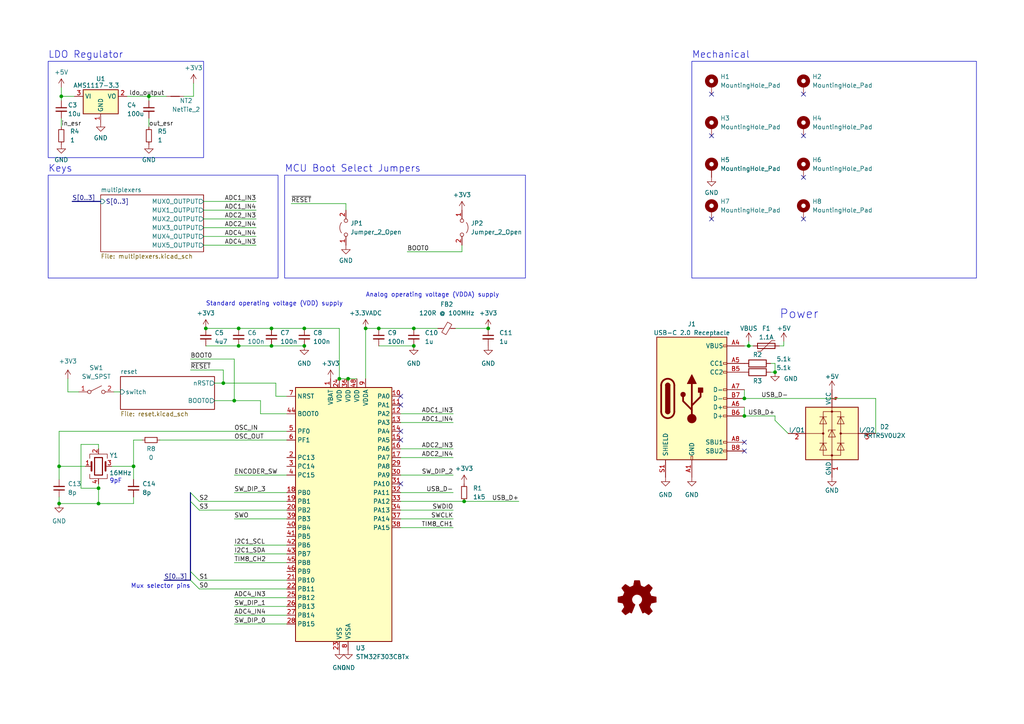
<source format=kicad_sch>
(kicad_sch (version 20230121) (generator eeschema)

  (uuid bb706f4b-6d11-4e29-ae30-1a1ffddaf9f4)

  (paper "A4")

  (title_block
    (title "MoonBoard")
  )

  (lib_symbols
    (symbol "Connector:USB_C_Receptacle_USB2.0" (pin_names (offset 1.016)) (in_bom yes) (on_board yes)
      (property "Reference" "J" (at -10.16 19.05 0)
        (effects (font (size 1.27 1.27)) (justify left))
      )
      (property "Value" "USB_C_Receptacle_USB2.0" (at 19.05 19.05 0)
        (effects (font (size 1.27 1.27)) (justify right))
      )
      (property "Footprint" "" (at 3.81 0 0)
        (effects (font (size 1.27 1.27)) hide)
      )
      (property "Datasheet" "https://www.usb.org/sites/default/files/documents/usb_type-c.zip" (at 3.81 0 0)
        (effects (font (size 1.27 1.27)) hide)
      )
      (property "ki_keywords" "usb universal serial bus type-C USB2.0" (at 0 0 0)
        (effects (font (size 1.27 1.27)) hide)
      )
      (property "ki_description" "USB 2.0-only Type-C Receptacle connector" (at 0 0 0)
        (effects (font (size 1.27 1.27)) hide)
      )
      (property "ki_fp_filters" "USB*C*Receptacle*" (at 0 0 0)
        (effects (font (size 1.27 1.27)) hide)
      )
      (symbol "USB_C_Receptacle_USB2.0_0_0"
        (rectangle (start -0.254 -17.78) (end 0.254 -16.764)
          (stroke (width 0) (type default))
          (fill (type none))
        )
        (rectangle (start 10.16 -14.986) (end 9.144 -15.494)
          (stroke (width 0) (type default))
          (fill (type none))
        )
        (rectangle (start 10.16 -12.446) (end 9.144 -12.954)
          (stroke (width 0) (type default))
          (fill (type none))
        )
        (rectangle (start 10.16 -4.826) (end 9.144 -5.334)
          (stroke (width 0) (type default))
          (fill (type none))
        )
        (rectangle (start 10.16 -2.286) (end 9.144 -2.794)
          (stroke (width 0) (type default))
          (fill (type none))
        )
        (rectangle (start 10.16 0.254) (end 9.144 -0.254)
          (stroke (width 0) (type default))
          (fill (type none))
        )
        (rectangle (start 10.16 2.794) (end 9.144 2.286)
          (stroke (width 0) (type default))
          (fill (type none))
        )
        (rectangle (start 10.16 7.874) (end 9.144 7.366)
          (stroke (width 0) (type default))
          (fill (type none))
        )
        (rectangle (start 10.16 10.414) (end 9.144 9.906)
          (stroke (width 0) (type default))
          (fill (type none))
        )
        (rectangle (start 10.16 15.494) (end 9.144 14.986)
          (stroke (width 0) (type default))
          (fill (type none))
        )
      )
      (symbol "USB_C_Receptacle_USB2.0_0_1"
        (rectangle (start -10.16 17.78) (end 10.16 -17.78)
          (stroke (width 0.254) (type default))
          (fill (type background))
        )
        (arc (start -8.89 -3.81) (mid -6.985 -5.7067) (end -5.08 -3.81)
          (stroke (width 0.508) (type default))
          (fill (type none))
        )
        (arc (start -7.62 -3.81) (mid -6.985 -4.4423) (end -6.35 -3.81)
          (stroke (width 0.254) (type default))
          (fill (type none))
        )
        (arc (start -7.62 -3.81) (mid -6.985 -4.4423) (end -6.35 -3.81)
          (stroke (width 0.254) (type default))
          (fill (type outline))
        )
        (rectangle (start -7.62 -3.81) (end -6.35 3.81)
          (stroke (width 0.254) (type default))
          (fill (type outline))
        )
        (arc (start -6.35 3.81) (mid -6.985 4.4423) (end -7.62 3.81)
          (stroke (width 0.254) (type default))
          (fill (type none))
        )
        (arc (start -6.35 3.81) (mid -6.985 4.4423) (end -7.62 3.81)
          (stroke (width 0.254) (type default))
          (fill (type outline))
        )
        (arc (start -5.08 3.81) (mid -6.985 5.7067) (end -8.89 3.81)
          (stroke (width 0.508) (type default))
          (fill (type none))
        )
        (circle (center -2.54 1.143) (radius 0.635)
          (stroke (width 0.254) (type default))
          (fill (type outline))
        )
        (circle (center 0 -5.842) (radius 1.27)
          (stroke (width 0) (type default))
          (fill (type outline))
        )
        (polyline
          (pts
            (xy -8.89 -3.81)
            (xy -8.89 3.81)
          )
          (stroke (width 0.508) (type default))
          (fill (type none))
        )
        (polyline
          (pts
            (xy -5.08 3.81)
            (xy -5.08 -3.81)
          )
          (stroke (width 0.508) (type default))
          (fill (type none))
        )
        (polyline
          (pts
            (xy 0 -5.842)
            (xy 0 4.318)
          )
          (stroke (width 0.508) (type default))
          (fill (type none))
        )
        (polyline
          (pts
            (xy 0 -3.302)
            (xy -2.54 -0.762)
            (xy -2.54 0.508)
          )
          (stroke (width 0.508) (type default))
          (fill (type none))
        )
        (polyline
          (pts
            (xy 0 -2.032)
            (xy 2.54 0.508)
            (xy 2.54 1.778)
          )
          (stroke (width 0.508) (type default))
          (fill (type none))
        )
        (polyline
          (pts
            (xy -1.27 4.318)
            (xy 0 6.858)
            (xy 1.27 4.318)
            (xy -1.27 4.318)
          )
          (stroke (width 0.254) (type default))
          (fill (type outline))
        )
        (rectangle (start 1.905 1.778) (end 3.175 3.048)
          (stroke (width 0.254) (type default))
          (fill (type outline))
        )
      )
      (symbol "USB_C_Receptacle_USB2.0_1_1"
        (pin passive line (at 0 -22.86 90) (length 5.08)
          (name "GND" (effects (font (size 1.27 1.27))))
          (number "A1" (effects (font (size 1.27 1.27))))
        )
        (pin passive line (at 0 -22.86 90) (length 5.08) hide
          (name "GND" (effects (font (size 1.27 1.27))))
          (number "A12" (effects (font (size 1.27 1.27))))
        )
        (pin passive line (at 15.24 15.24 180) (length 5.08)
          (name "VBUS" (effects (font (size 1.27 1.27))))
          (number "A4" (effects (font (size 1.27 1.27))))
        )
        (pin bidirectional line (at 15.24 10.16 180) (length 5.08)
          (name "CC1" (effects (font (size 1.27 1.27))))
          (number "A5" (effects (font (size 1.27 1.27))))
        )
        (pin bidirectional line (at 15.24 -2.54 180) (length 5.08)
          (name "D+" (effects (font (size 1.27 1.27))))
          (number "A6" (effects (font (size 1.27 1.27))))
        )
        (pin bidirectional line (at 15.24 2.54 180) (length 5.08)
          (name "D-" (effects (font (size 1.27 1.27))))
          (number "A7" (effects (font (size 1.27 1.27))))
        )
        (pin bidirectional line (at 15.24 -12.7 180) (length 5.08)
          (name "SBU1" (effects (font (size 1.27 1.27))))
          (number "A8" (effects (font (size 1.27 1.27))))
        )
        (pin passive line (at 15.24 15.24 180) (length 5.08) hide
          (name "VBUS" (effects (font (size 1.27 1.27))))
          (number "A9" (effects (font (size 1.27 1.27))))
        )
        (pin passive line (at 0 -22.86 90) (length 5.08) hide
          (name "GND" (effects (font (size 1.27 1.27))))
          (number "B1" (effects (font (size 1.27 1.27))))
        )
        (pin passive line (at 0 -22.86 90) (length 5.08) hide
          (name "GND" (effects (font (size 1.27 1.27))))
          (number "B12" (effects (font (size 1.27 1.27))))
        )
        (pin passive line (at 15.24 15.24 180) (length 5.08) hide
          (name "VBUS" (effects (font (size 1.27 1.27))))
          (number "B4" (effects (font (size 1.27 1.27))))
        )
        (pin bidirectional line (at 15.24 7.62 180) (length 5.08)
          (name "CC2" (effects (font (size 1.27 1.27))))
          (number "B5" (effects (font (size 1.27 1.27))))
        )
        (pin bidirectional line (at 15.24 -5.08 180) (length 5.08)
          (name "D+" (effects (font (size 1.27 1.27))))
          (number "B6" (effects (font (size 1.27 1.27))))
        )
        (pin bidirectional line (at 15.24 0 180) (length 5.08)
          (name "D-" (effects (font (size 1.27 1.27))))
          (number "B7" (effects (font (size 1.27 1.27))))
        )
        (pin bidirectional line (at 15.24 -15.24 180) (length 5.08)
          (name "SBU2" (effects (font (size 1.27 1.27))))
          (number "B8" (effects (font (size 1.27 1.27))))
        )
        (pin passive line (at 15.24 15.24 180) (length 5.08) hide
          (name "VBUS" (effects (font (size 1.27 1.27))))
          (number "B9" (effects (font (size 1.27 1.27))))
        )
        (pin passive line (at -7.62 -22.86 90) (length 5.08)
          (name "SHIELD" (effects (font (size 1.27 1.27))))
          (number "S1" (effects (font (size 1.27 1.27))))
        )
      )
    )
    (symbol "Device:C_Small" (pin_numbers hide) (pin_names (offset 0.254) hide) (in_bom yes) (on_board yes)
      (property "Reference" "C" (at 0.254 1.778 0)
        (effects (font (size 1.27 1.27)) (justify left))
      )
      (property "Value" "C_Small" (at 0.254 -2.032 0)
        (effects (font (size 1.27 1.27)) (justify left))
      )
      (property "Footprint" "" (at 0 0 0)
        (effects (font (size 1.27 1.27)) hide)
      )
      (property "Datasheet" "~" (at 0 0 0)
        (effects (font (size 1.27 1.27)) hide)
      )
      (property "ki_keywords" "capacitor cap" (at 0 0 0)
        (effects (font (size 1.27 1.27)) hide)
      )
      (property "ki_description" "Unpolarized capacitor, small symbol" (at 0 0 0)
        (effects (font (size 1.27 1.27)) hide)
      )
      (property "ki_fp_filters" "C_*" (at 0 0 0)
        (effects (font (size 1.27 1.27)) hide)
      )
      (symbol "C_Small_0_1"
        (polyline
          (pts
            (xy -1.524 -0.508)
            (xy 1.524 -0.508)
          )
          (stroke (width 0.3302) (type default))
          (fill (type none))
        )
        (polyline
          (pts
            (xy -1.524 0.508)
            (xy 1.524 0.508)
          )
          (stroke (width 0.3048) (type default))
          (fill (type none))
        )
      )
      (symbol "C_Small_1_1"
        (pin passive line (at 0 2.54 270) (length 2.032)
          (name "~" (effects (font (size 1.27 1.27))))
          (number "1" (effects (font (size 1.27 1.27))))
        )
        (pin passive line (at 0 -2.54 90) (length 2.032)
          (name "~" (effects (font (size 1.27 1.27))))
          (number "2" (effects (font (size 1.27 1.27))))
        )
      )
    )
    (symbol "Device:Crystal_GND24" (pin_names (offset 1.016) hide) (in_bom yes) (on_board yes)
      (property "Reference" "Y" (at 3.175 5.08 0)
        (effects (font (size 1.27 1.27)) (justify left))
      )
      (property "Value" "Crystal_GND24" (at 3.175 3.175 0)
        (effects (font (size 1.27 1.27)) (justify left))
      )
      (property "Footprint" "" (at 0 0 0)
        (effects (font (size 1.27 1.27)) hide)
      )
      (property "Datasheet" "~" (at 0 0 0)
        (effects (font (size 1.27 1.27)) hide)
      )
      (property "ki_keywords" "quartz ceramic resonator oscillator" (at 0 0 0)
        (effects (font (size 1.27 1.27)) hide)
      )
      (property "ki_description" "Four pin crystal, GND on pins 2 and 4" (at 0 0 0)
        (effects (font (size 1.27 1.27)) hide)
      )
      (property "ki_fp_filters" "Crystal*" (at 0 0 0)
        (effects (font (size 1.27 1.27)) hide)
      )
      (symbol "Crystal_GND24_0_1"
        (rectangle (start -1.143 2.54) (end 1.143 -2.54)
          (stroke (width 0.3048) (type default))
          (fill (type none))
        )
        (polyline
          (pts
            (xy -2.54 0)
            (xy -2.032 0)
          )
          (stroke (width 0) (type default))
          (fill (type none))
        )
        (polyline
          (pts
            (xy -2.032 -1.27)
            (xy -2.032 1.27)
          )
          (stroke (width 0.508) (type default))
          (fill (type none))
        )
        (polyline
          (pts
            (xy 0 -3.81)
            (xy 0 -3.556)
          )
          (stroke (width 0) (type default))
          (fill (type none))
        )
        (polyline
          (pts
            (xy 0 3.556)
            (xy 0 3.81)
          )
          (stroke (width 0) (type default))
          (fill (type none))
        )
        (polyline
          (pts
            (xy 2.032 -1.27)
            (xy 2.032 1.27)
          )
          (stroke (width 0.508) (type default))
          (fill (type none))
        )
        (polyline
          (pts
            (xy 2.032 0)
            (xy 2.54 0)
          )
          (stroke (width 0) (type default))
          (fill (type none))
        )
        (polyline
          (pts
            (xy -2.54 -2.286)
            (xy -2.54 -3.556)
            (xy 2.54 -3.556)
            (xy 2.54 -2.286)
          )
          (stroke (width 0) (type default))
          (fill (type none))
        )
        (polyline
          (pts
            (xy -2.54 2.286)
            (xy -2.54 3.556)
            (xy 2.54 3.556)
            (xy 2.54 2.286)
          )
          (stroke (width 0) (type default))
          (fill (type none))
        )
      )
      (symbol "Crystal_GND24_1_1"
        (pin passive line (at -3.81 0 0) (length 1.27)
          (name "1" (effects (font (size 1.27 1.27))))
          (number "1" (effects (font (size 1.27 1.27))))
        )
        (pin passive line (at 0 5.08 270) (length 1.27)
          (name "2" (effects (font (size 1.27 1.27))))
          (number "2" (effects (font (size 1.27 1.27))))
        )
        (pin passive line (at 3.81 0 180) (length 1.27)
          (name "3" (effects (font (size 1.27 1.27))))
          (number "3" (effects (font (size 1.27 1.27))))
        )
        (pin passive line (at 0 -5.08 90) (length 1.27)
          (name "4" (effects (font (size 1.27 1.27))))
          (number "4" (effects (font (size 1.27 1.27))))
        )
      )
    )
    (symbol "Device:FerriteBead_Small" (pin_numbers hide) (pin_names (offset 0)) (in_bom yes) (on_board yes)
      (property "Reference" "FB" (at 1.905 1.27 0)
        (effects (font (size 1.27 1.27)) (justify left))
      )
      (property "Value" "FerriteBead_Small" (at 1.905 -1.27 0)
        (effects (font (size 1.27 1.27)) (justify left))
      )
      (property "Footprint" "" (at -1.778 0 90)
        (effects (font (size 1.27 1.27)) hide)
      )
      (property "Datasheet" "~" (at 0 0 0)
        (effects (font (size 1.27 1.27)) hide)
      )
      (property "ki_keywords" "L ferrite bead inductor filter" (at 0 0 0)
        (effects (font (size 1.27 1.27)) hide)
      )
      (property "ki_description" "Ferrite bead, small symbol" (at 0 0 0)
        (effects (font (size 1.27 1.27)) hide)
      )
      (property "ki_fp_filters" "Inductor_* L_* *Ferrite*" (at 0 0 0)
        (effects (font (size 1.27 1.27)) hide)
      )
      (symbol "FerriteBead_Small_0_1"
        (polyline
          (pts
            (xy 0 -1.27)
            (xy 0 -0.7874)
          )
          (stroke (width 0) (type default))
          (fill (type none))
        )
        (polyline
          (pts
            (xy 0 0.889)
            (xy 0 1.2954)
          )
          (stroke (width 0) (type default))
          (fill (type none))
        )
        (polyline
          (pts
            (xy -1.8288 0.2794)
            (xy -1.1176 1.4986)
            (xy 1.8288 -0.2032)
            (xy 1.1176 -1.4224)
            (xy -1.8288 0.2794)
          )
          (stroke (width 0) (type default))
          (fill (type none))
        )
      )
      (symbol "FerriteBead_Small_1_1"
        (pin passive line (at 0 2.54 270) (length 1.27)
          (name "~" (effects (font (size 1.27 1.27))))
          (number "1" (effects (font (size 1.27 1.27))))
        )
        (pin passive line (at 0 -2.54 90) (length 1.27)
          (name "~" (effects (font (size 1.27 1.27))))
          (number "2" (effects (font (size 1.27 1.27))))
        )
      )
    )
    (symbol "Device:NetTie_2" (pin_numbers hide) (pin_names (offset 0) hide) (in_bom no) (on_board yes)
      (property "Reference" "NT" (at 0 1.27 0)
        (effects (font (size 1.27 1.27)))
      )
      (property "Value" "NetTie_2" (at 0 -1.27 0)
        (effects (font (size 1.27 1.27)))
      )
      (property "Footprint" "" (at 0 0 0)
        (effects (font (size 1.27 1.27)) hide)
      )
      (property "Datasheet" "~" (at 0 0 0)
        (effects (font (size 1.27 1.27)) hide)
      )
      (property "ki_keywords" "net tie short" (at 0 0 0)
        (effects (font (size 1.27 1.27)) hide)
      )
      (property "ki_description" "Net tie, 2 pins" (at 0 0 0)
        (effects (font (size 1.27 1.27)) hide)
      )
      (property "ki_fp_filters" "Net*Tie*" (at 0 0 0)
        (effects (font (size 1.27 1.27)) hide)
      )
      (symbol "NetTie_2_0_1"
        (polyline
          (pts
            (xy -1.27 0)
            (xy 1.27 0)
          )
          (stroke (width 0.254) (type default))
          (fill (type none))
        )
      )
      (symbol "NetTie_2_1_1"
        (pin passive line (at -2.54 0 0) (length 2.54)
          (name "1" (effects (font (size 1.27 1.27))))
          (number "1" (effects (font (size 1.27 1.27))))
        )
        (pin passive line (at 2.54 0 180) (length 2.54)
          (name "2" (effects (font (size 1.27 1.27))))
          (number "2" (effects (font (size 1.27 1.27))))
        )
      )
    )
    (symbol "Device:Polyfuse" (pin_numbers hide) (pin_names (offset 0)) (in_bom yes) (on_board yes)
      (property "Reference" "F" (at -2.54 0 90)
        (effects (font (size 1.27 1.27)))
      )
      (property "Value" "Polyfuse" (at 2.54 0 90)
        (effects (font (size 1.27 1.27)))
      )
      (property "Footprint" "" (at 1.27 -5.08 0)
        (effects (font (size 1.27 1.27)) (justify left) hide)
      )
      (property "Datasheet" "~" (at 0 0 0)
        (effects (font (size 1.27 1.27)) hide)
      )
      (property "ki_keywords" "resettable fuse PTC PPTC polyfuse polyswitch" (at 0 0 0)
        (effects (font (size 1.27 1.27)) hide)
      )
      (property "ki_description" "Resettable fuse, polymeric positive temperature coefficient" (at 0 0 0)
        (effects (font (size 1.27 1.27)) hide)
      )
      (property "ki_fp_filters" "*polyfuse* *PTC*" (at 0 0 0)
        (effects (font (size 1.27 1.27)) hide)
      )
      (symbol "Polyfuse_0_1"
        (rectangle (start -0.762 2.54) (end 0.762 -2.54)
          (stroke (width 0.254) (type default))
          (fill (type none))
        )
        (polyline
          (pts
            (xy 0 2.54)
            (xy 0 -2.54)
          )
          (stroke (width 0) (type default))
          (fill (type none))
        )
        (polyline
          (pts
            (xy -1.524 2.54)
            (xy -1.524 1.524)
            (xy 1.524 -1.524)
            (xy 1.524 -2.54)
          )
          (stroke (width 0) (type default))
          (fill (type none))
        )
      )
      (symbol "Polyfuse_1_1"
        (pin passive line (at 0 3.81 270) (length 1.27)
          (name "~" (effects (font (size 1.27 1.27))))
          (number "1" (effects (font (size 1.27 1.27))))
        )
        (pin passive line (at 0 -3.81 90) (length 1.27)
          (name "~" (effects (font (size 1.27 1.27))))
          (number "2" (effects (font (size 1.27 1.27))))
        )
      )
    )
    (symbol "Device:R" (pin_numbers hide) (pin_names (offset 0)) (in_bom yes) (on_board yes)
      (property "Reference" "R" (at 2.032 0 90)
        (effects (font (size 1.27 1.27)))
      )
      (property "Value" "R" (at 0 0 90)
        (effects (font (size 1.27 1.27)))
      )
      (property "Footprint" "" (at -1.778 0 90)
        (effects (font (size 1.27 1.27)) hide)
      )
      (property "Datasheet" "~" (at 0 0 0)
        (effects (font (size 1.27 1.27)) hide)
      )
      (property "ki_keywords" "R res resistor" (at 0 0 0)
        (effects (font (size 1.27 1.27)) hide)
      )
      (property "ki_description" "Resistor" (at 0 0 0)
        (effects (font (size 1.27 1.27)) hide)
      )
      (property "ki_fp_filters" "R_*" (at 0 0 0)
        (effects (font (size 1.27 1.27)) hide)
      )
      (symbol "R_0_1"
        (rectangle (start -1.016 -2.54) (end 1.016 2.54)
          (stroke (width 0.254) (type default))
          (fill (type none))
        )
      )
      (symbol "R_1_1"
        (pin passive line (at 0 3.81 270) (length 1.27)
          (name "~" (effects (font (size 1.27 1.27))))
          (number "1" (effects (font (size 1.27 1.27))))
        )
        (pin passive line (at 0 -3.81 90) (length 1.27)
          (name "~" (effects (font (size 1.27 1.27))))
          (number "2" (effects (font (size 1.27 1.27))))
        )
      )
    )
    (symbol "Device:R_Small" (pin_numbers hide) (pin_names (offset 0.254) hide) (in_bom yes) (on_board yes)
      (property "Reference" "R" (at 0.762 0.508 0)
        (effects (font (size 1.27 1.27)) (justify left))
      )
      (property "Value" "R_Small" (at 0.762 -1.016 0)
        (effects (font (size 1.27 1.27)) (justify left))
      )
      (property "Footprint" "" (at 0 0 0)
        (effects (font (size 1.27 1.27)) hide)
      )
      (property "Datasheet" "~" (at 0 0 0)
        (effects (font (size 1.27 1.27)) hide)
      )
      (property "ki_keywords" "R resistor" (at 0 0 0)
        (effects (font (size 1.27 1.27)) hide)
      )
      (property "ki_description" "Resistor, small symbol" (at 0 0 0)
        (effects (font (size 1.27 1.27)) hide)
      )
      (property "ki_fp_filters" "R_*" (at 0 0 0)
        (effects (font (size 1.27 1.27)) hide)
      )
      (symbol "R_Small_0_1"
        (rectangle (start -0.762 1.778) (end 0.762 -1.778)
          (stroke (width 0.2032) (type default))
          (fill (type none))
        )
      )
      (symbol "R_Small_1_1"
        (pin passive line (at 0 2.54 270) (length 0.762)
          (name "~" (effects (font (size 1.27 1.27))))
          (number "1" (effects (font (size 1.27 1.27))))
        )
        (pin passive line (at 0 -2.54 90) (length 0.762)
          (name "~" (effects (font (size 1.27 1.27))))
          (number "2" (effects (font (size 1.27 1.27))))
        )
      )
    )
    (symbol "Graphic:Logo_Open_Hardware_Small" (in_bom no) (on_board no)
      (property "Reference" "#SYM" (at 0 6.985 0)
        (effects (font (size 1.27 1.27)) hide)
      )
      (property "Value" "Logo_Open_Hardware_Small" (at 0 -5.715 0)
        (effects (font (size 1.27 1.27)) hide)
      )
      (property "Footprint" "" (at 0 0 0)
        (effects (font (size 1.27 1.27)) hide)
      )
      (property "Datasheet" "~" (at 0 0 0)
        (effects (font (size 1.27 1.27)) hide)
      )
      (property "Sim.Enable" "0" (at 0 0 0)
        (effects (font (size 1.27 1.27)) hide)
      )
      (property "ki_keywords" "Logo" (at 0 0 0)
        (effects (font (size 1.27 1.27)) hide)
      )
      (property "ki_description" "Open Hardware logo, small" (at 0 0 0)
        (effects (font (size 1.27 1.27)) hide)
      )
      (symbol "Logo_Open_Hardware_Small_0_1"
        (polyline
          (pts
            (xy 3.3528 -4.3434)
            (xy 3.302 -4.318)
            (xy 3.175 -4.2418)
            (xy 2.9972 -4.1148)
            (xy 2.7686 -3.9624)
            (xy 2.54 -3.81)
            (xy 2.3622 -3.7084)
            (xy 2.2352 -3.6068)
            (xy 2.1844 -3.5814)
            (xy 2.159 -3.6068)
            (xy 2.0574 -3.6576)
            (xy 1.905 -3.7338)
            (xy 1.8034 -3.7846)
            (xy 1.6764 -3.8354)
            (xy 1.6002 -3.8354)
            (xy 1.6002 -3.8354)
            (xy 1.5494 -3.7338)
            (xy 1.4732 -3.5306)
            (xy 1.3462 -3.302)
            (xy 1.2446 -3.0226)
            (xy 1.1176 -2.7178)
            (xy 0.9652 -2.413)
            (xy 0.8636 -2.1082)
            (xy 0.7366 -1.8288)
            (xy 0.6604 -1.6256)
            (xy 0.6096 -1.4732)
            (xy 0.5842 -1.397)
            (xy 0.5842 -1.397)
            (xy 0.6604 -1.3208)
            (xy 0.7874 -1.2446)
            (xy 1.0414 -1.016)
            (xy 1.2954 -0.6858)
            (xy 1.4478 -0.3302)
            (xy 1.524 0.0762)
            (xy 1.4732 0.4572)
            (xy 1.3208 0.8128)
            (xy 1.0668 1.143)
            (xy 0.762 1.3716)
            (xy 0.4064 1.524)
            (xy 0 1.5748)
            (xy -0.381 1.5494)
            (xy -0.7366 1.397)
            (xy -1.0668 1.143)
            (xy -1.2192 0.9906)
            (xy -1.397 0.6604)
            (xy -1.524 0.3048)
            (xy -1.524 0.2286)
            (xy -1.4986 -0.1778)
            (xy -1.397 -0.5334)
            (xy -1.1938 -0.8636)
            (xy -0.9144 -1.143)
            (xy -0.8636 -1.1684)
            (xy -0.7366 -1.27)
            (xy -0.635 -1.3462)
            (xy -0.5842 -1.397)
            (xy -1.0668 -2.5908)
            (xy -1.143 -2.794)
            (xy -1.2954 -3.1242)
            (xy -1.397 -3.4036)
            (xy -1.4986 -3.6322)
            (xy -1.5748 -3.7846)
            (xy -1.6002 -3.8354)
            (xy -1.6002 -3.8354)
            (xy -1.651 -3.8354)
            (xy -1.7272 -3.81)
            (xy -1.905 -3.7338)
            (xy -2.0066 -3.683)
            (xy -2.1336 -3.6068)
            (xy -2.2098 -3.5814)
            (xy -2.2606 -3.6068)
            (xy -2.3622 -3.683)
            (xy -2.54 -3.81)
            (xy -2.7686 -3.9624)
            (xy -2.9718 -4.0894)
            (xy -3.1496 -4.2164)
            (xy -3.302 -4.318)
            (xy -3.3528 -4.3434)
            (xy -3.3782 -4.3434)
            (xy -3.429 -4.318)
            (xy -3.5306 -4.2164)
            (xy -3.7084 -4.064)
            (xy -3.937 -3.8354)
            (xy -3.9624 -3.81)
            (xy -4.1656 -3.6068)
            (xy -4.318 -3.4544)
            (xy -4.4196 -3.3274)
            (xy -4.445 -3.2766)
            (xy -4.445 -3.2766)
            (xy -4.4196 -3.2258)
            (xy -4.318 -3.0734)
            (xy -4.2164 -2.8956)
            (xy -4.064 -2.667)
            (xy -3.6576 -2.0828)
            (xy -3.8862 -1.5494)
            (xy -3.937 -1.3716)
            (xy -4.0386 -1.1684)
            (xy -4.0894 -1.0414)
            (xy -4.1148 -0.9652)
            (xy -4.191 -0.9398)
            (xy -4.318 -0.9144)
            (xy -4.5466 -0.8636)
            (xy -4.8006 -0.8128)
            (xy -5.0546 -0.7874)
            (xy -5.2578 -0.7366)
            (xy -5.4356 -0.7112)
            (xy -5.5118 -0.6858)
            (xy -5.5118 -0.6858)
            (xy -5.5372 -0.635)
            (xy -5.5372 -0.5588)
            (xy -5.5372 -0.4318)
            (xy -5.5626 -0.2286)
            (xy -5.5626 0.0762)
            (xy -5.5626 0.127)
            (xy -5.5372 0.4064)
            (xy -5.5372 0.635)
            (xy -5.5372 0.762)
            (xy -5.5372 0.8382)
            (xy -5.5372 0.8382)
            (xy -5.461 0.8382)
            (xy -5.3086 0.889)
            (xy -5.08 0.9144)
            (xy -4.826 0.9652)
            (xy -4.8006 0.9906)
            (xy -4.5466 1.0414)
            (xy -4.318 1.0668)
            (xy -4.1656 1.1176)
            (xy -4.0894 1.143)
            (xy -4.0894 1.143)
            (xy -4.0386 1.2446)
            (xy -3.9624 1.4224)
            (xy -3.8608 1.6256)
            (xy -3.7846 1.8288)
            (xy -3.7084 2.0066)
            (xy -3.6576 2.159)
            (xy -3.6322 2.2098)
            (xy -3.6322 2.2098)
            (xy -3.683 2.286)
            (xy -3.7592 2.413)
            (xy -3.8862 2.5908)
            (xy -4.064 2.8194)
            (xy -4.064 2.8448)
            (xy -4.2164 3.0734)
            (xy -4.3434 3.2512)
            (xy -4.4196 3.3782)
            (xy -4.445 3.4544)
            (xy -4.445 3.4544)
            (xy -4.3942 3.5052)
            (xy -4.2926 3.6322)
            (xy -4.1148 3.81)
            (xy -3.937 4.0132)
            (xy -3.8608 4.064)
            (xy -3.6576 4.2926)
            (xy -3.5052 4.4196)
            (xy -3.4036 4.4958)
            (xy -3.3528 4.5212)
            (xy -3.3528 4.5212)
            (xy -3.302 4.4704)
            (xy -3.1496 4.3688)
            (xy -2.9718 4.2418)
            (xy -2.7432 4.0894)
            (xy -2.7178 4.0894)
            (xy -2.4892 3.937)
            (xy -2.3114 3.81)
            (xy -2.1844 3.7084)
            (xy -2.1336 3.683)
            (xy -2.1082 3.683)
            (xy -2.032 3.7084)
            (xy -1.8542 3.7592)
            (xy -1.6764 3.8354)
            (xy -1.4732 3.937)
            (xy -1.27 4.0132)
            (xy -1.143 4.064)
            (xy -1.0668 4.1148)
            (xy -1.0668 4.1148)
            (xy -1.0414 4.191)
            (xy -1.016 4.3434)
            (xy -0.9652 4.572)
            (xy -0.9144 4.8514)
            (xy -0.889 4.9022)
            (xy -0.8382 5.1562)
            (xy -0.8128 5.3848)
            (xy -0.7874 5.5372)
            (xy -0.762 5.588)
            (xy -0.7112 5.6134)
            (xy -0.5842 5.6134)
            (xy -0.4064 5.6134)
            (xy -0.1524 5.6134)
            (xy 0.0762 5.6134)
            (xy 0.3302 5.6134)
            (xy 0.5334 5.6134)
            (xy 0.6858 5.588)
            (xy 0.7366 5.588)
            (xy 0.7366 5.588)
            (xy 0.762 5.5118)
            (xy 0.8128 5.334)
            (xy 0.8382 5.1054)
            (xy 0.9144 4.826)
            (xy 0.9144 4.7752)
            (xy 0.9652 4.5212)
            (xy 1.016 4.2926)
            (xy 1.0414 4.1402)
            (xy 1.0668 4.0894)
            (xy 1.0668 4.0894)
            (xy 1.1938 4.0386)
            (xy 1.3716 3.9624)
            (xy 1.5748 3.8608)
            (xy 2.0828 3.6576)
            (xy 2.7178 4.0894)
            (xy 2.7686 4.1402)
            (xy 2.9972 4.2926)
            (xy 3.175 4.4196)
            (xy 3.302 4.4958)
            (xy 3.3782 4.5212)
            (xy 3.3782 4.5212)
            (xy 3.429 4.4704)
            (xy 3.556 4.3434)
            (xy 3.7338 4.191)
            (xy 3.9116 3.9878)
            (xy 4.064 3.8354)
            (xy 4.2418 3.6576)
            (xy 4.3434 3.556)
            (xy 4.4196 3.4798)
            (xy 4.4196 3.429)
            (xy 4.4196 3.4036)
            (xy 4.3942 3.3274)
            (xy 4.2926 3.2004)
            (xy 4.1656 2.9972)
            (xy 4.0132 2.794)
            (xy 3.8862 2.5908)
            (xy 3.7592 2.3876)
            (xy 3.6576 2.2352)
            (xy 3.6322 2.159)
            (xy 3.6322 2.1336)
            (xy 3.683 2.0066)
            (xy 3.7592 1.8288)
            (xy 3.8608 1.6002)
            (xy 4.064 1.1176)
            (xy 4.3942 1.0414)
            (xy 4.5974 1.016)
            (xy 4.8768 0.9652)
            (xy 5.1308 0.9144)
            (xy 5.5372 0.8382)
            (xy 5.5626 -0.6604)
            (xy 5.4864 -0.6858)
            (xy 5.4356 -0.6858)
            (xy 5.2832 -0.7366)
            (xy 5.0546 -0.762)
            (xy 4.8006 -0.8128)
            (xy 4.5974 -0.8636)
            (xy 4.3688 -0.9144)
            (xy 4.2164 -0.9398)
            (xy 4.1402 -0.9398)
            (xy 4.1148 -0.9652)
            (xy 4.064 -1.0668)
            (xy 3.9878 -1.2446)
            (xy 3.9116 -1.4478)
            (xy 3.81 -1.651)
            (xy 3.7338 -1.8542)
            (xy 3.683 -2.0066)
            (xy 3.6576 -2.0828)
            (xy 3.683 -2.1336)
            (xy 3.7846 -2.2606)
            (xy 3.8862 -2.4638)
            (xy 4.0386 -2.667)
            (xy 4.191 -2.8956)
            (xy 4.318 -3.0734)
            (xy 4.3942 -3.2004)
            (xy 4.445 -3.2766)
            (xy 4.4196 -3.3274)
            (xy 4.3434 -3.429)
            (xy 4.1656 -3.5814)
            (xy 3.937 -3.8354)
            (xy 3.8862 -3.8608)
            (xy 3.683 -4.064)
            (xy 3.5306 -4.2164)
            (xy 3.4036 -4.318)
            (xy 3.3528 -4.3434)
          )
          (stroke (width 0) (type default))
          (fill (type outline))
        )
      )
    )
    (symbol "Jumper:Jumper_2_Open" (pin_names (offset 0) hide) (in_bom yes) (on_board yes)
      (property "Reference" "JP" (at 0 2.794 0)
        (effects (font (size 1.27 1.27)))
      )
      (property "Value" "Jumper_2_Open" (at 0 -2.286 0)
        (effects (font (size 1.27 1.27)))
      )
      (property "Footprint" "" (at 0 0 0)
        (effects (font (size 1.27 1.27)) hide)
      )
      (property "Datasheet" "~" (at 0 0 0)
        (effects (font (size 1.27 1.27)) hide)
      )
      (property "ki_keywords" "Jumper SPST" (at 0 0 0)
        (effects (font (size 1.27 1.27)) hide)
      )
      (property "ki_description" "Jumper, 2-pole, open" (at 0 0 0)
        (effects (font (size 1.27 1.27)) hide)
      )
      (property "ki_fp_filters" "Jumper* TestPoint*2Pads* TestPoint*Bridge*" (at 0 0 0)
        (effects (font (size 1.27 1.27)) hide)
      )
      (symbol "Jumper_2_Open_0_0"
        (circle (center -2.032 0) (radius 0.508)
          (stroke (width 0) (type default))
          (fill (type none))
        )
        (circle (center 2.032 0) (radius 0.508)
          (stroke (width 0) (type default))
          (fill (type none))
        )
      )
      (symbol "Jumper_2_Open_0_1"
        (arc (start 1.524 1.27) (mid 0 1.778) (end -1.524 1.27)
          (stroke (width 0) (type default))
          (fill (type none))
        )
      )
      (symbol "Jumper_2_Open_1_1"
        (pin passive line (at -5.08 0 0) (length 2.54)
          (name "A" (effects (font (size 1.27 1.27))))
          (number "1" (effects (font (size 1.27 1.27))))
        )
        (pin passive line (at 5.08 0 180) (length 2.54)
          (name "B" (effects (font (size 1.27 1.27))))
          (number "2" (effects (font (size 1.27 1.27))))
        )
      )
    )
    (symbol "MCU_ST_STM32F3:STM32F303CBTx" (in_bom yes) (on_board yes)
      (property "Reference" "U" (at -12.7 39.37 0)
        (effects (font (size 1.27 1.27)) (justify left))
      )
      (property "Value" "STM32F303CBTx" (at 10.16 39.37 0)
        (effects (font (size 1.27 1.27)) (justify left))
      )
      (property "Footprint" "Package_QFP:LQFP-48_7x7mm_P0.5mm" (at -12.7 -35.56 0)
        (effects (font (size 1.27 1.27)) (justify right) hide)
      )
      (property "Datasheet" "https://www.st.com/resource/en/datasheet/stm32f303cb.pdf" (at 0 0 0)
        (effects (font (size 1.27 1.27)) hide)
      )
      (property "ki_locked" "" (at 0 0 0)
        (effects (font (size 1.27 1.27)))
      )
      (property "ki_keywords" "Arm Cortex-M4 STM32F3 STM32F303" (at 0 0 0)
        (effects (font (size 1.27 1.27)) hide)
      )
      (property "ki_description" "STMicroelectronics Arm Cortex-M4 MCU, 128KB flash, 40KB RAM, 72 MHz, 2.0-3.6V, 37 GPIO, LQFP48" (at 0 0 0)
        (effects (font (size 1.27 1.27)) hide)
      )
      (property "ki_fp_filters" "LQFP*7x7mm*P0.5mm*" (at 0 0 0)
        (effects (font (size 1.27 1.27)) hide)
      )
      (symbol "STM32F303CBTx_0_1"
        (rectangle (start -12.7 -35.56) (end 15.24 38.1)
          (stroke (width 0.254) (type default))
          (fill (type background))
        )
      )
      (symbol "STM32F303CBTx_1_1"
        (pin power_in line (at -2.54 40.64 270) (length 2.54)
          (name "VBAT" (effects (font (size 1.27 1.27))))
          (number "1" (effects (font (size 1.27 1.27))))
        )
        (pin bidirectional line (at 17.78 35.56 180) (length 2.54)
          (name "PA0" (effects (font (size 1.27 1.27))))
          (number "10" (effects (font (size 1.27 1.27))))
          (alternate "ADC1_IN1" bidirectional line)
          (alternate "COMP1_INM" bidirectional line)
          (alternate "COMP1_OUT" bidirectional line)
          (alternate "COMP7_INP" bidirectional line)
          (alternate "RTC_TAMP2" bidirectional line)
          (alternate "SYS_WKUP1" bidirectional line)
          (alternate "TIM2_CH1" bidirectional line)
          (alternate "TIM2_ETR" bidirectional line)
          (alternate "TIM8_BKIN" bidirectional line)
          (alternate "TIM8_ETR" bidirectional line)
          (alternate "TSC_G1_IO1" bidirectional line)
          (alternate "USART2_CTS" bidirectional line)
        )
        (pin bidirectional line (at 17.78 33.02 180) (length 2.54)
          (name "PA1" (effects (font (size 1.27 1.27))))
          (number "11" (effects (font (size 1.27 1.27))))
          (alternate "ADC1_IN2" bidirectional line)
          (alternate "COMP1_INP" bidirectional line)
          (alternate "OPAMP1_VINP" bidirectional line)
          (alternate "OPAMP1_VINP_SEC" bidirectional line)
          (alternate "OPAMP3_VINP" bidirectional line)
          (alternate "OPAMP3_VINP_SEC" bidirectional line)
          (alternate "RTC_REFIN" bidirectional line)
          (alternate "TIM15_CH1N" bidirectional line)
          (alternate "TIM2_CH2" bidirectional line)
          (alternate "TSC_G1_IO2" bidirectional line)
          (alternate "USART2_DE" bidirectional line)
          (alternate "USART2_RTS" bidirectional line)
        )
        (pin bidirectional line (at 17.78 30.48 180) (length 2.54)
          (name "PA2" (effects (font (size 1.27 1.27))))
          (number "12" (effects (font (size 1.27 1.27))))
          (alternate "ADC1_IN3" bidirectional line)
          (alternate "ADC3_EXTI2" bidirectional line)
          (alternate "ADC4_EXTI2" bidirectional line)
          (alternate "COMP2_INM" bidirectional line)
          (alternate "COMP2_OUT" bidirectional line)
          (alternate "OPAMP1_VOUT" bidirectional line)
          (alternate "TIM15_CH1" bidirectional line)
          (alternate "TIM2_CH3" bidirectional line)
          (alternate "TSC_G1_IO3" bidirectional line)
          (alternate "USART2_TX" bidirectional line)
        )
        (pin bidirectional line (at 17.78 27.94 180) (length 2.54)
          (name "PA3" (effects (font (size 1.27 1.27))))
          (number "13" (effects (font (size 1.27 1.27))))
          (alternate "ADC1_IN4" bidirectional line)
          (alternate "COMP2_INP" bidirectional line)
          (alternate "OPAMP1_VINM" bidirectional line)
          (alternate "OPAMP1_VINM_SEC" bidirectional line)
          (alternate "OPAMP1_VINP" bidirectional line)
          (alternate "OPAMP1_VINP_SEC" bidirectional line)
          (alternate "TIM15_CH2" bidirectional line)
          (alternate "TIM2_CH4" bidirectional line)
          (alternate "TSC_G1_IO4" bidirectional line)
          (alternate "USART2_RX" bidirectional line)
        )
        (pin bidirectional line (at 17.78 25.4 180) (length 2.54)
          (name "PA4" (effects (font (size 1.27 1.27))))
          (number "14" (effects (font (size 1.27 1.27))))
          (alternate "ADC2_IN1" bidirectional line)
          (alternate "COMP1_INM" bidirectional line)
          (alternate "COMP2_INM" bidirectional line)
          (alternate "COMP3_INM" bidirectional line)
          (alternate "COMP4_INM" bidirectional line)
          (alternate "COMP5_INM" bidirectional line)
          (alternate "COMP6_INM" bidirectional line)
          (alternate "COMP7_INM" bidirectional line)
          (alternate "DAC_OUT1" bidirectional line)
          (alternate "I2S3_WS" bidirectional line)
          (alternate "OPAMP4_VINP" bidirectional line)
          (alternate "OPAMP4_VINP_SEC" bidirectional line)
          (alternate "SPI1_NSS" bidirectional line)
          (alternate "SPI3_NSS" bidirectional line)
          (alternate "TIM3_CH2" bidirectional line)
          (alternate "TSC_G2_IO1" bidirectional line)
          (alternate "USART2_CK" bidirectional line)
        )
        (pin bidirectional line (at 17.78 22.86 180) (length 2.54)
          (name "PA5" (effects (font (size 1.27 1.27))))
          (number "15" (effects (font (size 1.27 1.27))))
          (alternate "ADC2_IN2" bidirectional line)
          (alternate "COMP1_INM" bidirectional line)
          (alternate "COMP2_INM" bidirectional line)
          (alternate "COMP3_INM" bidirectional line)
          (alternate "COMP4_INM" bidirectional line)
          (alternate "COMP5_INM" bidirectional line)
          (alternate "COMP6_INM" bidirectional line)
          (alternate "COMP7_INM" bidirectional line)
          (alternate "DAC_OUT2" bidirectional line)
          (alternate "OPAMP1_VINP" bidirectional line)
          (alternate "OPAMP1_VINP_SEC" bidirectional line)
          (alternate "OPAMP2_VINM" bidirectional line)
          (alternate "OPAMP2_VINM_SEC" bidirectional line)
          (alternate "OPAMP3_VINP" bidirectional line)
          (alternate "OPAMP3_VINP_SEC" bidirectional line)
          (alternate "SPI1_SCK" bidirectional line)
          (alternate "TIM2_CH1" bidirectional line)
          (alternate "TIM2_ETR" bidirectional line)
          (alternate "TSC_G2_IO2" bidirectional line)
        )
        (pin bidirectional line (at 17.78 20.32 180) (length 2.54)
          (name "PA6" (effects (font (size 1.27 1.27))))
          (number "16" (effects (font (size 1.27 1.27))))
          (alternate "ADC2_IN3" bidirectional line)
          (alternate "COMP1_OUT" bidirectional line)
          (alternate "OPAMP2_VOUT" bidirectional line)
          (alternate "SPI1_MISO" bidirectional line)
          (alternate "TIM16_CH1" bidirectional line)
          (alternate "TIM1_BKIN" bidirectional line)
          (alternate "TIM3_CH1" bidirectional line)
          (alternate "TIM8_BKIN" bidirectional line)
          (alternate "TSC_G2_IO3" bidirectional line)
        )
        (pin bidirectional line (at 17.78 17.78 180) (length 2.54)
          (name "PA7" (effects (font (size 1.27 1.27))))
          (number "17" (effects (font (size 1.27 1.27))))
          (alternate "ADC2_IN4" bidirectional line)
          (alternate "COMP2_INP" bidirectional line)
          (alternate "COMP2_OUT" bidirectional line)
          (alternate "OPAMP1_VINP" bidirectional line)
          (alternate "OPAMP1_VINP_SEC" bidirectional line)
          (alternate "OPAMP2_VINP" bidirectional line)
          (alternate "OPAMP2_VINP_SEC" bidirectional line)
          (alternate "SPI1_MOSI" bidirectional line)
          (alternate "TIM17_CH1" bidirectional line)
          (alternate "TIM1_CH1N" bidirectional line)
          (alternate "TIM3_CH2" bidirectional line)
          (alternate "TIM8_CH1N" bidirectional line)
          (alternate "TSC_G2_IO4" bidirectional line)
        )
        (pin bidirectional line (at -15.24 7.62 0) (length 2.54)
          (name "PB0" (effects (font (size 1.27 1.27))))
          (number "18" (effects (font (size 1.27 1.27))))
          (alternate "ADC3_IN12" bidirectional line)
          (alternate "COMP4_INP" bidirectional line)
          (alternate "OPAMP2_VINP" bidirectional line)
          (alternate "OPAMP2_VINP_SEC" bidirectional line)
          (alternate "OPAMP3_VINP" bidirectional line)
          (alternate "OPAMP3_VINP_SEC" bidirectional line)
          (alternate "TIM1_CH2N" bidirectional line)
          (alternate "TIM3_CH3" bidirectional line)
          (alternate "TIM8_CH2N" bidirectional line)
          (alternate "TSC_G3_IO2" bidirectional line)
        )
        (pin bidirectional line (at -15.24 5.08 0) (length 2.54)
          (name "PB1" (effects (font (size 1.27 1.27))))
          (number "19" (effects (font (size 1.27 1.27))))
          (alternate "ADC3_IN1" bidirectional line)
          (alternate "COMP4_OUT" bidirectional line)
          (alternate "OPAMP3_VOUT" bidirectional line)
          (alternate "TIM1_CH3N" bidirectional line)
          (alternate "TIM3_CH4" bidirectional line)
          (alternate "TIM8_CH3N" bidirectional line)
          (alternate "TSC_G3_IO3" bidirectional line)
        )
        (pin bidirectional line (at -15.24 17.78 0) (length 2.54)
          (name "PC13" (effects (font (size 1.27 1.27))))
          (number "2" (effects (font (size 1.27 1.27))))
          (alternate "RTC_OUT_ALARM" bidirectional line)
          (alternate "RTC_OUT_CALIB" bidirectional line)
          (alternate "RTC_TAMP1" bidirectional line)
          (alternate "RTC_TS" bidirectional line)
          (alternate "SYS_WKUP2" bidirectional line)
          (alternate "TIM1_CH1N" bidirectional line)
        )
        (pin bidirectional line (at -15.24 2.54 0) (length 2.54)
          (name "PB2" (effects (font (size 1.27 1.27))))
          (number "20" (effects (font (size 1.27 1.27))))
          (alternate "ADC2_IN12" bidirectional line)
          (alternate "ADC3_EXTI2" bidirectional line)
          (alternate "ADC4_EXTI2" bidirectional line)
          (alternate "COMP4_INM" bidirectional line)
          (alternate "OPAMP3_VINM" bidirectional line)
          (alternate "OPAMP3_VINM_SEC" bidirectional line)
          (alternate "TSC_G3_IO4" bidirectional line)
        )
        (pin bidirectional line (at -15.24 -17.78 0) (length 2.54)
          (name "PB10" (effects (font (size 1.27 1.27))))
          (number "21" (effects (font (size 1.27 1.27))))
          (alternate "COMP5_INM" bidirectional line)
          (alternate "OPAMP3_VINM" bidirectional line)
          (alternate "OPAMP3_VINM_SEC" bidirectional line)
          (alternate "OPAMP4_VINM" bidirectional line)
          (alternate "OPAMP4_VINM_SEC" bidirectional line)
          (alternate "TIM2_CH3" bidirectional line)
          (alternate "TSC_SYNC" bidirectional line)
          (alternate "USART3_TX" bidirectional line)
        )
        (pin bidirectional line (at -15.24 -20.32 0) (length 2.54)
          (name "PB11" (effects (font (size 1.27 1.27))))
          (number "22" (effects (font (size 1.27 1.27))))
          (alternate "ADC1_EXTI11" bidirectional line)
          (alternate "ADC2_EXTI11" bidirectional line)
          (alternate "COMP6_INP" bidirectional line)
          (alternate "OPAMP4_VINP" bidirectional line)
          (alternate "OPAMP4_VINP_SEC" bidirectional line)
          (alternate "TIM2_CH4" bidirectional line)
          (alternate "TSC_G6_IO1" bidirectional line)
          (alternate "USART3_RX" bidirectional line)
        )
        (pin power_in line (at 0 -38.1 90) (length 2.54)
          (name "VSS" (effects (font (size 1.27 1.27))))
          (number "23" (effects (font (size 1.27 1.27))))
        )
        (pin power_in line (at 0 40.64 270) (length 2.54)
          (name "VDD" (effects (font (size 1.27 1.27))))
          (number "24" (effects (font (size 1.27 1.27))))
        )
        (pin bidirectional line (at -15.24 -22.86 0) (length 2.54)
          (name "PB12" (effects (font (size 1.27 1.27))))
          (number "25" (effects (font (size 1.27 1.27))))
          (alternate "ADC4_IN3" bidirectional line)
          (alternate "COMP3_INM" bidirectional line)
          (alternate "I2C2_SMBA" bidirectional line)
          (alternate "I2S2_WS" bidirectional line)
          (alternate "OPAMP4_VOUT" bidirectional line)
          (alternate "SPI2_NSS" bidirectional line)
          (alternate "TIM1_BKIN" bidirectional line)
          (alternate "TSC_G6_IO2" bidirectional line)
          (alternate "USART3_CK" bidirectional line)
        )
        (pin bidirectional line (at -15.24 -25.4 0) (length 2.54)
          (name "PB13" (effects (font (size 1.27 1.27))))
          (number "26" (effects (font (size 1.27 1.27))))
          (alternate "ADC3_IN5" bidirectional line)
          (alternate "COMP5_INP" bidirectional line)
          (alternate "I2S2_CK" bidirectional line)
          (alternate "OPAMP3_VINP" bidirectional line)
          (alternate "OPAMP3_VINP_SEC" bidirectional line)
          (alternate "OPAMP4_VINP" bidirectional line)
          (alternate "OPAMP4_VINP_SEC" bidirectional line)
          (alternate "SPI2_SCK" bidirectional line)
          (alternate "TIM1_CH1N" bidirectional line)
          (alternate "TSC_G6_IO3" bidirectional line)
          (alternate "USART3_CTS" bidirectional line)
        )
        (pin bidirectional line (at -15.24 -27.94 0) (length 2.54)
          (name "PB14" (effects (font (size 1.27 1.27))))
          (number "27" (effects (font (size 1.27 1.27))))
          (alternate "ADC4_IN4" bidirectional line)
          (alternate "COMP3_INP" bidirectional line)
          (alternate "I2S2_ext_SD" bidirectional line)
          (alternate "OPAMP2_VINP" bidirectional line)
          (alternate "OPAMP2_VINP_SEC" bidirectional line)
          (alternate "SPI2_MISO" bidirectional line)
          (alternate "TIM15_CH1" bidirectional line)
          (alternate "TIM1_CH2N" bidirectional line)
          (alternate "TSC_G6_IO4" bidirectional line)
          (alternate "USART3_DE" bidirectional line)
          (alternate "USART3_RTS" bidirectional line)
        )
        (pin bidirectional line (at -15.24 -30.48 0) (length 2.54)
          (name "PB15" (effects (font (size 1.27 1.27))))
          (number "28" (effects (font (size 1.27 1.27))))
          (alternate "ADC1_EXTI15" bidirectional line)
          (alternate "ADC2_EXTI15" bidirectional line)
          (alternate "ADC4_IN5" bidirectional line)
          (alternate "COMP6_INM" bidirectional line)
          (alternate "I2S2_SD" bidirectional line)
          (alternate "RTC_REFIN" bidirectional line)
          (alternate "SPI2_MOSI" bidirectional line)
          (alternate "TIM15_CH1N" bidirectional line)
          (alternate "TIM15_CH2" bidirectional line)
          (alternate "TIM1_CH3N" bidirectional line)
        )
        (pin bidirectional line (at 17.78 15.24 180) (length 2.54)
          (name "PA8" (effects (font (size 1.27 1.27))))
          (number "29" (effects (font (size 1.27 1.27))))
          (alternate "COMP3_OUT" bidirectional line)
          (alternate "I2C2_SMBA" bidirectional line)
          (alternate "I2S2_MCK" bidirectional line)
          (alternate "RCC_MCO" bidirectional line)
          (alternate "TIM1_CH1" bidirectional line)
          (alternate "TIM4_ETR" bidirectional line)
          (alternate "USART1_CK" bidirectional line)
        )
        (pin bidirectional line (at -15.24 15.24 0) (length 2.54)
          (name "PC14" (effects (font (size 1.27 1.27))))
          (number "3" (effects (font (size 1.27 1.27))))
          (alternate "RCC_OSC32_IN" bidirectional line)
        )
        (pin bidirectional line (at 17.78 12.7 180) (length 2.54)
          (name "PA9" (effects (font (size 1.27 1.27))))
          (number "30" (effects (font (size 1.27 1.27))))
          (alternate "COMP5_OUT" bidirectional line)
          (alternate "DAC_EXTI9" bidirectional line)
          (alternate "I2C2_SCL" bidirectional line)
          (alternate "I2S3_MCK" bidirectional line)
          (alternate "TIM15_BKIN" bidirectional line)
          (alternate "TIM1_CH2" bidirectional line)
          (alternate "TIM2_CH3" bidirectional line)
          (alternate "TSC_G4_IO1" bidirectional line)
          (alternate "USART1_TX" bidirectional line)
        )
        (pin bidirectional line (at 17.78 10.16 180) (length 2.54)
          (name "PA10" (effects (font (size 1.27 1.27))))
          (number "31" (effects (font (size 1.27 1.27))))
          (alternate "COMP6_OUT" bidirectional line)
          (alternate "I2C2_SDA" bidirectional line)
          (alternate "TIM17_BKIN" bidirectional line)
          (alternate "TIM1_CH3" bidirectional line)
          (alternate "TIM2_CH4" bidirectional line)
          (alternate "TIM8_BKIN" bidirectional line)
          (alternate "TSC_G4_IO2" bidirectional line)
          (alternate "USART1_RX" bidirectional line)
        )
        (pin bidirectional line (at 17.78 7.62 180) (length 2.54)
          (name "PA11" (effects (font (size 1.27 1.27))))
          (number "32" (effects (font (size 1.27 1.27))))
          (alternate "ADC1_EXTI11" bidirectional line)
          (alternate "ADC2_EXTI11" bidirectional line)
          (alternate "CAN_RX" bidirectional line)
          (alternate "COMP1_OUT" bidirectional line)
          (alternate "TIM1_BKIN2" bidirectional line)
          (alternate "TIM1_CH1N" bidirectional line)
          (alternate "TIM1_CH4" bidirectional line)
          (alternate "TIM4_CH1" bidirectional line)
          (alternate "USART1_CTS" bidirectional line)
          (alternate "USB_DM" bidirectional line)
        )
        (pin bidirectional line (at 17.78 5.08 180) (length 2.54)
          (name "PA12" (effects (font (size 1.27 1.27))))
          (number "33" (effects (font (size 1.27 1.27))))
          (alternate "CAN_TX" bidirectional line)
          (alternate "COMP2_OUT" bidirectional line)
          (alternate "TIM16_CH1" bidirectional line)
          (alternate "TIM1_CH2N" bidirectional line)
          (alternate "TIM1_ETR" bidirectional line)
          (alternate "TIM4_CH2" bidirectional line)
          (alternate "USART1_DE" bidirectional line)
          (alternate "USART1_RTS" bidirectional line)
          (alternate "USB_DP" bidirectional line)
        )
        (pin bidirectional line (at 17.78 2.54 180) (length 2.54)
          (name "PA13" (effects (font (size 1.27 1.27))))
          (number "34" (effects (font (size 1.27 1.27))))
          (alternate "IR_OUT" bidirectional line)
          (alternate "SYS_JTMS-SWDIO" bidirectional line)
          (alternate "TIM16_CH1N" bidirectional line)
          (alternate "TIM4_CH3" bidirectional line)
          (alternate "TSC_G4_IO3" bidirectional line)
          (alternate "USART3_CTS" bidirectional line)
        )
        (pin passive line (at 0 -38.1 90) (length 2.54) hide
          (name "VSS" (effects (font (size 1.27 1.27))))
          (number "35" (effects (font (size 1.27 1.27))))
        )
        (pin power_in line (at 2.54 40.64 270) (length 2.54)
          (name "VDD" (effects (font (size 1.27 1.27))))
          (number "36" (effects (font (size 1.27 1.27))))
        )
        (pin bidirectional line (at 17.78 0 180) (length 2.54)
          (name "PA14" (effects (font (size 1.27 1.27))))
          (number "37" (effects (font (size 1.27 1.27))))
          (alternate "I2C1_SDA" bidirectional line)
          (alternate "SYS_JTCK-SWCLK" bidirectional line)
          (alternate "TIM1_BKIN" bidirectional line)
          (alternate "TIM8_CH2" bidirectional line)
          (alternate "TSC_G4_IO4" bidirectional line)
          (alternate "USART2_TX" bidirectional line)
        )
        (pin bidirectional line (at 17.78 -2.54 180) (length 2.54)
          (name "PA15" (effects (font (size 1.27 1.27))))
          (number "38" (effects (font (size 1.27 1.27))))
          (alternate "ADC1_EXTI15" bidirectional line)
          (alternate "ADC2_EXTI15" bidirectional line)
          (alternate "I2C1_SCL" bidirectional line)
          (alternate "I2S3_WS" bidirectional line)
          (alternate "SPI1_NSS" bidirectional line)
          (alternate "SPI3_NSS" bidirectional line)
          (alternate "SYS_JTDI" bidirectional line)
          (alternate "TIM1_BKIN" bidirectional line)
          (alternate "TIM2_CH1" bidirectional line)
          (alternate "TIM2_ETR" bidirectional line)
          (alternate "TIM8_CH1" bidirectional line)
          (alternate "USART2_RX" bidirectional line)
        )
        (pin bidirectional line (at -15.24 0 0) (length 2.54)
          (name "PB3" (effects (font (size 1.27 1.27))))
          (number "39" (effects (font (size 1.27 1.27))))
          (alternate "I2S3_CK" bidirectional line)
          (alternate "SPI1_SCK" bidirectional line)
          (alternate "SPI3_SCK" bidirectional line)
          (alternate "SYS_JTDO-TRACESWO" bidirectional line)
          (alternate "TIM2_CH2" bidirectional line)
          (alternate "TIM3_ETR" bidirectional line)
          (alternate "TIM4_ETR" bidirectional line)
          (alternate "TIM8_CH1N" bidirectional line)
          (alternate "TSC_G5_IO1" bidirectional line)
          (alternate "USART2_TX" bidirectional line)
        )
        (pin bidirectional line (at -15.24 12.7 0) (length 2.54)
          (name "PC15" (effects (font (size 1.27 1.27))))
          (number "4" (effects (font (size 1.27 1.27))))
          (alternate "ADC1_EXTI15" bidirectional line)
          (alternate "ADC2_EXTI15" bidirectional line)
          (alternate "RCC_OSC32_OUT" bidirectional line)
        )
        (pin bidirectional line (at -15.24 -2.54 0) (length 2.54)
          (name "PB4" (effects (font (size 1.27 1.27))))
          (number "40" (effects (font (size 1.27 1.27))))
          (alternate "I2S3_ext_SD" bidirectional line)
          (alternate "SPI1_MISO" bidirectional line)
          (alternate "SPI3_MISO" bidirectional line)
          (alternate "SYS_NJTRST" bidirectional line)
          (alternate "TIM16_CH1" bidirectional line)
          (alternate "TIM17_BKIN" bidirectional line)
          (alternate "TIM3_CH1" bidirectional line)
          (alternate "TIM8_CH2N" bidirectional line)
          (alternate "TSC_G5_IO2" bidirectional line)
          (alternate "USART2_RX" bidirectional line)
        )
        (pin bidirectional line (at -15.24 -5.08 0) (length 2.54)
          (name "PB5" (effects (font (size 1.27 1.27))))
          (number "41" (effects (font (size 1.27 1.27))))
          (alternate "I2C1_SMBA" bidirectional line)
          (alternate "I2S3_SD" bidirectional line)
          (alternate "SPI1_MOSI" bidirectional line)
          (alternate "SPI3_MOSI" bidirectional line)
          (alternate "TIM16_BKIN" bidirectional line)
          (alternate "TIM17_CH1" bidirectional line)
          (alternate "TIM3_CH2" bidirectional line)
          (alternate "TIM8_CH3N" bidirectional line)
          (alternate "USART2_CK" bidirectional line)
        )
        (pin bidirectional line (at -15.24 -7.62 0) (length 2.54)
          (name "PB6" (effects (font (size 1.27 1.27))))
          (number "42" (effects (font (size 1.27 1.27))))
          (alternate "I2C1_SCL" bidirectional line)
          (alternate "TIM16_CH1N" bidirectional line)
          (alternate "TIM4_CH1" bidirectional line)
          (alternate "TIM8_BKIN2" bidirectional line)
          (alternate "TIM8_CH1" bidirectional line)
          (alternate "TIM8_ETR" bidirectional line)
          (alternate "TSC_G5_IO3" bidirectional line)
          (alternate "USART1_TX" bidirectional line)
        )
        (pin bidirectional line (at -15.24 -10.16 0) (length 2.54)
          (name "PB7" (effects (font (size 1.27 1.27))))
          (number "43" (effects (font (size 1.27 1.27))))
          (alternate "I2C1_SDA" bidirectional line)
          (alternate "TIM17_CH1N" bidirectional line)
          (alternate "TIM3_CH4" bidirectional line)
          (alternate "TIM4_CH2" bidirectional line)
          (alternate "TIM8_BKIN" bidirectional line)
          (alternate "TSC_G5_IO4" bidirectional line)
          (alternate "USART1_RX" bidirectional line)
        )
        (pin input line (at -15.24 30.48 0) (length 2.54)
          (name "BOOT0" (effects (font (size 1.27 1.27))))
          (number "44" (effects (font (size 1.27 1.27))))
        )
        (pin bidirectional line (at -15.24 -12.7 0) (length 2.54)
          (name "PB8" (effects (font (size 1.27 1.27))))
          (number "45" (effects (font (size 1.27 1.27))))
          (alternate "CAN_RX" bidirectional line)
          (alternate "COMP1_OUT" bidirectional line)
          (alternate "I2C1_SCL" bidirectional line)
          (alternate "TIM16_CH1" bidirectional line)
          (alternate "TIM1_BKIN" bidirectional line)
          (alternate "TIM4_CH3" bidirectional line)
          (alternate "TIM8_CH2" bidirectional line)
          (alternate "TSC_SYNC" bidirectional line)
        )
        (pin bidirectional line (at -15.24 -15.24 0) (length 2.54)
          (name "PB9" (effects (font (size 1.27 1.27))))
          (number "46" (effects (font (size 1.27 1.27))))
          (alternate "CAN_TX" bidirectional line)
          (alternate "COMP2_OUT" bidirectional line)
          (alternate "DAC_EXTI9" bidirectional line)
          (alternate "I2C1_SDA" bidirectional line)
          (alternate "IR_OUT" bidirectional line)
          (alternate "TIM17_CH1" bidirectional line)
          (alternate "TIM4_CH4" bidirectional line)
          (alternate "TIM8_CH3" bidirectional line)
        )
        (pin passive line (at 0 -38.1 90) (length 2.54) hide
          (name "VSS" (effects (font (size 1.27 1.27))))
          (number "47" (effects (font (size 1.27 1.27))))
        )
        (pin power_in line (at 5.08 40.64 270) (length 2.54)
          (name "VDD" (effects (font (size 1.27 1.27))))
          (number "48" (effects (font (size 1.27 1.27))))
        )
        (pin bidirectional line (at -15.24 25.4 0) (length 2.54)
          (name "PF0" (effects (font (size 1.27 1.27))))
          (number "5" (effects (font (size 1.27 1.27))))
          (alternate "I2C2_SDA" bidirectional line)
          (alternate "RCC_OSC_IN" bidirectional line)
          (alternate "TIM1_CH3N" bidirectional line)
        )
        (pin bidirectional line (at -15.24 22.86 0) (length 2.54)
          (name "PF1" (effects (font (size 1.27 1.27))))
          (number "6" (effects (font (size 1.27 1.27))))
          (alternate "I2C2_SCL" bidirectional line)
          (alternate "RCC_OSC_OUT" bidirectional line)
        )
        (pin input line (at -15.24 35.56 0) (length 2.54)
          (name "NRST" (effects (font (size 1.27 1.27))))
          (number "7" (effects (font (size 1.27 1.27))))
        )
        (pin power_in line (at 2.54 -38.1 90) (length 2.54)
          (name "VSSA" (effects (font (size 1.27 1.27))))
          (number "8" (effects (font (size 1.27 1.27))))
        )
        (pin power_in line (at 7.62 40.64 270) (length 2.54)
          (name "VDDA" (effects (font (size 1.27 1.27))))
          (number "9" (effects (font (size 1.27 1.27))))
        )
      )
    )
    (symbol "Mechanical:MountingHole_Pad" (pin_numbers hide) (pin_names (offset 1.016) hide) (in_bom yes) (on_board yes)
      (property "Reference" "H" (at 0 6.35 0)
        (effects (font (size 1.27 1.27)))
      )
      (property "Value" "MountingHole_Pad" (at 0 4.445 0)
        (effects (font (size 1.27 1.27)))
      )
      (property "Footprint" "" (at 0 0 0)
        (effects (font (size 1.27 1.27)) hide)
      )
      (property "Datasheet" "~" (at 0 0 0)
        (effects (font (size 1.27 1.27)) hide)
      )
      (property "ki_keywords" "mounting hole" (at 0 0 0)
        (effects (font (size 1.27 1.27)) hide)
      )
      (property "ki_description" "Mounting Hole with connection" (at 0 0 0)
        (effects (font (size 1.27 1.27)) hide)
      )
      (property "ki_fp_filters" "MountingHole*Pad*" (at 0 0 0)
        (effects (font (size 1.27 1.27)) hide)
      )
      (symbol "MountingHole_Pad_0_1"
        (circle (center 0 1.27) (radius 1.27)
          (stroke (width 1.27) (type default))
          (fill (type none))
        )
      )
      (symbol "MountingHole_Pad_1_1"
        (pin input line (at 0 -2.54 90) (length 2.54)
          (name "1" (effects (font (size 1.27 1.27))))
          (number "1" (effects (font (size 1.27 1.27))))
        )
      )
    )
    (symbol "Power_Protection:PRTR5V0U2X" (pin_names (offset 0)) (in_bom yes) (on_board yes)
      (property "Reference" "D" (at 2.794 8.636 0)
        (effects (font (size 1.27 1.27)))
      )
      (property "Value" "PRTR5V0U2X" (at 8.128 -9.398 0)
        (effects (font (size 1.27 1.27)))
      )
      (property "Footprint" "Package_TO_SOT_SMD:SOT-143" (at 1.524 0 0)
        (effects (font (size 1.27 1.27)) hide)
      )
      (property "Datasheet" "https://assets.nexperia.com/documents/data-sheet/PRTR5V0U2X.pdf" (at 1.524 0 0)
        (effects (font (size 1.27 1.27)) hide)
      )
      (property "ki_keywords" "ESD protection diode" (at 0 0 0)
        (effects (font (size 1.27 1.27)) hide)
      )
      (property "ki_description" "Ultra low capacitance double rail-to-rail ESD protection diode, SOT-143" (at 0 0 0)
        (effects (font (size 1.27 1.27)) hide)
      )
      (property "ki_fp_filters" "SOT?143*" (at 0 0 0)
        (effects (font (size 1.27 1.27)) hide)
      )
      (symbol "PRTR5V0U2X_0_1"
        (rectangle (start -7.62 -7.62) (end 7.62 7.62)
          (stroke (width 0.254) (type default))
          (fill (type background))
        )
        (circle (center -2.54 0) (radius 0.254)
          (stroke (width 0) (type default))
          (fill (type outline))
        )
        (rectangle (start -2.54 6.35) (end 2.54 -6.35)
          (stroke (width 0) (type default))
          (fill (type none))
        )
        (circle (center 0 -6.35) (radius 0.254)
          (stroke (width 0) (type default))
          (fill (type outline))
        )
        (polyline
          (pts
            (xy -2.54 0)
            (xy -7.62 0)
          )
          (stroke (width 0) (type default))
          (fill (type none))
        )
        (polyline
          (pts
            (xy -1.524 -2.794)
            (xy -3.556 -2.794)
          )
          (stroke (width 0) (type default))
          (fill (type none))
        )
        (polyline
          (pts
            (xy -1.524 4.826)
            (xy -3.556 4.826)
          )
          (stroke (width 0) (type default))
          (fill (type none))
        )
        (polyline
          (pts
            (xy 0 -7.62)
            (xy 0 7.62)
          )
          (stroke (width 0) (type default))
          (fill (type none))
        )
        (polyline
          (pts
            (xy 1.524 -2.794)
            (xy 3.556 -2.794)
          )
          (stroke (width 0) (type default))
          (fill (type none))
        )
        (polyline
          (pts
            (xy 1.524 4.826)
            (xy 3.556 4.826)
          )
          (stroke (width 0) (type default))
          (fill (type none))
        )
        (polyline
          (pts
            (xy 2.54 0)
            (xy 7.62 0)
          )
          (stroke (width 0) (type default))
          (fill (type none))
        )
        (polyline
          (pts
            (xy 1.016 1.016)
            (xy -1.016 1.016)
            (xy -1.016 0.508)
          )
          (stroke (width 0) (type default))
          (fill (type none))
        )
        (polyline
          (pts
            (xy -3.556 -4.826)
            (xy -1.524 -4.826)
            (xy -2.54 -2.794)
            (xy -3.556 -4.826)
          )
          (stroke (width 0) (type default))
          (fill (type none))
        )
        (polyline
          (pts
            (xy -3.556 2.794)
            (xy -1.524 2.794)
            (xy -2.54 4.826)
            (xy -3.556 2.794)
          )
          (stroke (width 0) (type default))
          (fill (type none))
        )
        (polyline
          (pts
            (xy -1.016 -1.016)
            (xy 1.016 -1.016)
            (xy 0 1.016)
            (xy -1.016 -1.016)
          )
          (stroke (width 0) (type default))
          (fill (type none))
        )
        (polyline
          (pts
            (xy 3.556 -4.826)
            (xy 1.524 -4.826)
            (xy 2.54 -2.794)
            (xy 3.556 -4.826)
          )
          (stroke (width 0) (type default))
          (fill (type none))
        )
        (polyline
          (pts
            (xy 3.556 2.794)
            (xy 1.524 2.794)
            (xy 2.54 4.826)
            (xy 3.556 2.794)
          )
          (stroke (width 0) (type default))
          (fill (type none))
        )
        (circle (center 0 6.35) (radius 0.254)
          (stroke (width 0) (type default))
          (fill (type outline))
        )
        (circle (center 2.54 0) (radius 0.254)
          (stroke (width 0) (type default))
          (fill (type outline))
        )
      )
      (symbol "PRTR5V0U2X_1_1"
        (pin passive line (at 0 -12.7 90) (length 5.08)
          (name "GND" (effects (font (size 1.27 1.27))))
          (number "1" (effects (font (size 1.27 1.27))))
        )
        (pin passive line (at -12.7 0 0) (length 5.08)
          (name "I/O1" (effects (font (size 1.27 1.27))))
          (number "2" (effects (font (size 1.27 1.27))))
        )
        (pin passive line (at 12.7 0 180) (length 5.08)
          (name "I/O2" (effects (font (size 1.27 1.27))))
          (number "3" (effects (font (size 1.27 1.27))))
        )
        (pin passive line (at 0 12.7 270) (length 5.08)
          (name "VCC" (effects (font (size 1.27 1.27))))
          (number "4" (effects (font (size 1.27 1.27))))
        )
      )
    )
    (symbol "Regulator_Linear:AMS1117-3.3" (in_bom yes) (on_board yes)
      (property "Reference" "U" (at -3.81 3.175 0)
        (effects (font (size 1.27 1.27)))
      )
      (property "Value" "AMS1117-3.3" (at 0 3.175 0)
        (effects (font (size 1.27 1.27)) (justify left))
      )
      (property "Footprint" "Package_TO_SOT_SMD:SOT-223-3_TabPin2" (at 0 5.08 0)
        (effects (font (size 1.27 1.27)) hide)
      )
      (property "Datasheet" "http://www.advanced-monolithic.com/pdf/ds1117.pdf" (at 2.54 -6.35 0)
        (effects (font (size 1.27 1.27)) hide)
      )
      (property "ki_keywords" "linear regulator ldo fixed positive" (at 0 0 0)
        (effects (font (size 1.27 1.27)) hide)
      )
      (property "ki_description" "1A Low Dropout regulator, positive, 3.3V fixed output, SOT-223" (at 0 0 0)
        (effects (font (size 1.27 1.27)) hide)
      )
      (property "ki_fp_filters" "SOT?223*TabPin2*" (at 0 0 0)
        (effects (font (size 1.27 1.27)) hide)
      )
      (symbol "AMS1117-3.3_0_1"
        (rectangle (start -5.08 -5.08) (end 5.08 1.905)
          (stroke (width 0.254) (type default))
          (fill (type background))
        )
      )
      (symbol "AMS1117-3.3_1_1"
        (pin power_in line (at 0 -7.62 90) (length 2.54)
          (name "GND" (effects (font (size 1.27 1.27))))
          (number "1" (effects (font (size 1.27 1.27))))
        )
        (pin power_out line (at 7.62 0 180) (length 2.54)
          (name "VO" (effects (font (size 1.27 1.27))))
          (number "2" (effects (font (size 1.27 1.27))))
        )
        (pin power_in line (at -7.62 0 0) (length 2.54)
          (name "VI" (effects (font (size 1.27 1.27))))
          (number "3" (effects (font (size 1.27 1.27))))
        )
      )
    )
    (symbol "Switch:SW_SPST" (pin_names (offset 0) hide) (in_bom yes) (on_board yes)
      (property "Reference" "SW" (at 0 3.175 0)
        (effects (font (size 1.27 1.27)))
      )
      (property "Value" "SW_SPST" (at 0 -2.54 0)
        (effects (font (size 1.27 1.27)))
      )
      (property "Footprint" "" (at 0 0 0)
        (effects (font (size 1.27 1.27)) hide)
      )
      (property "Datasheet" "~" (at 0 0 0)
        (effects (font (size 1.27 1.27)) hide)
      )
      (property "ki_keywords" "switch lever" (at 0 0 0)
        (effects (font (size 1.27 1.27)) hide)
      )
      (property "ki_description" "Single Pole Single Throw (SPST) switch" (at 0 0 0)
        (effects (font (size 1.27 1.27)) hide)
      )
      (symbol "SW_SPST_0_0"
        (circle (center -2.032 0) (radius 0.508)
          (stroke (width 0) (type default))
          (fill (type none))
        )
        (polyline
          (pts
            (xy -1.524 0.254)
            (xy 1.524 1.778)
          )
          (stroke (width 0) (type default))
          (fill (type none))
        )
        (circle (center 2.032 0) (radius 0.508)
          (stroke (width 0) (type default))
          (fill (type none))
        )
      )
      (symbol "SW_SPST_1_1"
        (pin passive line (at -5.08 0 0) (length 2.54)
          (name "A" (effects (font (size 1.27 1.27))))
          (number "1" (effects (font (size 1.27 1.27))))
        )
        (pin passive line (at 5.08 0 180) (length 2.54)
          (name "B" (effects (font (size 1.27 1.27))))
          (number "2" (effects (font (size 1.27 1.27))))
        )
      )
    )
    (symbol "power:+3.3VADC" (power) (pin_names (offset 0)) (in_bom yes) (on_board yes)
      (property "Reference" "#PWR" (at 3.81 -1.27 0)
        (effects (font (size 1.27 1.27)) hide)
      )
      (property "Value" "+3.3VADC" (at 0 2.54 0)
        (effects (font (size 1.27 1.27)))
      )
      (property "Footprint" "" (at 0 0 0)
        (effects (font (size 1.27 1.27)) hide)
      )
      (property "Datasheet" "" (at 0 0 0)
        (effects (font (size 1.27 1.27)) hide)
      )
      (property "ki_keywords" "global power" (at 0 0 0)
        (effects (font (size 1.27 1.27)) hide)
      )
      (property "ki_description" "Power symbol creates a global label with name \"+3.3VADC\"" (at 0 0 0)
        (effects (font (size 1.27 1.27)) hide)
      )
      (symbol "+3.3VADC_0_0"
        (pin power_in line (at 0 0 90) (length 0) hide
          (name "+3.3VADC" (effects (font (size 1.27 1.27))))
          (number "1" (effects (font (size 1.27 1.27))))
        )
      )
      (symbol "+3.3VADC_0_1"
        (polyline
          (pts
            (xy -0.762 1.27)
            (xy 0 2.54)
          )
          (stroke (width 0) (type default))
          (fill (type none))
        )
        (polyline
          (pts
            (xy 0 0)
            (xy 0 2.54)
          )
          (stroke (width 0) (type default))
          (fill (type none))
        )
        (polyline
          (pts
            (xy 0 2.54)
            (xy 0.762 1.27)
          )
          (stroke (width 0) (type default))
          (fill (type none))
        )
      )
    )
    (symbol "power:+3V3" (power) (pin_names (offset 0)) (in_bom yes) (on_board yes)
      (property "Reference" "#PWR" (at 0 -3.81 0)
        (effects (font (size 1.27 1.27)) hide)
      )
      (property "Value" "+3V3" (at 0 3.556 0)
        (effects (font (size 1.27 1.27)))
      )
      (property "Footprint" "" (at 0 0 0)
        (effects (font (size 1.27 1.27)) hide)
      )
      (property "Datasheet" "" (at 0 0 0)
        (effects (font (size 1.27 1.27)) hide)
      )
      (property "ki_keywords" "global power" (at 0 0 0)
        (effects (font (size 1.27 1.27)) hide)
      )
      (property "ki_description" "Power symbol creates a global label with name \"+3V3\"" (at 0 0 0)
        (effects (font (size 1.27 1.27)) hide)
      )
      (symbol "+3V3_0_1"
        (polyline
          (pts
            (xy -0.762 1.27)
            (xy 0 2.54)
          )
          (stroke (width 0) (type default))
          (fill (type none))
        )
        (polyline
          (pts
            (xy 0 0)
            (xy 0 2.54)
          )
          (stroke (width 0) (type default))
          (fill (type none))
        )
        (polyline
          (pts
            (xy 0 2.54)
            (xy 0.762 1.27)
          )
          (stroke (width 0) (type default))
          (fill (type none))
        )
      )
      (symbol "+3V3_1_1"
        (pin power_in line (at 0 0 90) (length 0) hide
          (name "+3V3" (effects (font (size 1.27 1.27))))
          (number "1" (effects (font (size 1.27 1.27))))
        )
      )
    )
    (symbol "power:+5V" (power) (pin_names (offset 0)) (in_bom yes) (on_board yes)
      (property "Reference" "#PWR" (at 0 -3.81 0)
        (effects (font (size 1.27 1.27)) hide)
      )
      (property "Value" "+5V" (at 0 3.556 0)
        (effects (font (size 1.27 1.27)))
      )
      (property "Footprint" "" (at 0 0 0)
        (effects (font (size 1.27 1.27)) hide)
      )
      (property "Datasheet" "" (at 0 0 0)
        (effects (font (size 1.27 1.27)) hide)
      )
      (property "ki_keywords" "global power" (at 0 0 0)
        (effects (font (size 1.27 1.27)) hide)
      )
      (property "ki_description" "Power symbol creates a global label with name \"+5V\"" (at 0 0 0)
        (effects (font (size 1.27 1.27)) hide)
      )
      (symbol "+5V_0_1"
        (polyline
          (pts
            (xy -0.762 1.27)
            (xy 0 2.54)
          )
          (stroke (width 0) (type default))
          (fill (type none))
        )
        (polyline
          (pts
            (xy 0 0)
            (xy 0 2.54)
          )
          (stroke (width 0) (type default))
          (fill (type none))
        )
        (polyline
          (pts
            (xy 0 2.54)
            (xy 0.762 1.27)
          )
          (stroke (width 0) (type default))
          (fill (type none))
        )
      )
      (symbol "+5V_1_1"
        (pin power_in line (at 0 0 90) (length 0) hide
          (name "+5V" (effects (font (size 1.27 1.27))))
          (number "1" (effects (font (size 1.27 1.27))))
        )
      )
    )
    (symbol "power:GND" (power) (pin_names (offset 0)) (in_bom yes) (on_board yes)
      (property "Reference" "#PWR" (at 0 -6.35 0)
        (effects (font (size 1.27 1.27)) hide)
      )
      (property "Value" "GND" (at 0 -3.81 0)
        (effects (font (size 1.27 1.27)))
      )
      (property "Footprint" "" (at 0 0 0)
        (effects (font (size 1.27 1.27)) hide)
      )
      (property "Datasheet" "" (at 0 0 0)
        (effects (font (size 1.27 1.27)) hide)
      )
      (property "ki_keywords" "global power" (at 0 0 0)
        (effects (font (size 1.27 1.27)) hide)
      )
      (property "ki_description" "Power symbol creates a global label with name \"GND\" , ground" (at 0 0 0)
        (effects (font (size 1.27 1.27)) hide)
      )
      (symbol "GND_0_1"
        (polyline
          (pts
            (xy 0 0)
            (xy 0 -1.27)
            (xy 1.27 -1.27)
            (xy 0 -2.54)
            (xy -1.27 -1.27)
            (xy 0 -1.27)
          )
          (stroke (width 0) (type default))
          (fill (type none))
        )
      )
      (symbol "GND_1_1"
        (pin power_in line (at 0 0 270) (length 0) hide
          (name "GND" (effects (font (size 1.27 1.27))))
          (number "1" (effects (font (size 1.27 1.27))))
        )
      )
    )
    (symbol "power:VBUS" (power) (pin_names (offset 0)) (in_bom yes) (on_board yes)
      (property "Reference" "#PWR" (at 0 -3.81 0)
        (effects (font (size 1.27 1.27)) hide)
      )
      (property "Value" "VBUS" (at 0 3.81 0)
        (effects (font (size 1.27 1.27)))
      )
      (property "Footprint" "" (at 0 0 0)
        (effects (font (size 1.27 1.27)) hide)
      )
      (property "Datasheet" "" (at 0 0 0)
        (effects (font (size 1.27 1.27)) hide)
      )
      (property "ki_keywords" "global power" (at 0 0 0)
        (effects (font (size 1.27 1.27)) hide)
      )
      (property "ki_description" "Power symbol creates a global label with name \"VBUS\"" (at 0 0 0)
        (effects (font (size 1.27 1.27)) hide)
      )
      (symbol "VBUS_0_1"
        (polyline
          (pts
            (xy -0.762 1.27)
            (xy 0 2.54)
          )
          (stroke (width 0) (type default))
          (fill (type none))
        )
        (polyline
          (pts
            (xy 0 0)
            (xy 0 2.54)
          )
          (stroke (width 0) (type default))
          (fill (type none))
        )
        (polyline
          (pts
            (xy 0 2.54)
            (xy 0.762 1.27)
          )
          (stroke (width 0) (type default))
          (fill (type none))
        )
      )
      (symbol "VBUS_1_1"
        (pin power_in line (at 0 0 90) (length 0) hide
          (name "VBUS" (effects (font (size 1.27 1.27))))
          (number "1" (effects (font (size 1.27 1.27))))
        )
      )
    )
  )

  (junction (at 28.575 141.605) (diameter 0) (color 0 0 0 0)
    (uuid 099103bd-6efc-4187-8d18-e1a6ee362060)
  )
  (junction (at 88.265 95.25) (diameter 0) (color 0 0 0 0)
    (uuid 13911ff5-756d-4072-9cc6-e5665ce2b79a)
  )
  (junction (at 78.74 100.33) (diameter 0) (color 0 0 0 0)
    (uuid 152f2d5c-e067-469e-bce9-f3b6acb5a122)
  )
  (junction (at 88.265 100.33) (diameter 0) (color 0 0 0 0)
    (uuid 1aac81f0-c087-47cb-8ab6-d295c33a3b3f)
  )
  (junction (at 120.015 100.33) (diameter 0) (color 0 0 0 0)
    (uuid 200aee87-0303-4cb9-b90f-6533a8c4b739)
  )
  (junction (at 69.215 95.25) (diameter 0) (color 0 0 0 0)
    (uuid 3ea9c826-737c-4ab8-95e3-646205fe1c68)
  )
  (junction (at 141.605 95.25) (diameter 0) (color 0 0 0 0)
    (uuid 40ce2aa3-af5f-40ca-a512-25124b9513b3)
  )
  (junction (at 67.945 116.205) (diameter 0) (color 0 0 0 0)
    (uuid 4d934e56-78e5-4588-87af-59935d091cf1)
  )
  (junction (at 17.145 146.05) (diameter 0) (color 0 0 0 0)
    (uuid 6226bc2a-1fe0-42b4-b313-69d6faedb474)
  )
  (junction (at 59.69 95.25) (diameter 0) (color 0 0 0 0)
    (uuid 66bedd71-fb6c-4f96-8c1b-5af1b7078876)
  )
  (junction (at 69.215 100.33) (diameter 0) (color 0 0 0 0)
    (uuid 6a2f69df-9692-43fb-abc3-bd351e980367)
  )
  (junction (at 106.045 95.25) (diameter 0) (color 0 0 0 0)
    (uuid 79c28f8a-d78f-4638-bf48-aabc4b71ea30)
  )
  (junction (at 98.425 109.855) (diameter 0) (color 0 0 0 0)
    (uuid 8390269f-88b6-4a4f-99e5-009e59898622)
  )
  (junction (at 120.015 95.25) (diameter 0) (color 0 0 0 0)
    (uuid 866365e7-3685-411a-8780-deaa1689cbfb)
  )
  (junction (at 17.78 27.94) (diameter 0) (color 0 0 0 0)
    (uuid 9e177778-6e5f-4155-9424-2381be039881)
  )
  (junction (at 100.965 109.855) (diameter 0) (color 0 0 0 0)
    (uuid a4d95e24-b4b0-4398-8c69-b191c4c66f9c)
  )
  (junction (at 215.9 115.57) (diameter 0) (color 0 0 0 0)
    (uuid aafa3c1a-55b4-48e7-84b0-7cf2e600a7e9)
  )
  (junction (at 78.74 95.25) (diameter 0) (color 0 0 0 0)
    (uuid ab680588-1cef-427d-8f7d-efb4df0f5e8c)
  )
  (junction (at 217.17 100.33) (diameter 0) (color 0 0 0 0)
    (uuid c354622a-a6a2-4311-913a-48c791be8563)
  )
  (junction (at 215.9 120.65) (diameter 0) (color 0 0 0 0)
    (uuid ca58f7a6-3e7c-4f0e-a71f-683a5af63129)
  )
  (junction (at 64.77 111.125) (diameter 0) (color 0 0 0 0)
    (uuid ca6e2237-3ba6-4cec-a203-a358125de9c9)
  )
  (junction (at 224.79 107.95) (diameter 0) (color 0 0 0 0)
    (uuid d063a2cd-a9bc-4dc2-9b6e-aead8ebb199f)
  )
  (junction (at 134.62 145.415) (diameter 0) (color 0 0 0 0)
    (uuid d6b03880-84da-4d8e-b59a-c721d3f88f8c)
  )
  (junction (at 43.18 27.94) (diameter 0) (color 0 0 0 0)
    (uuid df2970c7-6fdb-4b9d-ad1c-de2e4a392b4f)
  )
  (junction (at 38.735 135.255) (diameter 0) (color 0 0 0 0)
    (uuid ea9be322-701e-4ec8-a86d-31321aceabe9)
  )
  (junction (at 17.145 135.255) (diameter 0) (color 0 0 0 0)
    (uuid f23dc25c-c8a3-4309-9984-fb5e2c80971c)
  )
  (junction (at 28.575 146.05) (diameter 0) (color 0 0 0 0)
    (uuid f3649158-5e52-44ec-acdb-9cb7eb80cc82)
  )
  (junction (at 109.855 95.25) (diameter 0) (color 0 0 0 0)
    (uuid f65425d5-6df8-4b34-bc79-efbbc1407a4e)
  )

  (no_connect (at 215.9 130.81) (uuid 0414367c-6cf9-4a83-8392-07083fba8dbb))
  (no_connect (at 116.205 125.095) (uuid 05bb428b-811f-4b53-ae75-9125604ea56a))
  (no_connect (at 233.045 63.5) (uuid 15e562af-a18e-4d62-b32d-e71215f80805))
  (no_connect (at 233.045 51.435) (uuid 18484446-4790-46f4-b79a-ebc19b2c9285))
  (no_connect (at 233.045 39.37) (uuid 1aa8080d-c09d-42d0-b021-e9ef45a2e897))
  (no_connect (at 215.9 128.27) (uuid 1c436ded-8908-46cb-a611-9053b2246adc))
  (no_connect (at 116.205 127.635) (uuid 2f7c9bc6-e8f1-4c30-8f2a-4ee0dfaad2d2))
  (no_connect (at 206.375 63.5) (uuid 59be8668-1b13-4d3b-aa95-ab4c4162d0e3))
  (no_connect (at 116.205 114.935) (uuid 630cdd9e-c802-4708-a2d1-885b1db1f233))
  (no_connect (at 206.375 39.37) (uuid a6c3988e-0ad7-46cc-8159-95186804843b))
  (no_connect (at 233.045 27.305) (uuid baf78b01-da99-47ac-8512-c00e42865888))
  (no_connect (at 116.205 140.335) (uuid dafb2b6a-c47c-403b-9b01-c75a93be5c1c))
  (no_connect (at 206.375 27.305) (uuid dd00c7d2-9a09-4b2f-8bd0-71f399f1f53d))
  (no_connect (at 116.205 117.475) (uuid dd4d198d-9bf2-4070-a47b-92b4958f3bc0))

  (bus_entry (at 55.245 165.735) (size 2.54 2.54)
    (stroke (width 0) (type default))
    (uuid 1a0477ab-46c6-48a5-8ad4-54caf166f0d3)
  )
  (bus_entry (at 55.245 168.275) (size 2.54 2.54)
    (stroke (width 0) (type default))
    (uuid 5d680a9a-9971-44dd-b173-a208085fb087)
  )
  (bus_entry (at 55.245 145.415) (size 2.54 2.54)
    (stroke (width 0) (type default))
    (uuid aa2722ee-6b26-4618-a3e9-d6fd321b1cdf)
  )
  (bus_entry (at 55.245 142.875) (size 2.54 2.54)
    (stroke (width 0) (type default))
    (uuid fc5d3a10-ca4b-4e01-bd6f-c02b6cb57a69)
  )

  (wire (pts (xy 83.185 158.115) (xy 67.945 158.115))
    (stroke (width 0) (type default))
    (uuid 01b5e126-ac7e-4db7-95e2-7dd91db3739c)
  )
  (wire (pts (xy 38.735 144.145) (xy 38.735 146.05))
    (stroke (width 0) (type default))
    (uuid 021e0cd8-3fc9-4369-bb6a-66e6a77eba21)
  )
  (wire (pts (xy 83.185 178.435) (xy 67.945 178.435))
    (stroke (width 0) (type default))
    (uuid 021ec505-fbbc-4d7b-b984-9009d99d849d)
  )
  (bus (pts (xy 47.625 168.275) (xy 55.245 168.275))
    (stroke (width 0) (type default))
    (uuid 04be5dfe-00ae-4691-83f2-2f94fc59cc34)
  )

  (wire (pts (xy 106.045 109.855) (xy 106.045 95.25))
    (stroke (width 0) (type default))
    (uuid 0700d6d5-b4bb-46fe-a2d1-1c70d3ec0d7e)
  )
  (wire (pts (xy 57.785 145.415) (xy 83.185 145.415))
    (stroke (width 0) (type default))
    (uuid 07301710-d60b-40a1-8d38-9adf64496d92)
  )
  (wire (pts (xy 38.735 127.635) (xy 41.275 127.635))
    (stroke (width 0) (type default))
    (uuid 074b9f26-9255-4ef6-8124-b40422ea4b1d)
  )
  (wire (pts (xy 120.015 95.25) (xy 127 95.25))
    (stroke (width 0) (type default))
    (uuid 0ba987ff-17fb-4879-b3af-1fbf0b0c9ad8)
  )
  (wire (pts (xy 78.74 95.25) (xy 88.265 95.25))
    (stroke (width 0) (type default))
    (uuid 0bd89dcd-609e-4234-8918-42221ef153b5)
  )
  (wire (pts (xy 83.185 160.655) (xy 67.945 160.655))
    (stroke (width 0) (type default))
    (uuid 0df1016a-ebdd-4a4f-88c3-eb5c0e8fce5c)
  )
  (wire (pts (xy 59.055 71.12) (xy 74.295 71.12))
    (stroke (width 0) (type default))
    (uuid 0eb1c7fe-3985-43e2-b15e-3c5c9e31e6dd)
  )
  (wire (pts (xy 80.01 111.125) (xy 80.01 114.935))
    (stroke (width 0) (type default))
    (uuid 100b3039-607c-4202-b1c5-1c033bd07234)
  )
  (wire (pts (xy 116.205 142.875) (xy 131.445 142.875))
    (stroke (width 0) (type default))
    (uuid 13b73669-19f0-43a6-b8f3-3775f1637842)
  )
  (wire (pts (xy 57.785 170.815) (xy 83.185 170.815))
    (stroke (width 0) (type default))
    (uuid 14a0e5b6-807e-44dd-9c37-dcf79ad4699e)
  )
  (wire (pts (xy 17.78 27.94) (xy 21.59 27.94))
    (stroke (width 0) (type default))
    (uuid 14fb9d69-9690-4803-bd80-d257317e51d3)
  )
  (wire (pts (xy 17.145 125.095) (xy 83.185 125.095))
    (stroke (width 0) (type default))
    (uuid 199c69e0-a92e-4124-ae3a-40574dfdf3b9)
  )
  (wire (pts (xy 64.77 107.315) (xy 64.77 111.125))
    (stroke (width 0) (type default))
    (uuid 1de84080-d6ca-418d-8c3b-da2144444815)
  )
  (wire (pts (xy 59.055 68.58) (xy 74.295 68.58))
    (stroke (width 0) (type default))
    (uuid 1f85bab6-0220-47d4-ac81-6db99ba28c0b)
  )
  (wire (pts (xy 59.055 60.96) (xy 74.295 60.96))
    (stroke (width 0) (type default))
    (uuid 1f98ffb4-5cd6-4b08-8685-a31ae3dd9ce9)
  )
  (wire (pts (xy 62.23 111.125) (xy 64.77 111.125))
    (stroke (width 0) (type default))
    (uuid 20769ea5-e5e4-4a9d-96f1-2dc704d44fd4)
  )
  (wire (pts (xy 254 115.57) (xy 254 125.73))
    (stroke (width 0) (type default))
    (uuid 217659e6-cb83-4e81-860b-7936574de41e)
  )
  (wire (pts (xy 17.78 25.4) (xy 17.78 27.94))
    (stroke (width 0) (type default))
    (uuid 2242f731-cef6-4909-ae19-dcb7b8f04c7e)
  )
  (wire (pts (xy 100.965 109.855) (xy 103.505 109.855))
    (stroke (width 0) (type default))
    (uuid 25490f11-162d-46ba-b182-dac01285b1c8)
  )
  (wire (pts (xy 17.145 135.255) (xy 17.145 125.095))
    (stroke (width 0) (type default))
    (uuid 25b543e4-1987-40d8-81a7-fd6d252235a9)
  )
  (wire (pts (xy 224.79 107.95) (xy 223.52 107.95))
    (stroke (width 0) (type default))
    (uuid 25e9b6a1-0160-4db2-939d-9b410a2f6965)
  )
  (wire (pts (xy 224.79 120.65) (xy 224.79 121.92))
    (stroke (width 0) (type default))
    (uuid 267248fd-3629-4ab4-9bbd-27acb6f67975)
  )
  (wire (pts (xy 217.17 99.06) (xy 217.17 100.33))
    (stroke (width 0) (type default))
    (uuid 2682ea38-cd41-402b-a5db-eb96e1817575)
  )
  (wire (pts (xy 38.735 135.255) (xy 38.735 127.635))
    (stroke (width 0) (type default))
    (uuid 28e72a72-1479-4742-b459-1263484b0c56)
  )
  (wire (pts (xy 59.055 58.42) (xy 74.295 58.42))
    (stroke (width 0) (type default))
    (uuid 29eeb23c-7d33-4723-ad47-98792a072106)
  )
  (wire (pts (xy 224.79 105.41) (xy 223.52 105.41))
    (stroke (width 0) (type default))
    (uuid 2eadd909-43c0-417d-b3a6-93071f7d926f)
  )
  (wire (pts (xy 43.18 29.21) (xy 43.18 27.94))
    (stroke (width 0) (type default))
    (uuid 3277ab11-56f1-4d17-b7ca-64ee79883e64)
  )
  (wire (pts (xy 69.215 95.25) (xy 78.74 95.25))
    (stroke (width 0) (type default))
    (uuid 3304d5f8-4a1d-48e8-b70e-1fc6c6d027fb)
  )
  (wire (pts (xy 17.145 139.065) (xy 17.145 135.255))
    (stroke (width 0) (type default))
    (uuid 3f772cc5-8afd-438a-b043-50055d174047)
  )
  (wire (pts (xy 218.44 100.33) (xy 217.17 100.33))
    (stroke (width 0) (type default))
    (uuid 408df9e1-423c-49bc-a9d9-31251c065e37)
  )
  (wire (pts (xy 17.145 146.05) (xy 28.575 146.05))
    (stroke (width 0) (type default))
    (uuid 40deda3b-e1e2-4ff4-9c51-4fc5baae90ff)
  )
  (wire (pts (xy 59.055 63.5) (xy 74.295 63.5))
    (stroke (width 0) (type default))
    (uuid 45d45b34-9e32-4952-91e2-6dc0541d5ff2)
  )
  (wire (pts (xy 59.055 66.04) (xy 74.295 66.04))
    (stroke (width 0) (type default))
    (uuid 45edb50a-a822-4022-be30-6b948fd77b82)
  )
  (wire (pts (xy 17.145 144.145) (xy 17.145 146.05))
    (stroke (width 0) (type default))
    (uuid 46aafc2c-cd91-45f3-978c-1c81c3403248)
  )
  (wire (pts (xy 215.9 113.03) (xy 215.9 115.57))
    (stroke (width 0) (type default))
    (uuid 47a081a1-60a4-4c3a-bcee-5d6acc765b6b)
  )
  (wire (pts (xy 62.23 116.205) (xy 67.945 116.205))
    (stroke (width 0) (type default))
    (uuid 482f2925-8b79-44cf-a16f-a5d7c9fff60f)
  )
  (wire (pts (xy 56.134 27.94) (xy 56.134 24.13))
    (stroke (width 0) (type default))
    (uuid 48c28a41-d5bd-4749-b298-0634b187ba4b)
  )
  (wire (pts (xy 116.205 120.015) (xy 131.445 120.015))
    (stroke (width 0) (type default))
    (uuid 4e02159a-7a1c-4695-991e-b80cb8b0d3e0)
  )
  (wire (pts (xy 227.33 99.06) (xy 227.33 100.33))
    (stroke (width 0) (type default))
    (uuid 5393d20e-2245-42e6-a30a-7a2cfa1e5f9f)
  )
  (wire (pts (xy 215.9 120.65) (xy 224.79 120.65))
    (stroke (width 0) (type default))
    (uuid 569e3802-f19a-41ed-982e-498741dcf4d3)
  )
  (wire (pts (xy 67.945 116.205) (xy 75.565 116.205))
    (stroke (width 0) (type default))
    (uuid 578dacd0-f916-4932-be1d-139f158dd09e)
  )
  (bus (pts (xy 55.245 145.415) (xy 55.245 165.735))
    (stroke (width 0) (type default))
    (uuid 5955b2bb-f39b-4485-af1b-6dddaf963a8d)
  )

  (wire (pts (xy 28.575 130.175) (xy 28.575 128.905))
    (stroke (width 0) (type default))
    (uuid 612f6183-8ae7-44a6-b22a-1f3264e372b8)
  )
  (wire (pts (xy 43.18 36.83) (xy 43.18 34.29))
    (stroke (width 0) (type default))
    (uuid 62e6e29c-7e5a-4099-9b48-3d5861d3f940)
  )
  (wire (pts (xy 132.08 95.25) (xy 141.605 95.25))
    (stroke (width 0) (type default))
    (uuid 63a48618-efd0-4e0b-a02a-627ac9836167)
  )
  (wire (pts (xy 109.855 100.33) (xy 120.015 100.33))
    (stroke (width 0) (type default))
    (uuid 64104599-b6d8-4439-b00e-e43a0a3fe947)
  )
  (wire (pts (xy 17.78 29.21) (xy 17.78 27.94))
    (stroke (width 0) (type default))
    (uuid 64757517-e764-478e-b1fe-0d61a14bafee)
  )
  (wire (pts (xy 23.495 128.905) (xy 23.495 141.605))
    (stroke (width 0) (type default))
    (uuid 656d7443-070b-4781-bbcf-a5f57a8147a4)
  )
  (wire (pts (xy 109.855 95.25) (xy 120.015 95.25))
    (stroke (width 0) (type default))
    (uuid 66ac218c-0651-435a-ba79-e38b81c0b801)
  )
  (wire (pts (xy 55.245 104.14) (xy 67.945 104.14))
    (stroke (width 0) (type default))
    (uuid 67d2be4d-bc4c-4112-8c11-88a38c2e4cdb)
  )
  (wire (pts (xy 67.945 180.975) (xy 83.185 180.975))
    (stroke (width 0) (type default))
    (uuid 6ef0893d-583b-475a-86f9-a7252dc4846e)
  )
  (wire (pts (xy 83.185 173.355) (xy 67.945 173.355))
    (stroke (width 0) (type default))
    (uuid 6ff7f179-2a73-4dfb-a7a3-cb0731f75ecc)
  )
  (wire (pts (xy 32.385 135.255) (xy 38.735 135.255))
    (stroke (width 0) (type default))
    (uuid 70e1d476-048f-40eb-85f9-7083ecf3d056)
  )
  (wire (pts (xy 38.735 139.065) (xy 38.735 135.255))
    (stroke (width 0) (type default))
    (uuid 73e878ea-f17f-4a82-b4a9-637a171a1dc9)
  )
  (wire (pts (xy 57.785 168.275) (xy 83.185 168.275))
    (stroke (width 0) (type default))
    (uuid 7616c855-bbd6-4cdf-93e4-2ae194df17c1)
  )
  (wire (pts (xy 17.145 135.255) (xy 24.765 135.255))
    (stroke (width 0) (type default))
    (uuid 761de801-bde3-49cf-ab8e-0137687dd0fe)
  )
  (wire (pts (xy 57.785 147.955) (xy 83.185 147.955))
    (stroke (width 0) (type default))
    (uuid 78c023d7-c308-46ad-9f39-0416ac19b555)
  )
  (wire (pts (xy 133.985 73.025) (xy 133.985 71.12))
    (stroke (width 0) (type default))
    (uuid 7be8cd44-0fed-45e5-9b08-1f063f23dbe9)
  )
  (wire (pts (xy 19.685 113.665) (xy 19.685 109.855))
    (stroke (width 0) (type default))
    (uuid 7f71cfe4-3aa9-4321-ac45-1fd6406e0fe2)
  )
  (wire (pts (xy 106.045 95.25) (xy 109.855 95.25))
    (stroke (width 0) (type default))
    (uuid 82a64745-81f2-4dbd-b82c-68edfc970a2f)
  )
  (wire (pts (xy 67.945 142.875) (xy 83.185 142.875))
    (stroke (width 0) (type default))
    (uuid 85084ac1-06c3-46c1-924d-4da30f6c4a96)
  )
  (wire (pts (xy 131.445 150.495) (xy 116.205 150.495))
    (stroke (width 0) (type default))
    (uuid 864b4470-8e9b-4e91-8860-3caa94e2fd73)
  )
  (wire (pts (xy 59.69 95.25) (xy 69.215 95.25))
    (stroke (width 0) (type default))
    (uuid 876d8cc7-f835-47e6-8745-d7ce93b39eba)
  )
  (wire (pts (xy 23.495 141.605) (xy 28.575 141.605))
    (stroke (width 0) (type default))
    (uuid 87866540-5459-4b75-8287-1aa4351b495e)
  )
  (wire (pts (xy 116.205 153.035) (xy 131.445 153.035))
    (stroke (width 0) (type default))
    (uuid 89305d34-b5fc-4b7e-8156-7a9d07152a1d)
  )
  (wire (pts (xy 67.945 150.495) (xy 83.185 150.495))
    (stroke (width 0) (type default))
    (uuid 8f2f90dd-b443-4ccf-84c8-09cdd73855f2)
  )
  (wire (pts (xy 75.565 120.015) (xy 83.185 120.015))
    (stroke (width 0) (type default))
    (uuid 91cbf336-a7a4-4595-b705-362dce0020dc)
  )
  (wire (pts (xy 215.9 118.11) (xy 215.9 120.65))
    (stroke (width 0) (type default))
    (uuid 9476e2fd-ea6f-4adc-988b-683498546a5f)
  )
  (wire (pts (xy 131.445 147.955) (xy 116.205 147.955))
    (stroke (width 0) (type default))
    (uuid 97a9ddff-9347-4979-9cfb-a7cf507bacc3)
  )
  (wire (pts (xy 22.86 113.665) (xy 19.685 113.665))
    (stroke (width 0) (type default))
    (uuid 97e0fee3-69c5-4a76-8a06-db52cf2bc156)
  )
  (wire (pts (xy 118.11 73.025) (xy 133.985 73.025))
    (stroke (width 0) (type default))
    (uuid 9b0579bc-3474-4b5a-9ffc-9c792cc31d39)
  )
  (bus (pts (xy 55.245 165.735) (xy 55.245 168.275))
    (stroke (width 0) (type default))
    (uuid 9c7d7309-6c48-4c88-a770-0cbccb17867e)
  )

  (wire (pts (xy 28.575 141.605) (xy 28.575 146.05))
    (stroke (width 0) (type default))
    (uuid a1378e02-f9b2-4839-b6ba-0cc229463be2)
  )
  (wire (pts (xy 67.945 137.795) (xy 83.185 137.795))
    (stroke (width 0) (type default))
    (uuid a39a6055-a088-4a06-b506-474362a8b37c)
  )
  (wire (pts (xy 100.33 59.055) (xy 100.33 60.96))
    (stroke (width 0) (type default))
    (uuid a63f0c9c-5e4a-42ed-87a7-a3efe23bc889)
  )
  (wire (pts (xy 28.575 146.05) (xy 38.735 146.05))
    (stroke (width 0) (type default))
    (uuid a7006bac-53cb-4e37-b73e-19d8ab91ebff)
  )
  (wire (pts (xy 226.06 100.33) (xy 227.33 100.33))
    (stroke (width 0) (type default))
    (uuid adb8eefc-4d3a-434a-a907-bf5bbf276f42)
  )
  (wire (pts (xy 67.945 116.205) (xy 67.945 104.14))
    (stroke (width 0) (type default))
    (uuid afe90dbb-91a9-4972-92a2-ebeb924a3e48)
  )
  (wire (pts (xy 17.78 36.83) (xy 17.78 34.29))
    (stroke (width 0) (type default))
    (uuid affb0105-3f4f-4e97-bcd4-5a6a0f7a54a1)
  )
  (wire (pts (xy 33.02 113.665) (xy 34.925 113.665))
    (stroke (width 0) (type default))
    (uuid b76b7aca-ef5f-4e3e-af98-09f9190deb21)
  )
  (wire (pts (xy 215.9 115.57) (xy 254 115.57))
    (stroke (width 0) (type default))
    (uuid baa76528-6806-48b5-96f8-23e19e1a3ae8)
  )
  (wire (pts (xy 69.215 100.33) (xy 78.74 100.33))
    (stroke (width 0) (type default))
    (uuid bcd6c367-d86e-4e4c-862c-55071b351d93)
  )
  (wire (pts (xy 116.205 130.175) (xy 131.445 130.175))
    (stroke (width 0) (type default))
    (uuid c43a9498-0849-4ee3-b981-7794b1d48e70)
  )
  (wire (pts (xy 55.245 107.315) (xy 64.77 107.315))
    (stroke (width 0) (type default))
    (uuid cad30a97-6cb9-406c-a49d-1211ddcad457)
  )
  (wire (pts (xy 98.425 95.25) (xy 98.425 109.855))
    (stroke (width 0) (type default))
    (uuid cb69d202-326d-4573-a691-5e1989cf94d3)
  )
  (bus (pts (xy 55.245 142.875) (xy 55.245 145.415))
    (stroke (width 0) (type default))
    (uuid cbafd388-2e51-4a5d-aa31-3889bbe7e4c4)
  )

  (wire (pts (xy 67.945 163.195) (xy 83.185 163.195))
    (stroke (width 0) (type default))
    (uuid cdd11c67-f2be-47c7-9f82-9e8a4ccec555)
  )
  (wire (pts (xy 217.17 100.33) (xy 215.9 100.33))
    (stroke (width 0) (type default))
    (uuid ce372ad1-6a29-41d8-9485-9b0c1708d01e)
  )
  (wire (pts (xy 116.205 132.715) (xy 131.445 132.715))
    (stroke (width 0) (type default))
    (uuid ce911e67-7629-419f-9144-079246d5ea74)
  )
  (wire (pts (xy 64.77 111.125) (xy 80.01 111.125))
    (stroke (width 0) (type default))
    (uuid d0a2a073-1f78-4773-a169-3d25e0c737c4)
  )
  (wire (pts (xy 134.62 145.415) (xy 150.495 145.415))
    (stroke (width 0) (type default))
    (uuid d1faa7e3-ecb3-48a8-bdee-e596bbeac1f9)
  )
  (wire (pts (xy 78.74 100.33) (xy 88.265 100.33))
    (stroke (width 0) (type default))
    (uuid d4e2816b-c180-4558-aa45-ae6cab5fbc0e)
  )
  (wire (pts (xy 98.425 109.855) (xy 100.965 109.855))
    (stroke (width 0) (type default))
    (uuid d5d051ba-7df4-42fe-b0ef-939433e5504c)
  )
  (wire (pts (xy 67.945 175.895) (xy 83.185 175.895))
    (stroke (width 0) (type default))
    (uuid d5d8dc07-c61f-4e6d-bd46-9ead2bb22e66)
  )
  (wire (pts (xy 46.355 127.635) (xy 83.185 127.635))
    (stroke (width 0) (type default))
    (uuid d6c6ba6e-c1e6-4399-9274-09ced167ad01)
  )
  (wire (pts (xy 88.265 95.25) (xy 98.425 95.25))
    (stroke (width 0) (type default))
    (uuid d8e266c9-1322-4401-9c12-e35d096c2c3a)
  )
  (wire (pts (xy 131.445 137.795) (xy 116.205 137.795))
    (stroke (width 0) (type default))
    (uuid db009441-2d44-4f83-b712-499acb0dcdc5)
  )
  (wire (pts (xy 36.83 27.94) (xy 43.18 27.94))
    (stroke (width 0) (type default))
    (uuid dc823170-8f70-41d3-8748-67093b736281)
  )
  (wire (pts (xy 28.575 128.905) (xy 23.495 128.905))
    (stroke (width 0) (type default))
    (uuid df4bc006-4871-47c2-a587-be9dab350ca8)
  )
  (wire (pts (xy 224.79 105.41) (xy 224.79 107.95))
    (stroke (width 0) (type default))
    (uuid e06a1854-6549-43da-837c-ff55d0e9cf83)
  )
  (wire (pts (xy 80.01 114.935) (xy 83.185 114.935))
    (stroke (width 0) (type default))
    (uuid e744882b-1d36-4871-8abc-f9d93370f15c)
  )
  (bus (pts (xy 20.955 58.42) (xy 29.21 58.42))
    (stroke (width 0) (type default))
    (uuid e81d8205-dbb7-4d88-8ba0-6aa05846f024)
  )

  (wire (pts (xy 75.565 116.205) (xy 75.565 120.015))
    (stroke (width 0) (type default))
    (uuid eba303cd-660e-4fec-85fe-80bafd66da03)
  )
  (wire (pts (xy 43.18 27.94) (xy 48.26 27.94))
    (stroke (width 0) (type default))
    (uuid ebb43765-6b3f-4ff8-99d7-3585df7269fe)
  )
  (wire (pts (xy 59.69 100.33) (xy 69.215 100.33))
    (stroke (width 0) (type default))
    (uuid ed91b559-e05d-4a7e-b9bb-c705ef8cbb1d)
  )
  (wire (pts (xy 28.575 141.605) (xy 28.575 140.335))
    (stroke (width 0) (type default))
    (uuid ee558389-29f8-4053-bf63-c85acf7214ae)
  )
  (wire (pts (xy 224.79 121.92) (xy 228.6 125.73))
    (stroke (width 0) (type default))
    (uuid f4ec1b5f-5a43-43bc-ba87-478c5f295b04)
  )
  (wire (pts (xy 116.205 122.555) (xy 131.445 122.555))
    (stroke (width 0) (type default))
    (uuid f6be470a-b36e-4327-8c24-f910c747c9e4)
  )
  (wire (pts (xy 84.455 59.055) (xy 100.33 59.055))
    (stroke (width 0) (type default))
    (uuid fa68c993-583d-471a-b385-46268a63e383)
  )
  (wire (pts (xy 53.34 27.94) (xy 56.134 27.94))
    (stroke (width 0) (type default))
    (uuid fab38733-455f-48ea-8a91-5204b46a41da)
  )
  (wire (pts (xy 134.62 145.415) (xy 116.205 145.415))
    (stroke (width 0) (type default))
    (uuid fe76e0f7-0bcd-44ae-9b3b-1d7f2b0b7170)
  )

  (rectangle (start 82.55 50.8) (end 152.4 80.645)
    (stroke (width 0) (type default))
    (fill (type none))
    (uuid 38507c47-234b-462c-a776-0170665f6f4d)
  )
  (rectangle (start 200.66 17.78) (end 283.21 80.645)
    (stroke (width 0) (type default))
    (fill (type none))
    (uuid 4f2a45a5-944a-4370-9339-56068fc1c090)
  )
  (rectangle (start 13.97 17.78) (end 59.055 45.72)
    (stroke (width 0) (type default))
    (fill (type none))
    (uuid 85a62850-886f-4b86-905a-122d9eb17f4f)
  )
  (rectangle (start 13.97 50.8) (end 80.645 80.645)
    (stroke (width 0) (type default))
    (fill (type none))
    (uuid 88a45b50-a047-4350-b2cd-2d84484e56d3)
  )

  (text "Power" (at 226.06 92.71 0)
    (effects (font (size 2.54 2.54)) (justify left bottom))
    (uuid 0ee37a28-7631-4331-901b-d9dcb3a656dd)
  )
  (text "Mechanical" (at 200.66 17.145 0)
    (effects (font (size 2 2)) (justify left bottom))
    (uuid 1fbd09e8-bbb6-4dcc-a5cf-ba1344fffb52)
  )
  (text "Keys" (at 13.97 50.165 0)
    (effects (font (size 2 2)) (justify left bottom))
    (uuid 252d240e-9431-41fa-8909-e0a8189f9aeb)
  )
  (text "Mux selector pins" (at 55.245 170.815 0)
    (effects (font (size 1.27 1.27)) (justify right bottom))
    (uuid 3ae4eb32-0ac7-4cc8-a2bf-3f47b6974019)
  )
  (text "Standard operating voltage (VDD) supply" (at 59.69 88.9 0)
    (effects (font (size 1.27 1.27)) (justify left bottom))
    (uuid 4c91e03d-9757-4288-b7bb-908df7a41a37)
  )
  (text "9pF" (at 31.75 140.335 0)
    (effects (font (size 1.27 1.27)) (justify left bottom))
    (uuid 797d993f-9755-4985-8bb4-ec1a053fb34f)
  )
  (text "MCU Boot Select Jumpers" (at 82.55 50.165 0)
    (effects (font (size 2 2)) (justify left bottom))
    (uuid 7bdd83d8-01bf-4205-8690-64b9e150ab8e)
  )
  (text "LDO Regulator" (at 13.97 17.145 0)
    (effects (font (size 2 2)) (justify left bottom))
    (uuid c5353301-1d95-4c93-9e08-ad84845c4a54)
  )
  (text "Analog operating voltage (VDDA) supply" (at 106.045 86.36 0)
    (effects (font (size 1.27 1.27)) (justify left bottom))
    (uuid e4efc83e-96bb-4c3e-ae3b-ea3875a87a4e)
  )

  (label "out_esr" (at 43.18 36.83 0) (fields_autoplaced)
    (effects (font (size 1.27 1.27)) (justify left bottom))
    (uuid 0770a3c3-aa41-4f55-bfda-f712fb9843e6)
  )
  (label "SW_DIP_2" (at 131.445 137.795 180) (fields_autoplaced)
    (effects (font (size 1.27 1.27)) (justify right bottom))
    (uuid 0e381bc5-1e5d-43c3-a0b8-3722f6a4a93a)
  )
  (label "ADC1_IN3" (at 131.445 120.015 180) (fields_autoplaced)
    (effects (font (size 1.27 1.27)) (justify right bottom))
    (uuid 0feaeaaf-8922-4dc7-990b-219d49a20704)
  )
  (label "SWCLK" (at 131.445 150.495 180) (fields_autoplaced)
    (effects (font (size 1.27 1.27)) (justify right bottom))
    (uuid 13b0d5be-bbfd-4f15-b862-d4ba4b72360f)
  )
  (label "S[0..3]" (at 20.955 58.42 0) (fields_autoplaced)
    (effects (font (size 1.27 1.27)) (justify left bottom))
    (uuid 1de7c6db-e158-4398-9377-47b1b92ce8c3)
  )
  (label "ADC2_IN3" (at 74.295 63.5 180) (fields_autoplaced)
    (effects (font (size 1.27 1.27)) (justify right bottom))
    (uuid 280c27a7-daa6-43b0-aed0-ad109410c17b)
  )
  (label "SWDIO" (at 131.445 147.955 180) (fields_autoplaced)
    (effects (font (size 1.27 1.27)) (justify right bottom))
    (uuid 2fa268e2-f49c-4dd4-b999-6c36ad14eaed)
  )
  (label "S1" (at 57.785 168.275 0) (fields_autoplaced)
    (effects (font (size 1.27 1.27)) (justify left bottom))
    (uuid 300e1c59-386e-4fbf-8a2a-44c7410c04db)
  )
  (label "USB_D+" (at 224.79 120.65 180) (fields_autoplaced)
    (effects (font (size 1.27 1.27)) (justify right bottom))
    (uuid 3a61d9af-ccc3-4e6f-ae26-08d03bca59d0)
  )
  (label "BOOT0" (at 55.245 104.14 0) (fields_autoplaced)
    (effects (font (size 1.27 1.27)) (justify left bottom))
    (uuid 3b4bd50b-c552-433c-a379-6541a41864a8)
  )
  (label "OSC_IN" (at 67.945 125.095 0) (fields_autoplaced)
    (effects (font (size 1.27 1.27)) (justify left bottom))
    (uuid 3d2ddb77-37c4-4488-8309-2cd8178dabc4)
  )
  (label "USB_D-" (at 131.445 142.875 180) (fields_autoplaced)
    (effects (font (size 1.27 1.27)) (justify right bottom))
    (uuid 4b987ac3-d4a9-4a34-b3be-f66b9f44ef69)
  )
  (label "ADC4_IN4" (at 67.945 178.435 0) (fields_autoplaced)
    (effects (font (size 1.27 1.27)) (justify left bottom))
    (uuid 52cedeb7-cbdb-412c-ba56-c15f85b040ac)
  )
  (label "S0" (at 57.785 170.815 0) (fields_autoplaced)
    (effects (font (size 1.27 1.27)) (justify left bottom))
    (uuid 52f65917-9847-451a-9089-3e937ed83b9b)
  )
  (label "SW_DIP_1" (at 67.945 175.895 0) (fields_autoplaced)
    (effects (font (size 1.27 1.27)) (justify left bottom))
    (uuid 581d7f6d-8f68-47e0-a1db-f48175dfd896)
  )
  (label "~{RESET}" (at 55.245 107.315 0) (fields_autoplaced)
    (effects (font (size 1.27 1.27)) (justify left bottom))
    (uuid 5a95dd9e-fca9-436e-8827-33ce1ac0ecde)
  )
  (label "ADC2_IN4" (at 74.295 66.04 180) (fields_autoplaced)
    (effects (font (size 1.27 1.27)) (justify right bottom))
    (uuid 6fa806fa-0f83-4a8b-a788-20e6e448fee2)
  )
  (label "ADC1_IN4" (at 131.445 122.555 180) (fields_autoplaced)
    (effects (font (size 1.27 1.27)) (justify right bottom))
    (uuid 741157c5-3a7f-40d0-afea-e7f13296cfd1)
  )
  (label "in_esr" (at 17.78 36.83 0) (fields_autoplaced)
    (effects (font (size 1.27 1.27)) (justify left bottom))
    (uuid 75adde07-86af-454c-acc3-c93c0f1a63bb)
  )
  (label "I2C1_SDA" (at 67.945 160.655 0) (fields_autoplaced)
    (effects (font (size 1.27 1.27)) (justify left bottom))
    (uuid 77dc94aa-168a-4e23-aec0-b480608829d2)
  )
  (label "TIM8_CH2" (at 67.945 163.195 0) (fields_autoplaced)
    (effects (font (size 1.27 1.27)) (justify left bottom))
    (uuid 7dd55d5d-74ba-44b4-9ac1-aec85bd4ef20)
  )
  (label "ADC4_IN3" (at 74.295 71.12 180) (fields_autoplaced)
    (effects (font (size 1.27 1.27)) (justify right bottom))
    (uuid 85dd1df7-6e40-42e1-8c86-d2d5c2a1b4a3)
  )
  (label "ADC2_IN4" (at 131.445 132.715 180) (fields_autoplaced)
    (effects (font (size 1.27 1.27)) (justify right bottom))
    (uuid 92265901-1cd1-4c70-8c65-fb3114833710)
  )
  (label "ADC4_IN3" (at 67.945 173.355 0) (fields_autoplaced)
    (effects (font (size 1.27 1.27)) (justify left bottom))
    (uuid 929b12fc-7ae9-4f0c-baf5-c905a964cba2)
  )
  (label "ADC1_IN4" (at 74.295 60.96 180) (fields_autoplaced)
    (effects (font (size 1.27 1.27)) (justify right bottom))
    (uuid 93670a96-c6da-4cf2-8a87-fb5cc6455f36)
  )
  (label "ldo_output" (at 37.465 27.94 0) (fields_autoplaced)
    (effects (font (size 1.27 1.27)) (justify left bottom))
    (uuid a23ce49c-f0a7-4101-8064-904e28e9b78d)
  )
  (label "ENCODER_SW" (at 67.945 137.795 0) (fields_autoplaced)
    (effects (font (size 1.27 1.27)) (justify left bottom))
    (uuid a89342c0-5830-40ca-8116-7a5887ecc836)
  )
  (label "~{RESET}" (at 84.455 59.055 0) (fields_autoplaced)
    (effects (font (size 1.27 1.27)) (justify left bottom))
    (uuid aadb8ae1-917a-48f7-876e-42b184711a5e)
  )
  (label "S2" (at 57.785 145.415 0) (fields_autoplaced)
    (effects (font (size 1.27 1.27)) (justify left bottom))
    (uuid abdec8e8-6a5b-4f0c-9618-fb38b487de80)
  )
  (label "BOOT0" (at 118.11 73.025 0) (fields_autoplaced)
    (effects (font (size 1.27 1.27)) (justify left bottom))
    (uuid b9c8c7b2-2991-48c1-9d3d-511745099527)
  )
  (label "S[0..3]" (at 47.625 168.275 0) (fields_autoplaced)
    (effects (font (size 1.27 1.27)) (justify left bottom))
    (uuid ba9c2424-aeb1-4b49-bdac-ff11d21dba43)
  )
  (label "ADC1_IN3" (at 74.295 58.42 180) (fields_autoplaced)
    (effects (font (size 1.27 1.27)) (justify right bottom))
    (uuid bc037a5e-425a-4784-aae0-5609fb862dd9)
  )
  (label "I2C1_SCL" (at 67.945 158.115 0) (fields_autoplaced)
    (effects (font (size 1.27 1.27)) (justify left bottom))
    (uuid cefd7ba8-bcde-4cf9-9a89-df6c6a818435)
  )
  (label "USB_D-" (at 228.6 115.57 180) (fields_autoplaced)
    (effects (font (size 1.27 1.27)) (justify right bottom))
    (uuid d032fcc2-47db-4ff9-aae8-6750d771ca89)
  )
  (label "ADC2_IN3" (at 131.445 130.175 180) (fields_autoplaced)
    (effects (font (size 1.27 1.27)) (justify right bottom))
    (uuid d6c96ba5-8a25-4053-80b0-53295ecd1513)
  )
  (label "SW_DIP_0" (at 67.945 180.975 0) (fields_autoplaced)
    (effects (font (size 1.27 1.27)) (justify left bottom))
    (uuid ddc3ceab-1bf2-4641-957f-38d2d45c8ae5)
  )
  (label "SWO" (at 67.945 150.495 0) (fields_autoplaced)
    (effects (font (size 1.27 1.27)) (justify left bottom))
    (uuid e6c59b2b-20da-4c7e-b05b-d3e78ed2aafe)
  )
  (label "OSC_OUT" (at 67.945 127.635 0) (fields_autoplaced)
    (effects (font (size 1.27 1.27)) (justify left bottom))
    (uuid e8067db2-c46f-4310-8aa7-4c0f10552fcf)
  )
  (label "ADC4_IN4" (at 74.295 68.58 180) (fields_autoplaced)
    (effects (font (size 1.27 1.27)) (justify right bottom))
    (uuid e93705b2-febd-4216-be98-427b74f4c7f5)
  )
  (label "S3" (at 57.785 147.955 0) (fields_autoplaced)
    (effects (font (size 1.27 1.27)) (justify left bottom))
    (uuid f0df02b1-cc87-431a-91f4-dd0f3c2e09a1)
  )
  (label "SW_DIP_3" (at 67.945 142.875 0) (fields_autoplaced)
    (effects (font (size 1.27 1.27)) (justify left bottom))
    (uuid f120c1a1-f51d-40de-8a4a-89fdef05ed91)
  )
  (label "TIM8_CH1" (at 131.445 153.035 180) (fields_autoplaced)
    (effects (font (size 1.27 1.27)) (justify right bottom))
    (uuid f99dad88-fb09-4b2a-8673-96d27a912a13)
  )
  (label "USB_D+" (at 150.495 145.415 180) (fields_autoplaced)
    (effects (font (size 1.27 1.27)) (justify right bottom))
    (uuid ffa96dec-a8d0-4223-8930-f0ef31761743)
  )

  (symbol (lib_id "power:GND") (at 100.33 71.12 0) (unit 1)
    (in_bom yes) (on_board yes) (dnp no) (fields_autoplaced)
    (uuid 05d5557e-bbce-4ec1-8d3d-c698f357ad88)
    (property "Reference" "#PWR020" (at 100.33 77.47 0)
      (effects (font (size 1.27 1.27)) hide)
    )
    (property "Value" "GND" (at 100.33 75.565 0)
      (effects (font (size 1.27 1.27)))
    )
    (property "Footprint" "" (at 100.33 71.12 0)
      (effects (font (size 1.27 1.27)) hide)
    )
    (property "Datasheet" "" (at 100.33 71.12 0)
      (effects (font (size 1.27 1.27)) hide)
    )
    (pin "1" (uuid c20cc6b1-1d33-431a-92ab-62bd455e4923))
    (instances
      (project "KRYZBO HE"
        (path "/bb706f4b-6d11-4e29-ae30-1a1ffddaf9f4"
          (reference "#PWR020") (unit 1)
        )
      )
    )
  )

  (symbol (lib_id "Device:Polyfuse") (at 222.25 100.33 90) (unit 1)
    (in_bom yes) (on_board yes) (dnp no) (fields_autoplaced)
    (uuid 0aaf11a7-8289-42e3-8993-53fa7beb5cb5)
    (property "Reference" "F1" (at 222.25 95.25 90)
      (effects (font (size 1.27 1.27)))
    )
    (property "Value" "1.1A" (at 222.25 97.79 90)
      (effects (font (size 1.27 1.27)))
    )
    (property "Footprint" "Fuse:Fuse_1206_3216Metric" (at 227.33 99.06 0)
      (effects (font (size 1.27 1.27)) (justify left) hide)
    )
    (property "Datasheet" "https://datasheet.lcsc.com/lcsc/2103221807_BNstar-SMD1206-110C-24V_C2760273.pdf" (at 222.25 100.33 0)
      (effects (font (size 1.27 1.27)) hide)
    )
    (property "LCSC Part" "https://www.lcsc.com/product-detail/Resettable-Fuses_BNstar-SMD1206-110C-24V_C2760273.html" (at 222.25 100.33 90)
      (effects (font (size 1.27 1.27)) hide)
    )
    (property "LCSC" "C2760273" (at 222.25 95.25 0)
      (effects (font (size 1.27 1.27)) hide)
    )
    (pin "1" (uuid 3d76118a-5902-43c9-8db2-0cd5e009a5af))
    (pin "2" (uuid dcc9a5c9-fb58-40db-bf1f-87ece0c5764c))
    (instances
      (project "MoonPad"
        (path "/66a337f3-0e1a-4778-bb9f-853ccc5d3181"
          (reference "F1") (unit 1)
        )
      )
      (project "KRYZBO HE"
        (path "/bb706f4b-6d11-4e29-ae30-1a1ffddaf9f4"
          (reference "F1") (unit 1)
        )
      )
    )
  )

  (symbol (lib_id "Regulator_Linear:AMS1117-3.3") (at 29.21 27.94 0) (unit 1)
    (in_bom yes) (on_board yes) (dnp no)
    (uuid 0c286314-8ca7-4458-b616-77609f6f47b9)
    (property "Reference" "U1" (at 29.21 22.86 0)
      (effects (font (size 1.27 1.27)))
    )
    (property "Value" "AMS1117-3.3" (at 27.94 24.765 0)
      (effects (font (size 1.27 1.27)))
    )
    (property "Footprint" "Package_TO_SOT_SMD:SOT-223-3_TabPin2" (at 29.21 22.86 0)
      (effects (font (size 1.27 1.27)) hide)
    )
    (property "Datasheet" "http://www.advanced-monolithic.com/pdf/ds1117.pdf" (at 31.75 34.29 0)
      (effects (font (size 1.27 1.27)) hide)
    )
    (pin "1" (uuid 4f2f1293-1df3-4514-9b64-2a75ea3dc696))
    (pin "2" (uuid c1a2811a-0893-419f-8907-0fbc011e0668))
    (pin "3" (uuid c9b32e6b-a486-4c22-8825-010b493d3dc7))
    (instances
      (project "KRYZBO HE"
        (path "/bb706f4b-6d11-4e29-ae30-1a1ffddaf9f4"
          (reference "U1") (unit 1)
        )
      )
    )
  )

  (symbol (lib_id "Device:C_Small") (at 59.69 97.79 0) (unit 1)
    (in_bom yes) (on_board yes) (dnp no) (fields_autoplaced)
    (uuid 0ceb11d8-0265-4337-a40a-5a7a486706ad)
    (property "Reference" "C5" (at 62.23 96.5263 0)
      (effects (font (size 1.27 1.27)) (justify left))
    )
    (property "Value" "4u7" (at 62.23 99.0663 0)
      (effects (font (size 1.27 1.27)) (justify left))
    )
    (property "Footprint" "Capacitor_SMD:C_0402_1005Metric" (at 59.69 97.79 0)
      (effects (font (size 1.27 1.27)) hide)
    )
    (property "Datasheet" "~" (at 59.69 97.79 0)
      (effects (font (size 1.27 1.27)) hide)
    )
    (pin "1" (uuid 6dcf0f0b-ed8b-48a5-ac63-4249f58d8b8a))
    (pin "2" (uuid a4822e5b-c5f1-4eb5-b405-7726cce48e22))
    (instances
      (project "KRYZBO HE"
        (path "/bb706f4b-6d11-4e29-ae30-1a1ffddaf9f4"
          (reference "C5") (unit 1)
        )
      )
    )
  )

  (symbol (lib_id "Mechanical:MountingHole_Pad") (at 233.045 48.895 0) (unit 1)
    (in_bom no) (on_board yes) (dnp no) (fields_autoplaced)
    (uuid 1829aa6d-fade-4d48-ba5c-0ac27e797963)
    (property "Reference" "H6" (at 235.585 46.355 0)
      (effects (font (size 1.27 1.27)) (justify left))
    )
    (property "Value" "MountingHole_Pad" (at 235.585 48.895 0)
      (effects (font (size 1.27 1.27)) (justify left))
    )
    (property "Footprint" "MountingHole:MountingHole_2.2mm_M2_Pad_Via" (at 233.045 48.895 0)
      (effects (font (size 1.27 1.27)) hide)
    )
    (property "Datasheet" "~" (at 233.045 48.895 0)
      (effects (font (size 1.27 1.27)) hide)
    )
    (pin "1" (uuid d6b513ce-05ea-48fe-a1ac-42121766df24))
    (instances
      (project "KRYZBO HE"
        (path "/bb706f4b-6d11-4e29-ae30-1a1ffddaf9f4"
          (reference "H6") (unit 1)
        )
      )
    )
  )

  (symbol (lib_id "Device:R") (at 219.71 107.95 270) (unit 1)
    (in_bom yes) (on_board yes) (dnp no)
    (uuid 1ac32a33-4af3-4a20-aab3-d889b4f4d91a)
    (property "Reference" "R6" (at 219.71 110.49 90)
      (effects (font (size 1.27 1.27)))
    )
    (property "Value" "5.1k" (at 227.33 106.68 90)
      (effects (font (size 1.27 1.27)))
    )
    (property "Footprint" "Resistor_SMD:R_0402_1005Metric" (at 219.71 106.172 90)
      (effects (font (size 1.27 1.27)) hide)
    )
    (property "Datasheet" "https://datasheet.lcsc.com/lcsc/2206010045_UNI-ROYAL-Uniroyal-Elec-0402WGF5101TCE_C25905.pdf" (at 219.71 107.95 0)
      (effects (font (size 1.27 1.27)) hide)
    )
    (property "LCSC" "C25905" (at 219.71 110.49 0)
      (effects (font (size 1.27 1.27)) hide)
    )
    (pin "1" (uuid 83eed408-1645-41f9-b423-46a0e3d5ca00))
    (pin "2" (uuid 410e9568-e8fa-4407-90f2-4ac567c8d82d))
    (instances
      (project "MoonPad"
        (path "/66a337f3-0e1a-4778-bb9f-853ccc5d3181"
          (reference "R6") (unit 1)
        )
      )
      (project "KRYZBO HE"
        (path "/bb706f4b-6d11-4e29-ae30-1a1ffddaf9f4"
          (reference "R3") (unit 1)
        )
      )
    )
  )

  (symbol (lib_id "Power_Protection:PRTR5V0U2X") (at 241.3 125.73 0) (unit 1)
    (in_bom yes) (on_board yes) (dnp no) (fields_autoplaced)
    (uuid 1e143505-d56d-4a48-8960-079ee550fbaa)
    (property "Reference" "D7" (at 256.54 123.7997 0)
      (effects (font (size 1.27 1.27)))
    )
    (property "Value" "PRTR5V0U2X" (at 256.54 126.3397 0)
      (effects (font (size 1.27 1.27)))
    )
    (property "Footprint" "Package_TO_SOT_SMD:SOT-143" (at 242.824 125.73 0)
      (effects (font (size 1.27 1.27)) hide)
    )
    (property "Datasheet" "https://assets.nexperia.com/documents/data-sheet/PRTR5V0U2X.pdf" (at 242.824 125.73 0)
      (effects (font (size 1.27 1.27)) hide)
    )
    (property "LCSC" "C2827688" (at 256.54 123.7997 0)
      (effects (font (size 1.27 1.27)) hide)
    )
    (pin "1" (uuid e88e0994-a21a-410a-948d-11794649d2a7))
    (pin "2" (uuid 942079e7-2f12-405f-963c-0b30510eaf95))
    (pin "3" (uuid dee3f6fd-a6c6-41c4-870b-917bc51fca7d))
    (pin "4" (uuid 7c6a796b-33ad-4926-b774-d5b1ea8334bf))
    (instances
      (project "MoonPad"
        (path "/66a337f3-0e1a-4778-bb9f-853ccc5d3181"
          (reference "D7") (unit 1)
        )
      )
      (project "KRYZBO HE"
        (path "/bb706f4b-6d11-4e29-ae30-1a1ffddaf9f4"
          (reference "D2") (unit 1)
        )
      )
    )
  )

  (symbol (lib_id "Mechanical:MountingHole_Pad") (at 206.375 60.96 0) (unit 1)
    (in_bom no) (on_board yes) (dnp no) (fields_autoplaced)
    (uuid 1f32dad2-6c94-4ce7-bd7e-fe437acfc568)
    (property "Reference" "H7" (at 208.915 58.42 0)
      (effects (font (size 1.27 1.27)) (justify left))
    )
    (property "Value" "MountingHole_Pad" (at 208.915 60.96 0)
      (effects (font (size 1.27 1.27)) (justify left))
    )
    (property "Footprint" "MountingHole:MountingHole_2.2mm_M2_Pad_Via" (at 206.375 60.96 0)
      (effects (font (size 1.27 1.27)) hide)
    )
    (property "Datasheet" "~" (at 206.375 60.96 0)
      (effects (font (size 1.27 1.27)) hide)
    )
    (pin "1" (uuid e7c6eded-629a-4adb-bca0-e152300b7f20))
    (instances
      (project "KRYZBO HE"
        (path "/bb706f4b-6d11-4e29-ae30-1a1ffddaf9f4"
          (reference "H7") (unit 1)
        )
      )
    )
  )

  (symbol (lib_id "Device:C_Small") (at 141.605 97.79 0) (unit 1)
    (in_bom yes) (on_board yes) (dnp no) (fields_autoplaced)
    (uuid 1fa31970-a6e6-4823-a9db-c93ea11447d0)
    (property "Reference" "C11" (at 144.78 96.5263 0)
      (effects (font (size 1.27 1.27)) (justify left))
    )
    (property "Value" "1u" (at 144.78 99.0663 0)
      (effects (font (size 1.27 1.27)) (justify left))
    )
    (property "Footprint" "Capacitor_SMD:C_0402_1005Metric" (at 141.605 97.79 0)
      (effects (font (size 1.27 1.27)) hide)
    )
    (property "Datasheet" "~" (at 141.605 97.79 0)
      (effects (font (size 1.27 1.27)) hide)
    )
    (pin "1" (uuid 51f4a14f-170b-4743-90e3-bf8f26db7183))
    (pin "2" (uuid ca09781d-13f6-4fa7-bdf4-e6257c8da445))
    (instances
      (project "KRYZBO HE"
        (path "/bb706f4b-6d11-4e29-ae30-1a1ffddaf9f4"
          (reference "C11") (unit 1)
        )
      )
    )
  )

  (symbol (lib_id "power:VBUS") (at 217.17 99.06 0) (unit 1)
    (in_bom yes) (on_board yes) (dnp no)
    (uuid 282998b4-eec6-4edd-9b73-8a7420b62e22)
    (property "Reference" "#PWR03" (at 217.17 102.87 0)
      (effects (font (size 1.27 1.27)) hide)
    )
    (property "Value" "VBUS" (at 217.17 95.25 0)
      (effects (font (size 1.27 1.27)))
    )
    (property "Footprint" "" (at 217.17 99.06 0)
      (effects (font (size 1.27 1.27)) hide)
    )
    (property "Datasheet" "" (at 217.17 99.06 0)
      (effects (font (size 1.27 1.27)) hide)
    )
    (pin "1" (uuid 846d083d-58d9-4466-977a-1db671c1c61e))
    (instances
      (project "MoonPad"
        (path "/66a337f3-0e1a-4778-bb9f-853ccc5d3181"
          (reference "#PWR03") (unit 1)
        )
      )
      (project "KRYZBO HE"
        (path "/bb706f4b-6d11-4e29-ae30-1a1ffddaf9f4"
          (reference "#PWR05") (unit 1)
        )
      )
    )
  )

  (symbol (lib_id "power:GND") (at 88.265 100.33 0) (unit 1)
    (in_bom yes) (on_board yes) (dnp no) (fields_autoplaced)
    (uuid 2916ae22-6128-4911-99fd-d8515e07c5ea)
    (property "Reference" "#PWR024" (at 88.265 106.68 0)
      (effects (font (size 1.27 1.27)) hide)
    )
    (property "Value" "GND" (at 88.265 105.41 0)
      (effects (font (size 1.27 1.27)))
    )
    (property "Footprint" "" (at 88.265 100.33 0)
      (effects (font (size 1.27 1.27)) hide)
    )
    (property "Datasheet" "" (at 88.265 100.33 0)
      (effects (font (size 1.27 1.27)) hide)
    )
    (pin "1" (uuid e5d5f5a9-00d4-4e27-980a-c73ee964f948))
    (instances
      (project "KRYZBO HE"
        (path "/bb706f4b-6d11-4e29-ae30-1a1ffddaf9f4"
          (reference "#PWR024") (unit 1)
        )
      )
    )
  )

  (symbol (lib_id "power:+5V") (at 17.78 25.4 0) (unit 1)
    (in_bom yes) (on_board yes) (dnp no) (fields_autoplaced)
    (uuid 2ab8338f-d4c9-4fd5-b066-37bb036d7fac)
    (property "Reference" "#PWR02" (at 17.78 29.21 0)
      (effects (font (size 1.27 1.27)) hide)
    )
    (property "Value" "+5V" (at 17.78 20.955 0)
      (effects (font (size 1.27 1.27)))
    )
    (property "Footprint" "" (at 17.78 25.4 0)
      (effects (font (size 1.27 1.27)) hide)
    )
    (property "Datasheet" "" (at 17.78 25.4 0)
      (effects (font (size 1.27 1.27)) hide)
    )
    (pin "1" (uuid 7a33ff5a-8252-45bc-aeb0-b02d58b48006))
    (instances
      (project "KRYZBO HE"
        (path "/bb706f4b-6d11-4e29-ae30-1a1ffddaf9f4"
          (reference "#PWR02") (unit 1)
        )
      )
    )
  )

  (symbol (lib_id "Mechanical:MountingHole_Pad") (at 233.045 24.765 0) (unit 1)
    (in_bom no) (on_board yes) (dnp no) (fields_autoplaced)
    (uuid 2d58094a-077e-421c-aa71-c8ae0b5bdc1e)
    (property "Reference" "H2" (at 235.585 22.225 0)
      (effects (font (size 1.27 1.27)) (justify left))
    )
    (property "Value" "MountingHole_Pad" (at 235.585 24.765 0)
      (effects (font (size 1.27 1.27)) (justify left))
    )
    (property "Footprint" "MountingHole:MountingHole_2.2mm_M2_Pad_Via" (at 233.045 24.765 0)
      (effects (font (size 1.27 1.27)) hide)
    )
    (property "Datasheet" "~" (at 233.045 24.765 0)
      (effects (font (size 1.27 1.27)) hide)
    )
    (pin "1" (uuid 2abe45e2-75de-433e-9a18-d7aef8129d64))
    (instances
      (project "KRYZBO HE"
        (path "/bb706f4b-6d11-4e29-ae30-1a1ffddaf9f4"
          (reference "H2") (unit 1)
        )
      )
    )
  )

  (symbol (lib_id "Device:C_Small") (at 69.215 97.79 0) (unit 1)
    (in_bom yes) (on_board yes) (dnp no) (fields_autoplaced)
    (uuid 34529555-d9e5-4312-b8ed-a7742e87f089)
    (property "Reference" "C6" (at 71.755 96.5263 0)
      (effects (font (size 1.27 1.27)) (justify left))
    )
    (property "Value" "100n" (at 71.755 99.0663 0)
      (effects (font (size 1.27 1.27)) (justify left))
    )
    (property "Footprint" "Capacitor_SMD:C_0402_1005Metric" (at 69.215 97.79 0)
      (effects (font (size 1.27 1.27)) hide)
    )
    (property "Datasheet" "~" (at 69.215 97.79 0)
      (effects (font (size 1.27 1.27)) hide)
    )
    (pin "1" (uuid 262a0f1a-65b8-45d3-b4f3-402c0cdfdaed))
    (pin "2" (uuid fcb51965-928e-482f-bfb3-91bc24e1915c))
    (instances
      (project "KRYZBO HE"
        (path "/bb706f4b-6d11-4e29-ae30-1a1ffddaf9f4"
          (reference "C6") (unit 1)
        )
      )
    )
  )

  (symbol (lib_id "power:+3.3VADC") (at 106.045 95.25 0) (unit 1)
    (in_bom yes) (on_board yes) (dnp no) (fields_autoplaced)
    (uuid 35d3712b-c916-46c2-b082-98980a821705)
    (property "Reference" "#PWR022" (at 109.855 96.52 0)
      (effects (font (size 1.27 1.27)) hide)
    )
    (property "Value" "+3.3VADC" (at 106.045 90.805 0)
      (effects (font (size 1.27 1.27)))
    )
    (property "Footprint" "" (at 106.045 95.25 0)
      (effects (font (size 1.27 1.27)) hide)
    )
    (property "Datasheet" "" (at 106.045 95.25 0)
      (effects (font (size 1.27 1.27)) hide)
    )
    (pin "1" (uuid 2af2d798-a696-4c29-a7f7-22461b142708))
    (instances
      (project "KRYZBO HE"
        (path "/bb706f4b-6d11-4e29-ae30-1a1ffddaf9f4"
          (reference "#PWR022") (unit 1)
        )
      )
    )
  )

  (symbol (lib_id "Device:C_Small") (at 120.015 97.79 0) (unit 1)
    (in_bom yes) (on_board yes) (dnp no) (fields_autoplaced)
    (uuid 36733a05-4895-4774-af3c-a18bae2fa722)
    (property "Reference" "C10" (at 123.19 96.5263 0)
      (effects (font (size 1.27 1.27)) (justify left))
    )
    (property "Value" "1u" (at 123.19 99.0663 0)
      (effects (font (size 1.27 1.27)) (justify left))
    )
    (property "Footprint" "Capacitor_SMD:C_0402_1005Metric" (at 120.015 97.79 0)
      (effects (font (size 1.27 1.27)) hide)
    )
    (property "Datasheet" "~" (at 120.015 97.79 0)
      (effects (font (size 1.27 1.27)) hide)
    )
    (pin "1" (uuid 1e6122ee-d016-4cc8-952f-dbd10a28a626))
    (pin "2" (uuid a86cebdd-a7cd-445c-847e-102edc125d0e))
    (instances
      (project "KRYZBO HE"
        (path "/bb706f4b-6d11-4e29-ae30-1a1ffddaf9f4"
          (reference "C10") (unit 1)
        )
      )
    )
  )

  (symbol (lib_id "Mechanical:MountingHole_Pad") (at 233.045 36.83 0) (unit 1)
    (in_bom no) (on_board yes) (dnp no) (fields_autoplaced)
    (uuid 38744db1-45ee-4d89-b864-4d9f6be4b84a)
    (property "Reference" "H4" (at 235.585 34.29 0)
      (effects (font (size 1.27 1.27)) (justify left))
    )
    (property "Value" "MountingHole_Pad" (at 235.585 36.83 0)
      (effects (font (size 1.27 1.27)) (justify left))
    )
    (property "Footprint" "MountingHole:MountingHole_2.2mm_M2_Pad_Via" (at 233.045 36.83 0)
      (effects (font (size 1.27 1.27)) hide)
    )
    (property "Datasheet" "~" (at 233.045 36.83 0)
      (effects (font (size 1.27 1.27)) hide)
    )
    (pin "1" (uuid 2d11499f-db0d-4d0c-9b10-c87b25b516d1))
    (instances
      (project "KRYZBO HE"
        (path "/bb706f4b-6d11-4e29-ae30-1a1ffddaf9f4"
          (reference "H4") (unit 1)
        )
      )
    )
  )

  (symbol (lib_id "power:GND") (at 29.21 35.56 0) (unit 1)
    (in_bom yes) (on_board yes) (dnp no) (fields_autoplaced)
    (uuid 3ea66adf-7d3f-4e3d-b5af-95920d7d876e)
    (property "Reference" "#PWR011" (at 29.21 41.91 0)
      (effects (font (size 1.27 1.27)) hide)
    )
    (property "Value" "GND" (at 29.21 40.005 0)
      (effects (font (size 1.27 1.27)))
    )
    (property "Footprint" "" (at 29.21 35.56 0)
      (effects (font (size 1.27 1.27)) hide)
    )
    (property "Datasheet" "" (at 29.21 35.56 0)
      (effects (font (size 1.27 1.27)) hide)
    )
    (pin "1" (uuid d87b43d9-bb36-4ef3-b671-d5a3800a3b8b))
    (instances
      (project "KRYZBO HE"
        (path "/bb706f4b-6d11-4e29-ae30-1a1ffddaf9f4"
          (reference "#PWR011") (unit 1)
        )
      )
    )
  )

  (symbol (lib_id "power:+3V3") (at 19.685 109.855 0) (unit 1)
    (in_bom yes) (on_board yes) (dnp no) (fields_autoplaced)
    (uuid 3fb2d429-e6a3-4c5e-a89b-962802fdf4e1)
    (property "Reference" "#PWR027" (at 19.685 113.665 0)
      (effects (font (size 1.27 1.27)) hide)
    )
    (property "Value" "+3V3" (at 19.685 104.775 0)
      (effects (font (size 1.27 1.27)))
    )
    (property "Footprint" "" (at 19.685 109.855 0)
      (effects (font (size 1.27 1.27)) hide)
    )
    (property "Datasheet" "" (at 19.685 109.855 0)
      (effects (font (size 1.27 1.27)) hide)
    )
    (pin "1" (uuid 5b675d66-7509-4be6-9dbf-15a2e6b96d40))
    (instances
      (project "KRYZBO HE"
        (path "/bb706f4b-6d11-4e29-ae30-1a1ffddaf9f4"
          (reference "#PWR027") (unit 1)
        )
        (path "/bb706f4b-6d11-4e29-ae30-1a1ffddaf9f4/80c2ea29-ccf5-4cca-95c6-ea84e81c8187"
          (reference "#PWR012") (unit 1)
        )
      )
    )
  )

  (symbol (lib_id "power:GND") (at 141.605 100.33 0) (unit 1)
    (in_bom yes) (on_board yes) (dnp no) (fields_autoplaced)
    (uuid 431949a8-4eaf-42d5-b2b2-5f9c4bbbda25)
    (property "Reference" "#PWR026" (at 141.605 106.68 0)
      (effects (font (size 1.27 1.27)) hide)
    )
    (property "Value" "GND" (at 141.605 105.41 0)
      (effects (font (size 1.27 1.27)))
    )
    (property "Footprint" "" (at 141.605 100.33 0)
      (effects (font (size 1.27 1.27)) hide)
    )
    (property "Datasheet" "" (at 141.605 100.33 0)
      (effects (font (size 1.27 1.27)) hide)
    )
    (pin "1" (uuid 59fe96e4-5bb3-4333-8184-8d61d14a5891))
    (instances
      (project "KRYZBO HE"
        (path "/bb706f4b-6d11-4e29-ae30-1a1ffddaf9f4"
          (reference "#PWR026") (unit 1)
        )
      )
    )
  )

  (symbol (lib_id "Jumper:Jumper_2_Open") (at 133.985 66.04 270) (unit 1)
    (in_bom yes) (on_board yes) (dnp no) (fields_autoplaced)
    (uuid 4650ab6d-9f25-4afc-987a-303712d4798c)
    (property "Reference" "JP2" (at 136.525 64.77 90)
      (effects (font (size 1.27 1.27)) (justify left))
    )
    (property "Value" "Jumper_2_Open" (at 136.525 67.31 90)
      (effects (font (size 1.27 1.27)) (justify left))
    )
    (property "Footprint" "Connector_PinHeader_2.54mm:PinHeader_1x02_P2.54mm_Vertical" (at 133.985 66.04 0)
      (effects (font (size 1.27 1.27)) hide)
    )
    (property "Datasheet" "~" (at 133.985 66.04 0)
      (effects (font (size 1.27 1.27)) hide)
    )
    (pin "1" (uuid 32eb5f70-52f8-449e-adad-4361b193b28e))
    (pin "2" (uuid abc4d993-947f-4388-ba55-aa54050c7986))
    (instances
      (project "KRYZBO HE"
        (path "/bb706f4b-6d11-4e29-ae30-1a1ffddaf9f4"
          (reference "JP2") (unit 1)
        )
      )
    )
  )

  (symbol (lib_id "Device:R_Small") (at 134.62 142.875 0) (unit 1)
    (in_bom yes) (on_board yes) (dnp no) (fields_autoplaced)
    (uuid 47f52258-eaed-4b0a-8adc-63fcb66d89b1)
    (property "Reference" "R1" (at 137.16 141.605 0)
      (effects (font (size 1.27 1.27)) (justify left))
    )
    (property "Value" "1k5" (at 137.16 144.145 0)
      (effects (font (size 1.27 1.27)) (justify left))
    )
    (property "Footprint" "Resistor_SMD:R_0402_1005Metric" (at 134.62 142.875 0)
      (effects (font (size 1.27 1.27)) hide)
    )
    (property "Datasheet" "~" (at 134.62 142.875 0)
      (effects (font (size 1.27 1.27)) hide)
    )
    (pin "1" (uuid d72fbbfb-22e3-4fdf-8025-2a5481a6cf6d))
    (pin "2" (uuid 8e2ffeee-f9f2-495b-ad8e-06f70c2f1772))
    (instances
      (project "KRYZBO HE"
        (path "/bb706f4b-6d11-4e29-ae30-1a1ffddaf9f4"
          (reference "R1") (unit 1)
        )
      )
    )
  )

  (symbol (lib_id "Device:C_Small") (at 109.855 97.79 0) (unit 1)
    (in_bom yes) (on_board yes) (dnp no) (fields_autoplaced)
    (uuid 4b00ec17-05e2-43e4-9307-dc7e93bf18fd)
    (property "Reference" "C9" (at 112.395 96.5263 0)
      (effects (font (size 1.27 1.27)) (justify left))
    )
    (property "Value" "100n" (at 112.395 99.0663 0)
      (effects (font (size 1.27 1.27)) (justify left))
    )
    (property "Footprint" "Capacitor_SMD:C_0402_1005Metric" (at 109.855 97.79 0)
      (effects (font (size 1.27 1.27)) hide)
    )
    (property "Datasheet" "~" (at 109.855 97.79 0)
      (effects (font (size 1.27 1.27)) hide)
    )
    (pin "1" (uuid 118a3251-71de-4946-bd6a-050bef8fc4d1))
    (pin "2" (uuid fe94d7f6-7e51-4484-9e4b-5a90bec96681))
    (instances
      (project "KRYZBO HE"
        (path "/bb706f4b-6d11-4e29-ae30-1a1ffddaf9f4"
          (reference "C9") (unit 1)
        )
      )
    )
  )

  (symbol (lib_id "Graphic:Logo_Open_Hardware_Small") (at 184.785 173.99 0) (unit 1)
    (in_bom no) (on_board no) (dnp no) (fields_autoplaced)
    (uuid 4d12f43c-becd-4684-8b09-80315c414bef)
    (property "Reference" "#SYM1" (at 184.785 167.005 0)
      (effects (font (size 1.27 1.27)) hide)
    )
    (property "Value" "Logo_Open_Hardware_Small" (at 184.785 179.705 0)
      (effects (font (size 1.27 1.27)) hide)
    )
    (property "Footprint" "" (at 184.785 173.99 0)
      (effects (font (size 1.27 1.27)) hide)
    )
    (property "Datasheet" "~" (at 184.785 173.99 0)
      (effects (font (size 1.27 1.27)) hide)
    )
    (property "Sim.Enable" "0" (at 184.785 173.99 0)
      (effects (font (size 1.27 1.27)) hide)
    )
    (instances
      (project "KRYZBO HE"
        (path "/bb706f4b-6d11-4e29-ae30-1a1ffddaf9f4"
          (reference "#SYM1") (unit 1)
        )
      )
    )
  )

  (symbol (lib_id "power:+3V3") (at 56.134 24.13 0) (unit 1)
    (in_bom yes) (on_board yes) (dnp no) (fields_autoplaced)
    (uuid 54bacd5b-dee0-4fef-a501-5697ba847bf3)
    (property "Reference" "#PWR01" (at 56.134 27.94 0)
      (effects (font (size 1.27 1.27)) hide)
    )
    (property "Value" "+3V3" (at 56.134 19.685 0)
      (effects (font (size 1.27 1.27)))
    )
    (property "Footprint" "" (at 56.134 24.13 0)
      (effects (font (size 1.27 1.27)) hide)
    )
    (property "Datasheet" "" (at 56.134 24.13 0)
      (effects (font (size 1.27 1.27)) hide)
    )
    (pin "1" (uuid 97dddc56-1139-491b-a633-d4580822a67b))
    (instances
      (project "KRYZBO HE"
        (path "/bb706f4b-6d11-4e29-ae30-1a1ffddaf9f4"
          (reference "#PWR01") (unit 1)
        )
      )
    )
  )

  (symbol (lib_id "Mechanical:MountingHole_Pad") (at 206.375 36.83 0) (unit 1)
    (in_bom no) (on_board yes) (dnp no) (fields_autoplaced)
    (uuid 5a150ba3-ae70-4d4b-ba7c-ec3471d89fc0)
    (property "Reference" "H3" (at 208.915 34.29 0)
      (effects (font (size 1.27 1.27)) (justify left))
    )
    (property "Value" "MountingHole_Pad" (at 208.915 36.83 0)
      (effects (font (size 1.27 1.27)) (justify left))
    )
    (property "Footprint" "MountingHole:MountingHole_2.2mm_M2_Pad_Via" (at 206.375 36.83 0)
      (effects (font (size 1.27 1.27)) hide)
    )
    (property "Datasheet" "~" (at 206.375 36.83 0)
      (effects (font (size 1.27 1.27)) hide)
    )
    (pin "1" (uuid 8559a6c4-2ea7-4fd8-826a-84ca08be7453))
    (instances
      (project "KRYZBO HE"
        (path "/bb706f4b-6d11-4e29-ae30-1a1ffddaf9f4"
          (reference "H3") (unit 1)
        )
      )
    )
  )

  (symbol (lib_id "Device:C_Small") (at 17.145 141.605 180) (unit 1)
    (in_bom yes) (on_board yes) (dnp no) (fields_autoplaced)
    (uuid 5c8e9098-d1d7-4832-bd82-22a3286f1aa6)
    (property "Reference" "C13" (at 19.685 140.3286 0)
      (effects (font (size 1.27 1.27)) (justify right))
    )
    (property "Value" "8p" (at 19.685 142.8686 0)
      (effects (font (size 1.27 1.27)) (justify right))
    )
    (property "Footprint" "Capacitor_SMD:C_0402_1005Metric" (at 17.145 141.605 0)
      (effects (font (size 1.27 1.27)) hide)
    )
    (property "Datasheet" "~" (at 17.145 141.605 0)
      (effects (font (size 1.27 1.27)) hide)
    )
    (pin "1" (uuid 0407790f-12fe-45ba-a0e7-d3703c2965dc))
    (pin "2" (uuid e6293970-d0f1-4de4-8749-151c52555dc6))
    (instances
      (project "KRYZBO HE"
        (path "/bb706f4b-6d11-4e29-ae30-1a1ffddaf9f4"
          (reference "C13") (unit 1)
        )
      )
    )
  )

  (symbol (lib_id "Switch:SW_SPST") (at 27.94 113.665 0) (unit 1)
    (in_bom yes) (on_board yes) (dnp no) (fields_autoplaced)
    (uuid 5d71b859-7192-40c6-9b57-7e4b1a229298)
    (property "Reference" "SW1" (at 27.94 106.68 0)
      (effects (font (size 1.27 1.27)))
    )
    (property "Value" "SW_SPST" (at 27.94 109.22 0)
      (effects (font (size 1.27 1.27)))
    )
    (property "Footprint" "Button_Switch_SMD:SW_SPST_TL3342" (at 27.94 113.665 0)
      (effects (font (size 1.27 1.27)) hide)
    )
    (property "Datasheet" "~" (at 27.94 113.665 0)
      (effects (font (size 1.27 1.27)) hide)
    )
    (pin "1" (uuid 907fe2c2-e819-48dd-a872-dd8ca264d4ce))
    (pin "2" (uuid 9a5b17c8-c856-472d-b59f-1927b975e6d7))
    (instances
      (project "KRYZBO HE"
        (path "/bb706f4b-6d11-4e29-ae30-1a1ffddaf9f4"
          (reference "SW1") (unit 1)
        )
        (path "/bb706f4b-6d11-4e29-ae30-1a1ffddaf9f4/80c2ea29-ccf5-4cca-95c6-ea84e81c8187"
          (reference "SW1") (unit 1)
        )
      )
    )
  )

  (symbol (lib_id "power:GND") (at 224.79 107.95 0) (unit 1)
    (in_bom yes) (on_board yes) (dnp no) (fields_autoplaced)
    (uuid 61dc754b-6000-4bc4-ac71-fdedf488153f)
    (property "Reference" "#PWR0106" (at 224.79 114.3 0)
      (effects (font (size 1.27 1.27)) hide)
    )
    (property "Value" "GND" (at 227.33 109.855 0)
      (effects (font (size 1.27 1.27)) (justify left))
    )
    (property "Footprint" "" (at 224.79 107.95 0)
      (effects (font (size 1.27 1.27)) hide)
    )
    (property "Datasheet" "" (at 224.79 107.95 0)
      (effects (font (size 1.27 1.27)) hide)
    )
    (pin "1" (uuid 27330061-d0e2-4c1c-978a-be3d5eabb819))
    (instances
      (project "MoonPad"
        (path "/66a337f3-0e1a-4778-bb9f-853ccc5d3181"
          (reference "#PWR0106") (unit 1)
        )
      )
      (project "KRYZBO HE"
        (path "/bb706f4b-6d11-4e29-ae30-1a1ffddaf9f4"
          (reference "#PWR06") (unit 1)
        )
      )
    )
  )

  (symbol (lib_id "Mechanical:MountingHole_Pad") (at 233.045 60.96 0) (unit 1)
    (in_bom no) (on_board yes) (dnp no) (fields_autoplaced)
    (uuid 6415c9d2-64ff-45a2-bff6-8da6ae101ab4)
    (property "Reference" "H8" (at 235.585 58.42 0)
      (effects (font (size 1.27 1.27)) (justify left))
    )
    (property "Value" "MountingHole_Pad" (at 235.585 60.96 0)
      (effects (font (size 1.27 1.27)) (justify left))
    )
    (property "Footprint" "MountingHole:MountingHole_2.2mm_M2_Pad_Via" (at 233.045 60.96 0)
      (effects (font (size 1.27 1.27)) hide)
    )
    (property "Datasheet" "~" (at 233.045 60.96 0)
      (effects (font (size 1.27 1.27)) hide)
    )
    (pin "1" (uuid 893248ac-9454-4718-95a0-0ed9bf3bb48e))
    (instances
      (project "KRYZBO HE"
        (path "/bb706f4b-6d11-4e29-ae30-1a1ffddaf9f4"
          (reference "H8") (unit 1)
        )
      )
    )
  )

  (symbol (lib_id "power:+3V3") (at 133.985 60.96 0) (mirror y) (unit 1)
    (in_bom yes) (on_board yes) (dnp no)
    (uuid 764ae28f-1ee3-40d3-a6b1-3ff625ffad92)
    (property "Reference" "#PWR017" (at 133.985 64.77 0)
      (effects (font (size 1.27 1.27)) hide)
    )
    (property "Value" "+3V3" (at 133.985 56.515 0)
      (effects (font (size 1.27 1.27)))
    )
    (property "Footprint" "" (at 133.985 60.96 0)
      (effects (font (size 1.27 1.27)) hide)
    )
    (property "Datasheet" "" (at 133.985 60.96 0)
      (effects (font (size 1.27 1.27)) hide)
    )
    (pin "1" (uuid ca766311-b894-42c4-8c7b-c4632b6ef1f1))
    (instances
      (project "KRYZBO HE"
        (path "/bb706f4b-6d11-4e29-ae30-1a1ffddaf9f4"
          (reference "#PWR017") (unit 1)
        )
      )
    )
  )

  (symbol (lib_id "power:GND") (at 98.425 188.595 0) (unit 1)
    (in_bom yes) (on_board yes) (dnp no)
    (uuid 7ef6168e-b14f-4346-be93-989c31fc9a86)
    (property "Reference" "#PWR035" (at 98.425 194.945 0)
      (effects (font (size 1.27 1.27)) hide)
    )
    (property "Value" "GND" (at 98.425 193.675 0)
      (effects (font (size 1.27 1.27)))
    )
    (property "Footprint" "" (at 98.425 188.595 0)
      (effects (font (size 1.27 1.27)) hide)
    )
    (property "Datasheet" "" (at 98.425 188.595 0)
      (effects (font (size 1.27 1.27)) hide)
    )
    (pin "1" (uuid 257baa2b-575d-4ea8-bb7c-2e6997e066f7))
    (instances
      (project "KRYZBO HE"
        (path "/bb706f4b-6d11-4e29-ae30-1a1ffddaf9f4"
          (reference "#PWR035") (unit 1)
        )
      )
    )
  )

  (symbol (lib_id "Mechanical:MountingHole_Pad") (at 206.375 24.765 0) (unit 1)
    (in_bom no) (on_board yes) (dnp no) (fields_autoplaced)
    (uuid 83f2691b-e3a7-4716-99c9-4365cf349055)
    (property "Reference" "H1" (at 208.915 22.225 0)
      (effects (font (size 1.27 1.27)) (justify left))
    )
    (property "Value" "MountingHole_Pad" (at 208.915 24.765 0)
      (effects (font (size 1.27 1.27)) (justify left))
    )
    (property "Footprint" "MountingHole:MountingHole_2.2mm_M2_Pad_Via" (at 206.375 24.765 0)
      (effects (font (size 1.27 1.27)) hide)
    )
    (property "Datasheet" "~" (at 206.375 24.765 0)
      (effects (font (size 1.27 1.27)) hide)
    )
    (pin "1" (uuid d3438e5b-ebee-48ea-ac57-768c94b41440))
    (instances
      (project "KRYZBO HE"
        (path "/bb706f4b-6d11-4e29-ae30-1a1ffddaf9f4"
          (reference "H1") (unit 1)
        )
      )
    )
  )

  (symbol (lib_id "Device:R_Small") (at 43.18 39.37 0) (unit 1)
    (in_bom yes) (on_board yes) (dnp no) (fields_autoplaced)
    (uuid 85f311cc-44b8-4d1e-a187-eac147218f7d)
    (property "Reference" "R5" (at 45.72 38.1 0)
      (effects (font (size 1.27 1.27)) (justify left))
    )
    (property "Value" "1" (at 45.72 40.64 0)
      (effects (font (size 1.27 1.27)) (justify left))
    )
    (property "Footprint" "Resistor_SMD:R_1206_3216Metric" (at 43.18 39.37 0)
      (effects (font (size 1.27 1.27)) hide)
    )
    (property "Datasheet" "~" (at 43.18 39.37 0)
      (effects (font (size 1.27 1.27)) hide)
    )
    (pin "1" (uuid 6e21d22b-795e-4007-81ed-3493d1748ef8))
    (pin "2" (uuid ef3f9e95-54cc-4d93-910e-0bd9df9517a4))
    (instances
      (project "KRYZBO HE"
        (path "/bb706f4b-6d11-4e29-ae30-1a1ffddaf9f4"
          (reference "R5") (unit 1)
        )
      )
    )
  )

  (symbol (lib_id "power:+5V") (at 227.33 99.06 0) (unit 1)
    (in_bom yes) (on_board yes) (dnp no) (fields_autoplaced)
    (uuid 88549615-7439-433e-9b4c-6e39d120c046)
    (property "Reference" "#PWR049" (at 227.33 102.87 0)
      (effects (font (size 1.27 1.27)) hide)
    )
    (property "Value" "+5V" (at 227.33 95.25 0)
      (effects (font (size 1.27 1.27)))
    )
    (property "Footprint" "" (at 227.33 99.06 0)
      (effects (font (size 1.27 1.27)) hide)
    )
    (property "Datasheet" "" (at 227.33 99.06 0)
      (effects (font (size 1.27 1.27)) hide)
    )
    (pin "1" (uuid 4f408cdd-b2ac-4ab3-ad77-20a716e7e745))
    (instances
      (project "MoonPad"
        (path "/66a337f3-0e1a-4778-bb9f-853ccc5d3181"
          (reference "#PWR049") (unit 1)
        )
      )
      (project "KRYZBO HE"
        (path "/bb706f4b-6d11-4e29-ae30-1a1ffddaf9f4"
          (reference "#PWR07") (unit 1)
        )
      )
    )
  )

  (symbol (lib_id "power:GND") (at 200.66 138.43 0) (unit 1)
    (in_bom yes) (on_board yes) (dnp no) (fields_autoplaced)
    (uuid 8a7dd27a-6290-4f7c-84b7-561022a2f61b)
    (property "Reference" "#PWR036" (at 200.66 144.78 0)
      (effects (font (size 1.27 1.27)) hide)
    )
    (property "Value" "GND" (at 200.66 143.51 0)
      (effects (font (size 1.27 1.27)))
    )
    (property "Footprint" "" (at 200.66 138.43 0)
      (effects (font (size 1.27 1.27)) hide)
    )
    (property "Datasheet" "" (at 200.66 138.43 0)
      (effects (font (size 1.27 1.27)) hide)
    )
    (pin "1" (uuid 1d40d9e0-9d34-47a3-8448-58d4310364da))
    (instances
      (project "MoonPad"
        (path "/66a337f3-0e1a-4778-bb9f-853ccc5d3181"
          (reference "#PWR036") (unit 1)
        )
      )
      (project "KRYZBO HE"
        (path "/bb706f4b-6d11-4e29-ae30-1a1ffddaf9f4"
          (reference "#PWR04") (unit 1)
        )
      )
    )
  )

  (symbol (lib_id "power:+3V3") (at 134.62 140.335 0) (unit 1)
    (in_bom yes) (on_board yes) (dnp no)
    (uuid 92d5820d-f55f-410b-ac79-7cabf1af498d)
    (property "Reference" "#PWR032" (at 134.62 144.145 0)
      (effects (font (size 1.27 1.27)) hide)
    )
    (property "Value" "+3V3" (at 134.62 135.89 0)
      (effects (font (size 1.27 1.27)))
    )
    (property "Footprint" "" (at 134.62 140.335 0)
      (effects (font (size 1.27 1.27)) hide)
    )
    (property "Datasheet" "" (at 134.62 140.335 0)
      (effects (font (size 1.27 1.27)) hide)
    )
    (pin "1" (uuid b46f8108-72b5-4e5b-847c-032d7b164ef8))
    (instances
      (project "KRYZBO HE"
        (path "/bb706f4b-6d11-4e29-ae30-1a1ffddaf9f4"
          (reference "#PWR032") (unit 1)
        )
      )
    )
  )

  (symbol (lib_id "power:+3V3") (at 141.605 95.25 0) (unit 1)
    (in_bom yes) (on_board yes) (dnp no)
    (uuid 96a3abf2-550f-4dbe-a240-bc8991ed78c5)
    (property "Reference" "#PWR023" (at 141.605 99.06 0)
      (effects (font (size 1.27 1.27)) hide)
    )
    (property "Value" "+3V3" (at 141.605 90.805 0)
      (effects (font (size 1.27 1.27)))
    )
    (property "Footprint" "" (at 141.605 95.25 0)
      (effects (font (size 1.27 1.27)) hide)
    )
    (property "Datasheet" "" (at 141.605 95.25 0)
      (effects (font (size 1.27 1.27)) hide)
    )
    (pin "1" (uuid b5e8cd4a-9408-4cde-80be-de2906b5ead2))
    (instances
      (project "KRYZBO HE"
        (path "/bb706f4b-6d11-4e29-ae30-1a1ffddaf9f4"
          (reference "#PWR023") (unit 1)
        )
      )
    )
  )

  (symbol (lib_id "Device:FerriteBead_Small") (at 129.54 95.25 270) (unit 1)
    (in_bom yes) (on_board yes) (dnp no) (fields_autoplaced)
    (uuid 98cdf3d3-d640-4367-80a3-b9051e169f6b)
    (property "Reference" "FB2" (at 129.5781 88.265 90)
      (effects (font (size 1.27 1.27)))
    )
    (property "Value" "120R @ 100MHz" (at 129.5781 90.805 90)
      (effects (font (size 1.27 1.27)))
    )
    (property "Footprint" "Inductor_SMD:L_0805_2012Metric" (at 129.54 93.472 90)
      (effects (font (size 1.27 1.27)) hide)
    )
    (property "Datasheet" "~" (at 129.54 95.25 0)
      (effects (font (size 1.27 1.27)) hide)
    )
    (pin "1" (uuid f8c96533-85d6-44e6-a138-d75bbd543dcf))
    (pin "2" (uuid 6be8a1d6-b957-4f8b-94c7-9cfb2a015a93))
    (instances
      (project "KRYZBO HE"
        (path "/bb706f4b-6d11-4e29-ae30-1a1ffddaf9f4"
          (reference "FB2") (unit 1)
        )
      )
    )
  )

  (symbol (lib_id "Mechanical:MountingHole_Pad") (at 206.375 48.895 0) (unit 1)
    (in_bom no) (on_board yes) (dnp no) (fields_autoplaced)
    (uuid a36c6354-9152-406b-8fd2-913a9ae1cc26)
    (property "Reference" "H5" (at 208.915 46.355 0)
      (effects (font (size 1.27 1.27)) (justify left))
    )
    (property "Value" "MountingHole_Pad" (at 208.915 48.895 0)
      (effects (font (size 1.27 1.27)) (justify left))
    )
    (property "Footprint" "MountingHole:MountingHole_2.2mm_M2_Pad_Via" (at 206.375 48.895 0)
      (effects (font (size 1.27 1.27)) hide)
    )
    (property "Datasheet" "~" (at 206.375 48.895 0)
      (effects (font (size 1.27 1.27)) hide)
    )
    (pin "1" (uuid 1b44281d-16bd-4f9a-9d96-fee01349d857))
    (instances
      (project "KRYZBO HE"
        (path "/bb706f4b-6d11-4e29-ae30-1a1ffddaf9f4"
          (reference "H5") (unit 1)
        )
      )
    )
  )

  (symbol (lib_id "power:GND") (at 43.18 41.91 0) (unit 1)
    (in_bom yes) (on_board yes) (dnp no) (fields_autoplaced)
    (uuid a38afc78-97ed-42e5-8eb6-c80f474962bd)
    (property "Reference" "#PWR014" (at 43.18 48.26 0)
      (effects (font (size 1.27 1.27)) hide)
    )
    (property "Value" "GND" (at 43.18 46.355 0)
      (effects (font (size 1.27 1.27)))
    )
    (property "Footprint" "" (at 43.18 41.91 0)
      (effects (font (size 1.27 1.27)) hide)
    )
    (property "Datasheet" "" (at 43.18 41.91 0)
      (effects (font (size 1.27 1.27)) hide)
    )
    (pin "1" (uuid 81da628b-9643-4cd0-acec-b5f8dffe2135))
    (instances
      (project "KRYZBO HE"
        (path "/bb706f4b-6d11-4e29-ae30-1a1ffddaf9f4"
          (reference "#PWR014") (unit 1)
        )
      )
    )
  )

  (symbol (lib_id "Device:C_Small") (at 17.78 31.75 0) (unit 1)
    (in_bom yes) (on_board yes) (dnp no)
    (uuid a44614a7-a5ce-4cfb-b177-2a47b2f735ef)
    (property "Reference" "C3" (at 19.685 30.48 0)
      (effects (font (size 1.27 1.27)) (justify left))
    )
    (property "Value" "10u" (at 19.685 33.02 0)
      (effects (font (size 1.27 1.27)) (justify left))
    )
    (property "Footprint" "Capacitor_SMD:C_1206_3216Metric" (at 17.78 31.75 0)
      (effects (font (size 1.27 1.27)) hide)
    )
    (property "Datasheet" "~" (at 17.78 31.75 0)
      (effects (font (size 1.27 1.27)) hide)
    )
    (pin "1" (uuid 9ff127ab-d147-4439-8641-f0323dbd1395))
    (pin "2" (uuid f6db770a-b5e5-4423-ac87-79e821286987))
    (instances
      (project "KRYZBO HE"
        (path "/bb706f4b-6d11-4e29-ae30-1a1ffddaf9f4"
          (reference "C3") (unit 1)
        )
      )
    )
  )

  (symbol (lib_id "Jumper:Jumper_2_Open") (at 100.33 66.04 90) (unit 1)
    (in_bom yes) (on_board yes) (dnp no) (fields_autoplaced)
    (uuid abff4582-579e-44d0-81e1-2fbf83658efd)
    (property "Reference" "JP1" (at 101.6 64.77 90)
      (effects (font (size 1.27 1.27)) (justify right))
    )
    (property "Value" "Jumper_2_Open" (at 101.6 67.31 90)
      (effects (font (size 1.27 1.27)) (justify right))
    )
    (property "Footprint" "Connector_PinHeader_2.54mm:PinHeader_1x02_P2.54mm_Vertical" (at 100.33 66.04 0)
      (effects (font (size 1.27 1.27)) hide)
    )
    (property "Datasheet" "~" (at 100.33 66.04 0)
      (effects (font (size 1.27 1.27)) hide)
    )
    (pin "1" (uuid 7e01369a-ba72-4bb8-a295-ecb0ced20f41))
    (pin "2" (uuid 78a879d0-96c6-4d3b-a998-e531791e8e94))
    (instances
      (project "KRYZBO HE"
        (path "/bb706f4b-6d11-4e29-ae30-1a1ffddaf9f4"
          (reference "JP1") (unit 1)
        )
      )
    )
  )

  (symbol (lib_id "power:+3V3") (at 95.885 109.855 0) (unit 1)
    (in_bom yes) (on_board yes) (dnp no)
    (uuid ae1a9e57-1e86-4925-a37f-d8da2cf62cf8)
    (property "Reference" "#PWR028" (at 95.885 113.665 0)
      (effects (font (size 1.27 1.27)) hide)
    )
    (property "Value" "+3V3" (at 95.885 105.41 0)
      (effects (font (size 1.27 1.27)))
    )
    (property "Footprint" "" (at 95.885 109.855 0)
      (effects (font (size 1.27 1.27)) hide)
    )
    (property "Datasheet" "" (at 95.885 109.855 0)
      (effects (font (size 1.27 1.27)) hide)
    )
    (pin "1" (uuid 7c52260e-d687-4a9b-81bf-c9bc06f78d6d))
    (instances
      (project "KRYZBO HE"
        (path "/bb706f4b-6d11-4e29-ae30-1a1ffddaf9f4"
          (reference "#PWR028") (unit 1)
        )
      )
    )
  )

  (symbol (lib_id "power:GND") (at 100.965 188.595 0) (unit 1)
    (in_bom yes) (on_board yes) (dnp no) (fields_autoplaced)
    (uuid b69368ed-b19f-4ce3-9def-3aecdc772753)
    (property "Reference" "#PWR036" (at 100.965 194.945 0)
      (effects (font (size 1.27 1.27)) hide)
    )
    (property "Value" "GND" (at 100.965 193.675 0)
      (effects (font (size 1.27 1.27)))
    )
    (property "Footprint" "" (at 100.965 188.595 0)
      (effects (font (size 1.27 1.27)) hide)
    )
    (property "Datasheet" "" (at 100.965 188.595 0)
      (effects (font (size 1.27 1.27)) hide)
    )
    (pin "1" (uuid b5b705c8-0747-44fa-a7af-4731ca4bbe58))
    (instances
      (project "KRYZBO HE"
        (path "/bb706f4b-6d11-4e29-ae30-1a1ffddaf9f4"
          (reference "#PWR036") (unit 1)
        )
      )
    )
  )

  (symbol (lib_id "Device:C_Small") (at 88.265 97.79 0) (unit 1)
    (in_bom yes) (on_board yes) (dnp no) (fields_autoplaced)
    (uuid bc05df98-9382-4057-ac98-376a832d6f80)
    (property "Reference" "C8" (at 90.805 96.5263 0)
      (effects (font (size 1.27 1.27)) (justify left))
    )
    (property "Value" "100n" (at 90.805 99.0663 0)
      (effects (font (size 1.27 1.27)) (justify left))
    )
    (property "Footprint" "Capacitor_SMD:C_0402_1005Metric" (at 88.265 97.79 0)
      (effects (font (size 1.27 1.27)) hide)
    )
    (property "Datasheet" "~" (at 88.265 97.79 0)
      (effects (font (size 1.27 1.27)) hide)
    )
    (pin "1" (uuid 84751846-7e2d-430b-a5a9-e7cdd8726b78))
    (pin "2" (uuid 96ef219c-b838-47d4-ad1f-d0b56d1d06e7))
    (instances
      (project "KRYZBO HE"
        (path "/bb706f4b-6d11-4e29-ae30-1a1ffddaf9f4"
          (reference "C8") (unit 1)
        )
      )
    )
  )

  (symbol (lib_id "Device:R_Small") (at 17.78 39.37 0) (unit 1)
    (in_bom yes) (on_board yes) (dnp no) (fields_autoplaced)
    (uuid bdbf50fb-2e91-454a-9394-33d62cce7f0b)
    (property "Reference" "R4" (at 20.32 38.1 0)
      (effects (font (size 1.27 1.27)) (justify left))
    )
    (property "Value" "1" (at 20.32 40.64 0)
      (effects (font (size 1.27 1.27)) (justify left))
    )
    (property "Footprint" "Resistor_SMD:R_1206_3216Metric" (at 17.78 39.37 0)
      (effects (font (size 1.27 1.27)) hide)
    )
    (property "Datasheet" "~" (at 17.78 39.37 0)
      (effects (font (size 1.27 1.27)) hide)
    )
    (pin "1" (uuid 65ed5411-8795-45dd-8ee4-7f0785d55e0d))
    (pin "2" (uuid 85bfa8da-e317-4bee-b857-5fe855c907f8))
    (instances
      (project "KRYZBO HE"
        (path "/bb706f4b-6d11-4e29-ae30-1a1ffddaf9f4"
          (reference "R4") (unit 1)
        )
      )
    )
  )

  (symbol (lib_id "Device:C_Small") (at 38.735 141.605 180) (unit 1)
    (in_bom yes) (on_board yes) (dnp no) (fields_autoplaced)
    (uuid c6d460cc-77fc-4cb1-913e-160a8c36fe37)
    (property "Reference" "C14" (at 41.275 140.3286 0)
      (effects (font (size 1.27 1.27)) (justify right))
    )
    (property "Value" "8p" (at 41.275 142.8686 0)
      (effects (font (size 1.27 1.27)) (justify right))
    )
    (property "Footprint" "Capacitor_SMD:C_0402_1005Metric" (at 38.735 141.605 0)
      (effects (font (size 1.27 1.27)) hide)
    )
    (property "Datasheet" "~" (at 38.735 141.605 0)
      (effects (font (size 1.27 1.27)) hide)
    )
    (pin "1" (uuid ee61af54-22f2-43e0-ab24-66316580cf18))
    (pin "2" (uuid 10aecaaa-c22b-40ec-aa41-c41e327cdf22))
    (instances
      (project "KRYZBO HE"
        (path "/bb706f4b-6d11-4e29-ae30-1a1ffddaf9f4"
          (reference "C14") (unit 1)
        )
      )
    )
  )

  (symbol (lib_id "power:GND") (at 241.3 138.43 0) (unit 1)
    (in_bom yes) (on_board yes) (dnp no)
    (uuid c7439c83-aeeb-4b04-a2d4-c3f6cc2f8053)
    (property "Reference" "#PWR047" (at 241.3 144.78 0)
      (effects (font (size 1.27 1.27)) hide)
    )
    (property "Value" "GND" (at 241.3 142.24 0)
      (effects (font (size 1.27 1.27)))
    )
    (property "Footprint" "" (at 241.3 138.43 0)
      (effects (font (size 1.27 1.27)) hide)
    )
    (property "Datasheet" "" (at 241.3 138.43 0)
      (effects (font (size 1.27 1.27)) hide)
    )
    (pin "1" (uuid 1b57e892-8253-460d-a627-d160ae3150ae))
    (instances
      (project "MoonPad"
        (path "/66a337f3-0e1a-4778-bb9f-853ccc5d3181"
          (reference "#PWR047") (unit 1)
        )
      )
      (project "KRYZBO HE"
        (path "/bb706f4b-6d11-4e29-ae30-1a1ffddaf9f4"
          (reference "#PWR09") (unit 1)
        )
      )
    )
  )

  (symbol (lib_id "power:GND") (at 17.78 41.91 0) (unit 1)
    (in_bom yes) (on_board yes) (dnp no) (fields_autoplaced)
    (uuid c99440f5-a720-490a-a90f-0e8e156e28ac)
    (property "Reference" "#PWR013" (at 17.78 48.26 0)
      (effects (font (size 1.27 1.27)) hide)
    )
    (property "Value" "GND" (at 17.78 46.355 0)
      (effects (font (size 1.27 1.27)))
    )
    (property "Footprint" "" (at 17.78 41.91 0)
      (effects (font (size 1.27 1.27)) hide)
    )
    (property "Datasheet" "" (at 17.78 41.91 0)
      (effects (font (size 1.27 1.27)) hide)
    )
    (pin "1" (uuid 64d3f88e-b780-4c9d-981d-1a24f62364e4))
    (instances
      (project "KRYZBO HE"
        (path "/bb706f4b-6d11-4e29-ae30-1a1ffddaf9f4"
          (reference "#PWR013") (unit 1)
        )
      )
    )
  )

  (symbol (lib_id "power:GND") (at 206.375 51.435 0) (unit 1)
    (in_bom yes) (on_board yes) (dnp no) (fields_autoplaced)
    (uuid cae61317-b537-44eb-8977-bd1acf4cd27f)
    (property "Reference" "#PWR016" (at 206.375 57.785 0)
      (effects (font (size 1.27 1.27)) hide)
    )
    (property "Value" "GND" (at 206.375 55.88 0)
      (effects (font (size 1.27 1.27)))
    )
    (property "Footprint" "" (at 206.375 51.435 0)
      (effects (font (size 1.27 1.27)) hide)
    )
    (property "Datasheet" "" (at 206.375 51.435 0)
      (effects (font (size 1.27 1.27)) hide)
    )
    (pin "1" (uuid 31a46540-b9be-46f7-b393-2e983f67e37d))
    (instances
      (project "KRYZBO HE"
        (path "/bb706f4b-6d11-4e29-ae30-1a1ffddaf9f4"
          (reference "#PWR016") (unit 1)
        )
      )
    )
  )

  (symbol (lib_id "Device:R_Small") (at 43.815 127.635 270) (unit 1)
    (in_bom yes) (on_board yes) (dnp no)
    (uuid cbe90647-bd12-48bc-9833-76286ec3736f)
    (property "Reference" "R8" (at 43.815 130.175 90)
      (effects (font (size 1.27 1.27)))
    )
    (property "Value" "0" (at 43.815 132.715 90)
      (effects (font (size 1.27 1.27)))
    )
    (property "Footprint" "Resistor_SMD:R_0603_1608Metric_Pad0.98x0.95mm_HandSolder" (at 43.815 127.635 0)
      (effects (font (size 1.27 1.27)) hide)
    )
    (property "Datasheet" "~" (at 43.815 127.635 0)
      (effects (font (size 1.27 1.27)) hide)
    )
    (pin "1" (uuid d6bd2065-984c-42a3-b21b-0120e8a719ed))
    (pin "2" (uuid 46b7baa4-b0c1-4c74-b57a-526b7f63ff53))
    (instances
      (project "KRYZBO HE"
        (path "/bb706f4b-6d11-4e29-ae30-1a1ffddaf9f4"
          (reference "R8") (unit 1)
        )
      )
    )
  )

  (symbol (lib_id "power:GND") (at 17.145 146.05 0) (unit 1)
    (in_bom yes) (on_board yes) (dnp no)
    (uuid d2b7a808-4401-4278-958f-e5468df19941)
    (property "Reference" "#PWR033" (at 17.145 152.4 0)
      (effects (font (size 1.27 1.27)) hide)
    )
    (property "Value" "GND" (at 17.145 151.13 0)
      (effects (font (size 1.27 1.27)))
    )
    (property "Footprint" "" (at 17.145 146.05 0)
      (effects (font (size 1.27 1.27)) hide)
    )
    (property "Datasheet" "" (at 17.145 146.05 0)
      (effects (font (size 1.27 1.27)) hide)
    )
    (pin "1" (uuid 0613919f-e1f5-43ab-8b85-e1b438b12939))
    (instances
      (project "KRYZBO HE"
        (path "/bb706f4b-6d11-4e29-ae30-1a1ffddaf9f4"
          (reference "#PWR033") (unit 1)
        )
      )
    )
  )

  (symbol (lib_id "power:+5V") (at 241.3 113.03 0) (unit 1)
    (in_bom yes) (on_board yes) (dnp no) (fields_autoplaced)
    (uuid d77ae4ed-9e80-485c-8ddf-0164ff6517c2)
    (property "Reference" "#PWR048" (at 241.3 116.84 0)
      (effects (font (size 1.27 1.27)) hide)
    )
    (property "Value" "+5V" (at 241.3 109.22 0)
      (effects (font (size 1.27 1.27)))
    )
    (property "Footprint" "" (at 241.3 113.03 0)
      (effects (font (size 1.27 1.27)) hide)
    )
    (property "Datasheet" "" (at 241.3 113.03 0)
      (effects (font (size 1.27 1.27)) hide)
    )
    (pin "1" (uuid 2a722dc7-4b90-4697-80b2-a7e909e35ef6))
    (instances
      (project "MoonPad"
        (path "/66a337f3-0e1a-4778-bb9f-853ccc5d3181"
          (reference "#PWR048") (unit 1)
        )
      )
      (project "KRYZBO HE"
        (path "/bb706f4b-6d11-4e29-ae30-1a1ffddaf9f4"
          (reference "#PWR08") (unit 1)
        )
      )
    )
  )

  (symbol (lib_id "Device:C_Small") (at 43.18 31.75 0) (unit 1)
    (in_bom yes) (on_board yes) (dnp no)
    (uuid e2ee97e5-0625-4b81-a31d-ef9c90640e21)
    (property "Reference" "C4" (at 36.83 30.48 0)
      (effects (font (size 1.27 1.27)) (justify left))
    )
    (property "Value" "100u" (at 36.83 33.02 0)
      (effects (font (size 1.27 1.27)) (justify left))
    )
    (property "Footprint" "Capacitor_SMD:C_1206_3216Metric" (at 43.18 31.75 0)
      (effects (font (size 1.27 1.27)) hide)
    )
    (property "Datasheet" "~" (at 43.18 31.75 0)
      (effects (font (size 1.27 1.27)) hide)
    )
    (pin "1" (uuid 45154db8-a91d-48b5-a0f6-ce24a6c6fca3))
    (pin "2" (uuid c5cc82e3-00e5-4af2-908c-064c5428a14f))
    (instances
      (project "KRYZBO HE"
        (path "/bb706f4b-6d11-4e29-ae30-1a1ffddaf9f4"
          (reference "C4") (unit 1)
        )
      )
    )
  )

  (symbol (lib_id "power:+3V3") (at 59.69 95.25 0) (unit 1)
    (in_bom yes) (on_board yes) (dnp no)
    (uuid e3b82ba9-c952-469a-8837-1dd279b44374)
    (property "Reference" "#PWR021" (at 59.69 99.06 0)
      (effects (font (size 1.27 1.27)) hide)
    )
    (property "Value" "+3V3" (at 59.69 90.805 0)
      (effects (font (size 1.27 1.27)))
    )
    (property "Footprint" "" (at 59.69 95.25 0)
      (effects (font (size 1.27 1.27)) hide)
    )
    (property "Datasheet" "" (at 59.69 95.25 0)
      (effects (font (size 1.27 1.27)) hide)
    )
    (pin "1" (uuid 3cc1d347-983c-4906-abe9-45ce5befaaae))
    (instances
      (project "KRYZBO HE"
        (path "/bb706f4b-6d11-4e29-ae30-1a1ffddaf9f4"
          (reference "#PWR021") (unit 1)
        )
      )
    )
  )

  (symbol (lib_id "power:GND") (at 120.015 100.33 0) (unit 1)
    (in_bom yes) (on_board yes) (dnp no) (fields_autoplaced)
    (uuid e46b390f-7258-4e18-9180-f24f54699462)
    (property "Reference" "#PWR025" (at 120.015 106.68 0)
      (effects (font (size 1.27 1.27)) hide)
    )
    (property "Value" "GND" (at 120.015 105.41 0)
      (effects (font (size 1.27 1.27)))
    )
    (property "Footprint" "" (at 120.015 100.33 0)
      (effects (font (size 1.27 1.27)) hide)
    )
    (property "Datasheet" "" (at 120.015 100.33 0)
      (effects (font (size 1.27 1.27)) hide)
    )
    (pin "1" (uuid 004b9d3a-6726-4bd5-b5a1-6a6d951079a8))
    (instances
      (project "KRYZBO HE"
        (path "/bb706f4b-6d11-4e29-ae30-1a1ffddaf9f4"
          (reference "#PWR025") (unit 1)
        )
      )
    )
  )

  (symbol (lib_id "Device:R") (at 219.71 105.41 270) (unit 1)
    (in_bom yes) (on_board yes) (dnp no)
    (uuid e4ab3d5e-da39-4f27-a0c1-19850c9da522)
    (property "Reference" "R2" (at 219.71 102.87 90)
      (effects (font (size 1.27 1.27)))
    )
    (property "Value" "5.1k" (at 227.33 104.14 90)
      (effects (font (size 1.27 1.27)))
    )
    (property "Footprint" "Resistor_SMD:R_0402_1005Metric" (at 219.71 103.632 90)
      (effects (font (size 1.27 1.27)) hide)
    )
    (property "Datasheet" "https://datasheet.lcsc.com/lcsc/2206010045_UNI-ROYAL-Uniroyal-Elec-0402WGF5101TCE_C25905.pdf" (at 219.71 105.41 0)
      (effects (font (size 1.27 1.27)) hide)
    )
    (property "LCSC Part" "C25905" (at 219.71 105.41 90)
      (effects (font (size 1.27 1.27)) hide)
    )
    (property "LCSC" "C25905" (at 219.71 102.87 0)
      (effects (font (size 1.27 1.27)) hide)
    )
    (pin "1" (uuid dcaa40cf-202e-45e6-9062-55368954211b))
    (pin "2" (uuid f333667e-410b-4640-a66d-cec7db8898a5))
    (instances
      (project "MoonPad"
        (path "/66a337f3-0e1a-4778-bb9f-853ccc5d3181"
          (reference "R2") (unit 1)
        )
      )
      (project "KRYZBO HE"
        (path "/bb706f4b-6d11-4e29-ae30-1a1ffddaf9f4"
          (reference "R2") (unit 1)
        )
      )
    )
  )

  (symbol (lib_id "Device:Crystal_GND24") (at 28.575 135.255 0) (unit 1)
    (in_bom yes) (on_board yes) (dnp no)
    (uuid f02d6afa-c9da-4f03-ada7-15418a2a42b3)
    (property "Reference" "Y1" (at 33.02 132.08 0)
      (effects (font (size 1.27 1.27)))
    )
    (property "Value" "16MHz" (at 34.925 137.16 0)
      (effects (font (size 1.27 1.27)))
    )
    (property "Footprint" "Crystal:Crystal_SMD_3225-4Pin_3.2x2.5mm" (at 28.575 135.255 0)
      (effects (font (size 1.27 1.27)) hide)
    )
    (property "Datasheet" "https://datasheet.lcsc.com/lcsc/2304140030_YXC-X322516MLB4SI_C13738.pdf" (at 28.575 135.255 0)
      (effects (font (size 1.27 1.27)) hide)
    )
    (pin "1" (uuid 262bab92-d43c-4511-9e9f-005d7b75f12f))
    (pin "2" (uuid c89c80fb-ee9a-49bc-b3b9-1c0aa1220576))
    (pin "3" (uuid f39e022b-f9a2-414d-a664-166e1f1b6e74))
    (pin "4" (uuid c515d6db-e8e1-4f70-be9c-d89c66dd2adb))
    (instances
      (project "KRYZBO HE"
        (path "/bb706f4b-6d11-4e29-ae30-1a1ffddaf9f4"
          (reference "Y1") (unit 1)
        )
      )
    )
  )

  (symbol (lib_id "Connector:USB_C_Receptacle_USB2.0") (at 200.66 115.57 0) (unit 1)
    (in_bom yes) (on_board yes) (dnp no)
    (uuid f43e476a-6322-48e7-a71b-f5d3fa22585d)
    (property "Reference" "J3" (at 200.66 93.98 0)
      (effects (font (size 1.27 1.27)))
    )
    (property "Value" "USB-C 2.0 Receptacle" (at 200.66 96.52 0)
      (effects (font (size 1.27 1.27)))
    )
    (property "Footprint" "Connector_USB:USB_C_Receptacle_HRO_TYPE-C-31-M-12" (at 204.47 115.57 0)
      (effects (font (size 1.27 1.27)) hide)
    )
    (property "Datasheet" "https://datasheet.lcsc.com/lcsc/2205251630_Korean-Hroparts-Elec-TYPE-C-31-M-12_C165948.pdf" (at 204.47 115.57 0)
      (effects (font (size 1.27 1.27)) hide)
    )
    (property "LCSC" "C165948" (at 200.66 93.98 0)
      (effects (font (size 1.27 1.27)) hide)
    )
    (pin "A1" (uuid 1f22ce8e-8aa5-449e-bb78-2c8b83719dab))
    (pin "A12" (uuid 869cdec5-b3e3-425d-a262-94c4733660ae))
    (pin "A4" (uuid c75bb31a-f8df-4d0e-ac7d-000e21d2dc53))
    (pin "A5" (uuid 02ddcc60-5ee3-48ef-a622-1cb0391323d1))
    (pin "A6" (uuid 71387116-3cbe-40a1-92bc-86d820dccd35))
    (pin "A7" (uuid d38e40b5-8bb2-4efd-9807-d1ae9a790621))
    (pin "A8" (uuid d046cad8-dafc-4b4f-8371-aa0bc701a4f1))
    (pin "A9" (uuid 6c594ecf-443e-4a38-9b77-35e0fe4bf761))
    (pin "B1" (uuid 526028d7-5872-43b6-9679-87fe14e08604))
    (pin "B12" (uuid 81663c98-3dc7-44bc-8299-4a8ad087ab20))
    (pin "B4" (uuid 2ffaf9c0-e661-4c02-9820-23169dee68ed))
    (pin "B5" (uuid 1f58ae83-5a3d-4772-8475-96571dbfce55))
    (pin "B6" (uuid 2bb8f920-7967-422e-9f17-73c28319dd68))
    (pin "B7" (uuid 6c6d16cd-072d-4f33-8651-e20f4531b3c7))
    (pin "B8" (uuid fe800fac-c9d9-44c1-8903-91520b6b04c5))
    (pin "B9" (uuid 8748fe20-152a-4a9e-99f6-1850387e6c2d))
    (pin "S1" (uuid 130f58bc-4149-4b27-abff-8de32fad4baf))
    (instances
      (project "MoonPad"
        (path "/66a337f3-0e1a-4778-bb9f-853ccc5d3181"
          (reference "J3") (unit 1)
        )
      )
      (project "KRYZBO HE"
        (path "/bb706f4b-6d11-4e29-ae30-1a1ffddaf9f4"
          (reference "J1") (unit 1)
        )
      )
    )
  )

  (symbol (lib_id "Device:C_Small") (at 78.74 97.79 0) (unit 1)
    (in_bom yes) (on_board yes) (dnp no) (fields_autoplaced)
    (uuid f514875d-b311-46dd-a820-477f574c5fa5)
    (property "Reference" "C7" (at 81.28 96.5263 0)
      (effects (font (size 1.27 1.27)) (justify left))
    )
    (property "Value" "100n" (at 81.28 99.0663 0)
      (effects (font (size 1.27 1.27)) (justify left))
    )
    (property "Footprint" "Capacitor_SMD:C_0402_1005Metric" (at 78.74 97.79 0)
      (effects (font (size 1.27 1.27)) hide)
    )
    (property "Datasheet" "~" (at 78.74 97.79 0)
      (effects (font (size 1.27 1.27)) hide)
    )
    (pin "1" (uuid 57157f1f-5055-4462-9e8a-bf6a0a00a31d))
    (pin "2" (uuid 5ad9965f-8f58-4877-a08b-21e9fa8dcf3c))
    (instances
      (project "KRYZBO HE"
        (path "/bb706f4b-6d11-4e29-ae30-1a1ffddaf9f4"
          (reference "C7") (unit 1)
        )
      )
    )
  )

  (symbol (lib_id "power:GND") (at 193.04 138.43 0) (unit 1)
    (in_bom yes) (on_board yes) (dnp no) (fields_autoplaced)
    (uuid f6f555ae-4513-448e-88b5-c1e959ba2e0f)
    (property "Reference" "#PWR0101" (at 193.04 144.78 0)
      (effects (font (size 1.27 1.27)) hide)
    )
    (property "Value" "GND" (at 193.04 143.51 0)
      (effects (font (size 1.27 1.27)))
    )
    (property "Footprint" "" (at 193.04 138.43 0)
      (effects (font (size 1.27 1.27)) hide)
    )
    (property "Datasheet" "" (at 193.04 138.43 0)
      (effects (font (size 1.27 1.27)) hide)
    )
    (pin "1" (uuid 83053058-3609-4352-b05f-b3fea09ee159))
    (instances
      (project "MoonPad"
        (path "/66a337f3-0e1a-4778-bb9f-853ccc5d3181"
          (reference "#PWR0101") (unit 1)
        )
      )
      (project "KRYZBO HE"
        (path "/bb706f4b-6d11-4e29-ae30-1a1ffddaf9f4"
          (reference "#PWR03") (unit 1)
        )
      )
    )
  )

  (symbol (lib_id "MCU_ST_STM32F3:STM32F303CBTx") (at 98.425 150.495 0) (unit 1)
    (in_bom yes) (on_board yes) (dnp no) (fields_autoplaced)
    (uuid f80d6728-ea37-463d-9d40-88376d6d5f3f)
    (property "Reference" "U3" (at 103.1591 187.96 0)
      (effects (font (size 1.27 1.27)) (justify left))
    )
    (property "Value" "STM32F303CBTx" (at 103.1591 190.5 0)
      (effects (font (size 1.27 1.27)) (justify left))
    )
    (property "Footprint" "Package_QFP:LQFP-48_7x7mm_P0.5mm" (at 85.725 186.055 0)
      (effects (font (size 1.27 1.27)) (justify right) hide)
    )
    (property "Datasheet" "https://www.st.com/resource/en/datasheet/stm32f303cb.pdf" (at 98.425 150.495 0)
      (effects (font (size 1.27 1.27)) hide)
    )
    (pin "1" (uuid df3e8e1f-873c-4503-a6b3-f03ce218fe4e))
    (pin "10" (uuid 58f48323-83bf-433f-a66c-e06dabd66ec6))
    (pin "11" (uuid 590de057-1872-489f-be12-177f58b2bd22))
    (pin "12" (uuid 5a5d1293-d87b-499b-bcaa-95324afdf35a))
    (pin "13" (uuid 31abe357-9ba7-4461-8f96-79b8c0e1e518))
    (pin "14" (uuid aa3301fe-c683-4e66-8cd8-b33b6b11c72a))
    (pin "15" (uuid a1558a8a-bcfb-4427-b136-190ae54ba780))
    (pin "16" (uuid 6cab723f-e998-460a-a1b0-a8bf1837f03e))
    (pin "17" (uuid 5c3291c4-357f-4f34-b15c-d7b506e71fe3))
    (pin "18" (uuid 52b4246e-8879-41f6-b82b-82e6cf51c48f))
    (pin "19" (uuid c8f623d5-6b66-42c7-939b-b011bece93d5))
    (pin "2" (uuid cc1a8f6b-cdef-41f3-ba73-73cc7c19d49f))
    (pin "20" (uuid 188cd0cf-4cb2-47d4-8ea6-9770ce82eb7f))
    (pin "21" (uuid 323df489-8470-4c2e-908a-9ae21b9e9061))
    (pin "22" (uuid f14d3fdd-7563-41d2-bfee-9e507cdb9863))
    (pin "23" (uuid 878fcf0a-4176-47ea-92f6-663ee2680a53))
    (pin "24" (uuid a5b03699-42c7-49ac-bf90-c28f18120455))
    (pin "25" (uuid ea5d5585-d05d-4972-8742-4b292b7567dc))
    (pin "26" (uuid 301060c7-fc3d-493d-92b7-b094ede7dbdd))
    (pin "27" (uuid 595fe2e0-aa02-4212-9902-cdc30240c1af))
    (pin "28" (uuid 33f1117c-f69f-45e7-b052-7363f29de022))
    (pin "29" (uuid 7b945e04-bb4b-4b83-bafc-ba1c03eafb96))
    (pin "3" (uuid 31f5ff05-5428-4a67-9948-16b292d09349))
    (pin "30" (uuid 17575a70-7930-4571-b50f-238b49e56708))
    (pin "31" (uuid 123231b3-8423-4752-a853-cbf98379238a))
    (pin "32" (uuid 6f613da9-6304-44ae-a977-979178301869))
    (pin "33" (uuid 53a48308-9fee-40f7-855f-b73e9232017e))
    (pin "34" (uuid 214c55ba-59ef-4ee2-b1f2-1913ce2855d9))
    (pin "35" (uuid 55553b36-fd9c-49a7-bea0-80033ad166fc))
    (pin "36" (uuid c99d14fa-33c9-4fdf-95b9-e962a7b2c803))
    (pin "37" (uuid 8b50f179-c429-4d3e-849a-d26d04e442f7))
    (pin "38" (uuid 2ee50bd0-afb0-459a-a937-8b697dd10820))
    (pin "39" (uuid 4c85c9a1-88da-429e-8381-8ed69df92a62))
    (pin "4" (uuid 078e8166-8a91-4fb0-8822-aacdc2b3bbdc))
    (pin "40" (uuid 93fbe7c1-3216-42cf-a382-0a65a360d1f0))
    (pin "41" (uuid 099ad4fe-c59d-4128-b180-5f25bbb15072))
    (pin "42" (uuid f4fd6570-e73d-4c0b-a19f-08422e531441))
    (pin "43" (uuid 2d5c59cc-fdb3-4f8f-a1a3-3206c00a8f6a))
    (pin "44" (uuid 8037f3ca-823d-44cc-89b4-2159f9c66f07))
    (pin "45" (uuid e0d3205c-6201-49cd-aa08-78f86c97be9a))
    (pin "46" (uuid 106c9e77-d618-4650-9ce1-703bede159ac))
    (pin "47" (uuid be640775-aa8c-4bb0-8232-93c694695c4b))
    (pin "48" (uuid 478a7276-cdf5-497f-847e-c08d9fbc4d60))
    (pin "5" (uuid 72c651f6-c367-4c2c-a02b-55c8984921a0))
    (pin "6" (uuid b768ee64-13cc-4b3a-ad77-a23e2739bacc))
    (pin "7" (uuid 7c25e499-ba0b-459f-b00e-06c0361e900a))
    (pin "8" (uuid e75762a6-3909-438d-90dc-b9d85751d110))
    (pin "9" (uuid d1803b18-dc32-4d42-b638-c51696331586))
    (instances
      (project "KRYZBO HE"
        (path "/bb706f4b-6d11-4e29-ae30-1a1ffddaf9f4"
          (reference "U3") (unit 1)
        )
      )
    )
  )

  (symbol (lib_id "Device:NetTie_2") (at 50.8 27.94 0) (unit 1)
    (in_bom no) (on_board yes) (dnp no)
    (uuid fe726fc0-0896-4459-9481-103fa6abb919)
    (property "Reference" "NT2" (at 53.975 29.21 0)
      (effects (font (size 1.27 1.27)))
    )
    (property "Value" "NetTie_2" (at 53.975 31.75 0)
      (effects (font (size 1.27 1.27)))
    )
    (property "Footprint" "NetTie:NetTie-2_SMD_Pad0.5mm" (at 50.8 27.94 0)
      (effects (font (size 1.27 1.27)) hide)
    )
    (property "Datasheet" "~" (at 50.8 27.94 0)
      (effects (font (size 1.27 1.27)) hide)
    )
    (pin "1" (uuid db151fe9-9682-4fa5-8e92-ebb6f9a4c930))
    (pin "2" (uuid 5bbcf6a0-d63e-4f5b-b83f-42a28671d983))
    (instances
      (project "KRYZBO HE"
        (path "/bb706f4b-6d11-4e29-ae30-1a1ffddaf9f4"
          (reference "NT2") (unit 1)
        )
      )
    )
  )

  (sheet (at 34.925 109.22) (size 27.305 9.525) (fields_autoplaced)
    (stroke (width 0.1524) (type solid))
    (fill (color 0 0 0 0.0000))
    (uuid 80c2ea29-ccf5-4cca-95c6-ea84e81c8187)
    (property "Sheetname" "reset" (at 34.925 108.5084 0)
      (effects (font (size 1.27 1.27)) (justify left bottom))
    )
    (property "Sheetfile" "reset.kicad_sch" (at 34.925 119.3296 0)
      (effects (font (size 1.27 1.27)) (justify left top))
    )
    (pin "nRST" output (at 62.23 111.125 0)
      (effects (font (size 1.27 1.27)) (justify right))
      (uuid c06ad685-83d2-42bc-91f0-32a095cc5020)
    )
    (pin "BOOT0" output (at 62.23 116.205 0)
      (effects (font (size 1.27 1.27)) (justify right))
      (uuid 9404850c-6347-4cda-9245-b26e3f156246)
    )
    (pin "switch" input (at 34.925 113.665 180)
      (effects (font (size 1.27 1.27)) (justify left))
      (uuid 4650ec8a-e8a7-405e-9ec7-0b789a13e606)
    )
    (instances
      (project "KRYZBO HE"
        (path "/bb706f4b-6d11-4e29-ae30-1a1ffddaf9f4" (page "86"))
      )
    )
  )

  (sheet (at 29.21 56.515) (size 29.845 16.51) (fields_autoplaced)
    (stroke (width 0.1524) (type solid))
    (fill (color 0 0 0 0.0000))
    (uuid fb2aaba3-3842-4616-b174-96769827734e)
    (property "Sheetname" "multiplexers" (at 29.21 55.8034 0)
      (effects (font (size 1.27 1.27)) (justify left bottom))
    )
    (property "Sheetfile" "multiplexers.kicad_sch" (at 29.21 73.6096 0)
      (effects (font (size 1.27 1.27)) (justify left top))
    )
    (pin "MUX4_OUTPUT" output (at 59.055 68.58 0)
      (effects (font (size 1.27 1.27)) (justify right))
      (uuid e9091121-3c88-4bfd-814a-7784818555e1)
    )
    (pin "S[0..3]" input (at 29.21 58.42 180)
      (effects (font (size 1.27 1.27)) (justify left))
      (uuid b2d0855c-07ef-4c3f-956b-cf4bc995ceaa)
    )
    (pin "MUX3_OUTPUT" output (at 59.055 66.04 0)
      (effects (font (size 1.27 1.27)) (justify right))
      (uuid 47bfe5b9-e33e-4bda-a39e-84f838a26878)
    )
    (pin "MUX2_OUTPUT" output (at 59.055 63.5 0)
      (effects (font (size 1.27 1.27)) (justify right))
      (uuid 773bab04-3fe0-4be3-ad21-6a357aa25269)
    )
    (pin "MUX5_OUTPUT" output (at 59.055 71.12 0)
      (effects (font (size 1.27 1.27)) (justify right))
      (uuid 578b70a5-9a2a-4205-b1f8-fb3e1722c0e3)
    )
    (pin "MUX1_OUTPUT" output (at 59.055 60.96 0)
      (effects (font (size 1.27 1.27)) (justify right))
      (uuid 9e97b8e9-5115-494a-a400-3a4ce7dfe424)
    )
    (pin "MUX0_OUTPUT" output (at 59.055 58.42 0)
      (effects (font (size 1.27 1.27)) (justify right))
      (uuid 88e4c4b1-6552-4c62-8c99-f600e70ac9e9)
    )
    (instances
      (project "KRYZBO HE"
        (path "/bb706f4b-6d11-4e29-ae30-1a1ffddaf9f4" (page "3"))
      )
    )
  )

  (sheet_instances
    (path "/" (page "1"))
  )
)

</source>
